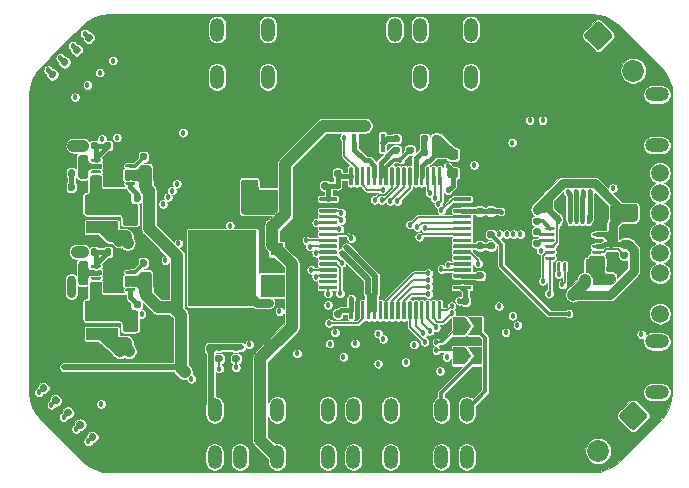
<source format=gbl>
%TF.GenerationSoftware,KiCad,Pcbnew,(5.1.6-0-10_14)*%
%TF.CreationDate,2021-11-15T11:18:40-05:00*%
%TF.ProjectId,Autodrone,4175746f-6472-46f6-9e65-2e6b69636164,rev?*%
%TF.SameCoordinates,Original*%
%TF.FileFunction,Copper,L6,Bot*%
%TF.FilePolarity,Positive*%
%FSLAX46Y46*%
G04 Gerber Fmt 4.6, Leading zero omitted, Abs format (unit mm)*
G04 Created by KiCad (PCBNEW (5.1.6-0-10_14)) date 2021-11-15 11:18:40*
%MOMM*%
%LPD*%
G01*
G04 APERTURE LIST*
%TA.AperFunction,ComponentPad*%
%ADD10C,1.850000*%
%TD*%
%TA.AperFunction,ComponentPad*%
%ADD11O,2.000000X1.200000*%
%TD*%
%TA.AperFunction,SMDPad,CuDef*%
%ADD12R,1.100000X1.100000*%
%TD*%
%TA.AperFunction,SMDPad,CuDef*%
%ADD13R,2.350000X2.350000*%
%TD*%
%TA.AperFunction,ComponentPad*%
%ADD14O,1.200000X2.000000*%
%TD*%
%TA.AperFunction,SMDPad,CuDef*%
%ADD15R,0.400000X1.600000*%
%TD*%
%TA.AperFunction,SMDPad,CuDef*%
%ADD16R,5.800000X6.400000*%
%TD*%
%TA.AperFunction,SMDPad,CuDef*%
%ADD17R,1.200000X2.200000*%
%TD*%
%TA.AperFunction,SMDPad,CuDef*%
%ADD18R,1.700000X2.500000*%
%TD*%
%TA.AperFunction,SMDPad,CuDef*%
%ADD19C,0.100000*%
%TD*%
%TA.AperFunction,SMDPad,CuDef*%
%ADD20R,2.700000X1.000000*%
%TD*%
%TA.AperFunction,ComponentPad*%
%ADD21C,1.500000*%
%TD*%
%TA.AperFunction,ComponentPad*%
%ADD22O,1.350000X1.700000*%
%TD*%
%TA.AperFunction,ComponentPad*%
%ADD23O,1.100000X1.500000*%
%TD*%
%TA.AperFunction,ComponentPad*%
%ADD24C,6.000000*%
%TD*%
%TA.AperFunction,ViaPad*%
%ADD25C,0.457200*%
%TD*%
%TA.AperFunction,Conductor*%
%ADD26C,0.400000*%
%TD*%
%TA.AperFunction,Conductor*%
%ADD27C,0.750000*%
%TD*%
%TA.AperFunction,Conductor*%
%ADD28C,0.500000*%
%TD*%
%TA.AperFunction,Conductor*%
%ADD29C,1.000000*%
%TD*%
%TA.AperFunction,Conductor*%
%ADD30C,0.300000*%
%TD*%
%TA.AperFunction,Conductor*%
%ADD31C,0.127000*%
%TD*%
%TA.AperFunction,Conductor*%
%ADD32C,0.490000*%
%TD*%
%TA.AperFunction,Conductor*%
%ADD33C,0.250000*%
%TD*%
%TA.AperFunction,Conductor*%
%ADD34C,0.100000*%
%TD*%
G04 APERTURE END LIST*
D10*
%TO.P,J11,2*%
%TO.N,/WORM1_L*%
X121084924Y-76984924D03*
%TO.P,J11,1*%
%TO.N,/WORM1_H*%
%TA.AperFunction,ComponentPad*%
G36*
G01*
X116983704Y-73838300D02*
X117938300Y-72883704D01*
G75*
G02*
X118291852Y-72883704I176776J-176776D01*
G01*
X119246448Y-73838300D01*
G75*
G02*
X119246448Y-74191852I-176776J-176776D01*
G01*
X118291852Y-75146448D01*
G75*
G02*
X117938300Y-75146448I-176776J176776D01*
G01*
X116983704Y-74191852D01*
G75*
G02*
X116983704Y-73838300I176776J176776D01*
G01*
G37*
%TD.AperFunction*%
%TD*%
%TO.P,J14,2*%
%TO.N,/WORM2_L*%
X118115076Y-109184924D03*
%TO.P,J14,1*%
%TO.N,/WORM2_H*%
%TA.AperFunction,ComponentPad*%
G36*
G01*
X121261700Y-105083704D02*
X122216296Y-106038300D01*
G75*
G02*
X122216296Y-106391852I-176776J-176776D01*
G01*
X121261700Y-107346448D01*
G75*
G02*
X120908148Y-107346448I-176776J176776D01*
G01*
X119953552Y-106391852D01*
G75*
G02*
X119953552Y-106038300I176776J176776D01*
G01*
X120908148Y-105083704D01*
G75*
G02*
X121261700Y-105083704I176776J-176776D01*
G01*
G37*
%TD.AperFunction*%
%TD*%
D11*
%TO.P,J17,2*%
%TO.N,GND*%
X123080000Y-102050000D03*
%TO.P,J17,3*%
%TO.N,/Connectors/LIMIT2_INT*%
X123080000Y-99900000D03*
%TO.P,J17,1*%
%TO.N,+3V3*%
X123080000Y-104200000D03*
%TD*%
%TO.P,J13,2*%
%TO.N,GND*%
X123080000Y-81150000D03*
%TO.P,J13,3*%
%TO.N,/Connectors/LIMIT1_INT*%
X123080000Y-79000000D03*
%TO.P,J13,1*%
%TO.N,+3V3*%
X123080000Y-83300000D03*
%TD*%
D12*
%TO.P,D3,2*%
%TO.N,+5V*%
X90910000Y-94910000D03*
%TO.P,D3,1*%
%TO.N,+4V5*%
X90910000Y-92110000D03*
%TD*%
%TO.P,C24,2*%
%TO.N,GND*%
%TA.AperFunction,SMDPad,CuDef*%
G36*
G01*
X121215000Y-86505000D02*
X119365000Y-86505000D01*
G75*
G02*
X119115000Y-86255000I0J250000D01*
G01*
X119115000Y-85255000D01*
G75*
G02*
X119365000Y-85005000I250000J0D01*
G01*
X121215000Y-85005000D01*
G75*
G02*
X121465000Y-85255000I0J-250000D01*
G01*
X121465000Y-86255000D01*
G75*
G02*
X121215000Y-86505000I-250000J0D01*
G01*
G37*
%TD.AperFunction*%
%TO.P,C24,1*%
%TO.N,+5V*%
%TA.AperFunction,SMDPad,CuDef*%
G36*
G01*
X121215000Y-89755000D02*
X119365000Y-89755000D01*
G75*
G02*
X119115000Y-89505000I0J250000D01*
G01*
X119115000Y-88505000D01*
G75*
G02*
X119365000Y-88255000I250000J0D01*
G01*
X121215000Y-88255000D01*
G75*
G02*
X121465000Y-88505000I0J-250000D01*
G01*
X121465000Y-89505000D01*
G75*
G02*
X121215000Y-89755000I-250000J0D01*
G01*
G37*
%TD.AperFunction*%
%TD*%
D13*
%TO.P,U7,25*%
%TO.N,GND*%
X116020000Y-91600000D03*
%TO.P,U7,24*%
%TO.N,/WormDriver/VCP*%
%TA.AperFunction,SMDPad,CuDef*%
G36*
G01*
X113707500Y-90225000D02*
X114357500Y-90225000D01*
G75*
G02*
X114420000Y-90287500I0J-62500D01*
G01*
X114420000Y-90412500D01*
G75*
G02*
X114357500Y-90475000I-62500J0D01*
G01*
X113707500Y-90475000D01*
G75*
G02*
X113645000Y-90412500I0J62500D01*
G01*
X113645000Y-90287500D01*
G75*
G02*
X113707500Y-90225000I62500J0D01*
G01*
G37*
%TD.AperFunction*%
%TO.P,U7,23*%
%TO.N,/WormDriver/CPH*%
%TA.AperFunction,SMDPad,CuDef*%
G36*
G01*
X113707500Y-90725000D02*
X114357500Y-90725000D01*
G75*
G02*
X114420000Y-90787500I0J-62500D01*
G01*
X114420000Y-90912500D01*
G75*
G02*
X114357500Y-90975000I-62500J0D01*
G01*
X113707500Y-90975000D01*
G75*
G02*
X113645000Y-90912500I0J62500D01*
G01*
X113645000Y-90787500D01*
G75*
G02*
X113707500Y-90725000I62500J0D01*
G01*
G37*
%TD.AperFunction*%
%TO.P,U7,22*%
%TO.N,/WormDriver/CPL*%
%TA.AperFunction,SMDPad,CuDef*%
G36*
G01*
X113707500Y-91225000D02*
X114357500Y-91225000D01*
G75*
G02*
X114420000Y-91287500I0J-62500D01*
G01*
X114420000Y-91412500D01*
G75*
G02*
X114357500Y-91475000I-62500J0D01*
G01*
X113707500Y-91475000D01*
G75*
G02*
X113645000Y-91412500I0J62500D01*
G01*
X113645000Y-91287500D01*
G75*
G02*
X113707500Y-91225000I62500J0D01*
G01*
G37*
%TD.AperFunction*%
%TO.P,U7,21*%
%TO.N,+5V*%
%TA.AperFunction,SMDPad,CuDef*%
G36*
G01*
X113707500Y-91725000D02*
X114357500Y-91725000D01*
G75*
G02*
X114420000Y-91787500I0J-62500D01*
G01*
X114420000Y-91912500D01*
G75*
G02*
X114357500Y-91975000I-62500J0D01*
G01*
X113707500Y-91975000D01*
G75*
G02*
X113645000Y-91912500I0J62500D01*
G01*
X113645000Y-91787500D01*
G75*
G02*
X113707500Y-91725000I62500J0D01*
G01*
G37*
%TD.AperFunction*%
%TO.P,U7,20*%
%TO.N,/MCU/WORM1_PWM*%
%TA.AperFunction,SMDPad,CuDef*%
G36*
G01*
X113707500Y-92225000D02*
X114357500Y-92225000D01*
G75*
G02*
X114420000Y-92287500I0J-62500D01*
G01*
X114420000Y-92412500D01*
G75*
G02*
X114357500Y-92475000I-62500J0D01*
G01*
X113707500Y-92475000D01*
G75*
G02*
X113645000Y-92412500I0J62500D01*
G01*
X113645000Y-92287500D01*
G75*
G02*
X113707500Y-92225000I62500J0D01*
G01*
G37*
%TD.AperFunction*%
%TO.P,U7,19*%
%TO.N,/MCU/WORM1_DIR*%
%TA.AperFunction,SMDPad,CuDef*%
G36*
G01*
X113707500Y-92725000D02*
X114357500Y-92725000D01*
G75*
G02*
X114420000Y-92787500I0J-62500D01*
G01*
X114420000Y-92912500D01*
G75*
G02*
X114357500Y-92975000I-62500J0D01*
G01*
X113707500Y-92975000D01*
G75*
G02*
X113645000Y-92912500I0J62500D01*
G01*
X113645000Y-92787500D01*
G75*
G02*
X113707500Y-92725000I62500J0D01*
G01*
G37*
%TD.AperFunction*%
%TO.P,U7,18*%
%TO.N,/MCU/WORM2_PWM*%
%TA.AperFunction,SMDPad,CuDef*%
G36*
G01*
X114707500Y-93200000D02*
X114832500Y-93200000D01*
G75*
G02*
X114895000Y-93262500I0J-62500D01*
G01*
X114895000Y-93912500D01*
G75*
G02*
X114832500Y-93975000I-62500J0D01*
G01*
X114707500Y-93975000D01*
G75*
G02*
X114645000Y-93912500I0J62500D01*
G01*
X114645000Y-93262500D01*
G75*
G02*
X114707500Y-93200000I62500J0D01*
G01*
G37*
%TD.AperFunction*%
%TO.P,U7,17*%
%TO.N,/MCU/WORM2_DIR*%
%TA.AperFunction,SMDPad,CuDef*%
G36*
G01*
X115207500Y-93200000D02*
X115332500Y-93200000D01*
G75*
G02*
X115395000Y-93262500I0J-62500D01*
G01*
X115395000Y-93912500D01*
G75*
G02*
X115332500Y-93975000I-62500J0D01*
G01*
X115207500Y-93975000D01*
G75*
G02*
X115145000Y-93912500I0J62500D01*
G01*
X115145000Y-93262500D01*
G75*
G02*
X115207500Y-93200000I62500J0D01*
G01*
G37*
%TD.AperFunction*%
%TO.P,U7,16*%
%TO.N,GND*%
%TA.AperFunction,SMDPad,CuDef*%
G36*
G01*
X115707500Y-93200000D02*
X115832500Y-93200000D01*
G75*
G02*
X115895000Y-93262500I0J-62500D01*
G01*
X115895000Y-93912500D01*
G75*
G02*
X115832500Y-93975000I-62500J0D01*
G01*
X115707500Y-93975000D01*
G75*
G02*
X115645000Y-93912500I0J62500D01*
G01*
X115645000Y-93262500D01*
G75*
G02*
X115707500Y-93200000I62500J0D01*
G01*
G37*
%TD.AperFunction*%
%TO.P,U7,15*%
%TA.AperFunction,SMDPad,CuDef*%
G36*
G01*
X116207500Y-93200000D02*
X116332500Y-93200000D01*
G75*
G02*
X116395000Y-93262500I0J-62500D01*
G01*
X116395000Y-93912500D01*
G75*
G02*
X116332500Y-93975000I-62500J0D01*
G01*
X116207500Y-93975000D01*
G75*
G02*
X116145000Y-93912500I0J62500D01*
G01*
X116145000Y-93262500D01*
G75*
G02*
X116207500Y-93200000I62500J0D01*
G01*
G37*
%TD.AperFunction*%
%TO.P,U7,14*%
%TA.AperFunction,SMDPad,CuDef*%
G36*
G01*
X116707500Y-93200000D02*
X116832500Y-93200000D01*
G75*
G02*
X116895000Y-93262500I0J-62500D01*
G01*
X116895000Y-93912500D01*
G75*
G02*
X116832500Y-93975000I-62500J0D01*
G01*
X116707500Y-93975000D01*
G75*
G02*
X116645000Y-93912500I0J62500D01*
G01*
X116645000Y-93262500D01*
G75*
G02*
X116707500Y-93200000I62500J0D01*
G01*
G37*
%TD.AperFunction*%
%TO.P,U7,13*%
%TO.N,/WormDriver/VREF*%
%TA.AperFunction,SMDPad,CuDef*%
G36*
G01*
X117207500Y-93200000D02*
X117332500Y-93200000D01*
G75*
G02*
X117395000Y-93262500I0J-62500D01*
G01*
X117395000Y-93912500D01*
G75*
G02*
X117332500Y-93975000I-62500J0D01*
G01*
X117207500Y-93975000D01*
G75*
G02*
X117145000Y-93912500I0J62500D01*
G01*
X117145000Y-93262500D01*
G75*
G02*
X117207500Y-93200000I62500J0D01*
G01*
G37*
%TD.AperFunction*%
%TO.P,U7,12*%
%TA.AperFunction,SMDPad,CuDef*%
G36*
G01*
X117682500Y-92725000D02*
X118332500Y-92725000D01*
G75*
G02*
X118395000Y-92787500I0J-62500D01*
G01*
X118395000Y-92912500D01*
G75*
G02*
X118332500Y-92975000I-62500J0D01*
G01*
X117682500Y-92975000D01*
G75*
G02*
X117620000Y-92912500I0J62500D01*
G01*
X117620000Y-92787500D01*
G75*
G02*
X117682500Y-92725000I62500J0D01*
G01*
G37*
%TD.AperFunction*%
%TO.P,U7,11*%
%TO.N,/WormDriver/nFAULT*%
%TA.AperFunction,SMDPad,CuDef*%
G36*
G01*
X117682500Y-92225000D02*
X118332500Y-92225000D01*
G75*
G02*
X118395000Y-92287500I0J-62500D01*
G01*
X118395000Y-92412500D01*
G75*
G02*
X118332500Y-92475000I-62500J0D01*
G01*
X117682500Y-92475000D01*
G75*
G02*
X117620000Y-92412500I0J62500D01*
G01*
X117620000Y-92287500D01*
G75*
G02*
X117682500Y-92225000I62500J0D01*
G01*
G37*
%TD.AperFunction*%
%TO.P,U7,10*%
%TO.N,+5V*%
%TA.AperFunction,SMDPad,CuDef*%
G36*
G01*
X117682500Y-91725000D02*
X118332500Y-91725000D01*
G75*
G02*
X118395000Y-91787500I0J-62500D01*
G01*
X118395000Y-91912500D01*
G75*
G02*
X118332500Y-91975000I-62500J0D01*
G01*
X117682500Y-91975000D01*
G75*
G02*
X117620000Y-91912500I0J62500D01*
G01*
X117620000Y-91787500D01*
G75*
G02*
X117682500Y-91725000I62500J0D01*
G01*
G37*
%TD.AperFunction*%
%TO.P,U7,9*%
%TO.N,GND*%
%TA.AperFunction,SMDPad,CuDef*%
G36*
G01*
X117682500Y-91225000D02*
X118332500Y-91225000D01*
G75*
G02*
X118395000Y-91287500I0J-62500D01*
G01*
X118395000Y-91412500D01*
G75*
G02*
X118332500Y-91475000I-62500J0D01*
G01*
X117682500Y-91475000D01*
G75*
G02*
X117620000Y-91412500I0J62500D01*
G01*
X117620000Y-91287500D01*
G75*
G02*
X117682500Y-91225000I62500J0D01*
G01*
G37*
%TD.AperFunction*%
%TO.P,U7,8*%
%TO.N,+5V*%
%TA.AperFunction,SMDPad,CuDef*%
G36*
G01*
X117682500Y-90725000D02*
X118332500Y-90725000D01*
G75*
G02*
X118395000Y-90787500I0J-62500D01*
G01*
X118395000Y-90912500D01*
G75*
G02*
X118332500Y-90975000I-62500J0D01*
G01*
X117682500Y-90975000D01*
G75*
G02*
X117620000Y-90912500I0J62500D01*
G01*
X117620000Y-90787500D01*
G75*
G02*
X117682500Y-90725000I62500J0D01*
G01*
G37*
%TD.AperFunction*%
%TO.P,U7,7*%
%TO.N,GND*%
%TA.AperFunction,SMDPad,CuDef*%
G36*
G01*
X117682500Y-90225000D02*
X118332500Y-90225000D01*
G75*
G02*
X118395000Y-90287500I0J-62500D01*
G01*
X118395000Y-90412500D01*
G75*
G02*
X118332500Y-90475000I-62500J0D01*
G01*
X117682500Y-90475000D01*
G75*
G02*
X117620000Y-90412500I0J62500D01*
G01*
X117620000Y-90287500D01*
G75*
G02*
X117682500Y-90225000I62500J0D01*
G01*
G37*
%TD.AperFunction*%
%TO.P,U7,6*%
%TO.N,/WORM2_H*%
%TA.AperFunction,SMDPad,CuDef*%
G36*
G01*
X117207500Y-89225000D02*
X117332500Y-89225000D01*
G75*
G02*
X117395000Y-89287500I0J-62500D01*
G01*
X117395000Y-89937500D01*
G75*
G02*
X117332500Y-90000000I-62500J0D01*
G01*
X117207500Y-90000000D01*
G75*
G02*
X117145000Y-89937500I0J62500D01*
G01*
X117145000Y-89287500D01*
G75*
G02*
X117207500Y-89225000I62500J0D01*
G01*
G37*
%TD.AperFunction*%
%TO.P,U7,5*%
%TO.N,/WORM2_L*%
%TA.AperFunction,SMDPad,CuDef*%
G36*
G01*
X116707500Y-89225000D02*
X116832500Y-89225000D01*
G75*
G02*
X116895000Y-89287500I0J-62500D01*
G01*
X116895000Y-89937500D01*
G75*
G02*
X116832500Y-90000000I-62500J0D01*
G01*
X116707500Y-90000000D01*
G75*
G02*
X116645000Y-89937500I0J62500D01*
G01*
X116645000Y-89287500D01*
G75*
G02*
X116707500Y-89225000I62500J0D01*
G01*
G37*
%TD.AperFunction*%
%TO.P,U7,4*%
%TO.N,/WORM1_L*%
%TA.AperFunction,SMDPad,CuDef*%
G36*
G01*
X116207500Y-89225000D02*
X116332500Y-89225000D01*
G75*
G02*
X116395000Y-89287500I0J-62500D01*
G01*
X116395000Y-89937500D01*
G75*
G02*
X116332500Y-90000000I-62500J0D01*
G01*
X116207500Y-90000000D01*
G75*
G02*
X116145000Y-89937500I0J62500D01*
G01*
X116145000Y-89287500D01*
G75*
G02*
X116207500Y-89225000I62500J0D01*
G01*
G37*
%TD.AperFunction*%
%TO.P,U7,3*%
%TO.N,/WORM1_H*%
%TA.AperFunction,SMDPad,CuDef*%
G36*
G01*
X115707500Y-89225000D02*
X115832500Y-89225000D01*
G75*
G02*
X115895000Y-89287500I0J-62500D01*
G01*
X115895000Y-89937500D01*
G75*
G02*
X115832500Y-90000000I-62500J0D01*
G01*
X115707500Y-90000000D01*
G75*
G02*
X115645000Y-89937500I0J62500D01*
G01*
X115645000Y-89287500D01*
G75*
G02*
X115707500Y-89225000I62500J0D01*
G01*
G37*
%TD.AperFunction*%
%TO.P,U7,2*%
%TO.N,GND*%
%TA.AperFunction,SMDPad,CuDef*%
G36*
G01*
X115207500Y-89225000D02*
X115332500Y-89225000D01*
G75*
G02*
X115395000Y-89287500I0J-62500D01*
G01*
X115395000Y-89937500D01*
G75*
G02*
X115332500Y-90000000I-62500J0D01*
G01*
X115207500Y-90000000D01*
G75*
G02*
X115145000Y-89937500I0J62500D01*
G01*
X115145000Y-89287500D01*
G75*
G02*
X115207500Y-89225000I62500J0D01*
G01*
G37*
%TD.AperFunction*%
%TO.P,U7,1*%
%TO.N,+5V*%
%TA.AperFunction,SMDPad,CuDef*%
G36*
G01*
X114707500Y-89225000D02*
X114832500Y-89225000D01*
G75*
G02*
X114895000Y-89287500I0J-62500D01*
G01*
X114895000Y-89937500D01*
G75*
G02*
X114832500Y-90000000I-62500J0D01*
G01*
X114707500Y-90000000D01*
G75*
G02*
X114645000Y-89937500I0J62500D01*
G01*
X114645000Y-89287500D01*
G75*
G02*
X114707500Y-89225000I62500J0D01*
G01*
G37*
%TD.AperFunction*%
%TD*%
D14*
%TO.P,J3,2*%
%TO.N,GND*%
X105170000Y-77500000D03*
%TO.P,J3,3*%
%TO.N,/CAM*%
X103020000Y-77500000D03*
%TO.P,J3,1*%
%TO.N,+9V*%
X107320000Y-77500000D03*
%TD*%
%TO.P,J12,2*%
%TO.N,GND*%
X87990000Y-77500000D03*
%TO.P,J12,3*%
%TO.N,/Connectors/BUZ*%
X85840000Y-77500000D03*
%TO.P,J12,1*%
%TO.N,+5V*%
X90140000Y-77500000D03*
%TD*%
%TO.P,J15,2*%
%TO.N,GND*%
X87994999Y-73500000D03*
%TO.P,J15,3*%
%TO.N,/Connectors/LED_STRIP*%
X85844999Y-73500000D03*
%TO.P,J15,1*%
%TO.N,+5V*%
X90144999Y-73500000D03*
%TD*%
%TO.P,J16,2*%
%TO.N,/Connectors/I2C2_SCL*%
X87785000Y-109700000D03*
%TO.P,J16,1*%
%TO.N,/Connectors/I2C2_SDA*%
X85635000Y-109700000D03*
%TD*%
%TO.P,J10,2*%
%TO.N,GND*%
X87785000Y-105700000D03*
%TO.P,J10,1*%
%TO.N,+3V3*%
X85635000Y-105700000D03*
%TD*%
%TO.P,J2,4*%
%TO.N,/Connectors/UART5_TX_CONN*%
X106980000Y-105700000D03*
%TO.P,J2,2*%
%TO.N,GND*%
X102680000Y-105700000D03*
%TO.P,J2,3*%
%TO.N,/Connectors/UART5_RX_CONN*%
X104830000Y-105700000D03*
%TO.P,J2,1*%
%TO.N,+5V*%
X100530000Y-105700000D03*
%TD*%
%TO.P,J8,4*%
%TO.N,/Connectors/USART3_TX*%
X97380000Y-105700000D03*
%TO.P,J8,2*%
%TO.N,GND*%
X93080000Y-105700000D03*
%TO.P,J8,3*%
%TO.N,/Connectors/USART3_RX*%
X95230000Y-105700000D03*
%TO.P,J8,1*%
%TO.N,+5V*%
X90930000Y-105700000D03*
%TD*%
%TO.P,J9,4*%
%TO.N,/VID*%
X100870000Y-73500000D03*
%TO.P,J9,2*%
%TO.N,GND*%
X105170000Y-73500000D03*
%TO.P,J9,3*%
%TO.N,/Connectors/USART6_TX*%
X103020000Y-73500000D03*
%TO.P,J9,1*%
%TO.N,+9V*%
X107320000Y-73500000D03*
%TD*%
%TO.P,J1,4*%
%TO.N,/Connectors/USART1_TX*%
X97380000Y-109700000D03*
%TO.P,J1,2*%
%TO.N,GND*%
X93080000Y-109700000D03*
%TO.P,J1,3*%
%TO.N,/Connectors/USART1_RX*%
X95230000Y-109700000D03*
%TO.P,J1,1*%
%TO.N,+4V5*%
X90930000Y-109700000D03*
%TD*%
%TO.P,J7,4*%
%TO.N,/Connectors/USART6_TX*%
X106980000Y-109700000D03*
%TO.P,J7,2*%
%TO.N,GND*%
X102680000Y-109700000D03*
%TO.P,J7,3*%
%TO.N,/Connectors/USART6_RX*%
X104830000Y-109700000D03*
%TO.P,J7,1*%
%TO.N,+5V*%
X100530000Y-109700000D03*
%TD*%
D15*
%TO.P,Y2,3*%
%TO.N,Net-(R25-Pad2)*%
X99870000Y-83090000D03*
%TO.P,Y2,2*%
%TO.N,GND*%
X98670000Y-83090000D03*
%TO.P,Y2,1*%
%TO.N,/MCU/HSE_IN*%
X97470000Y-83090000D03*
%TD*%
%TO.P,R35,2*%
%TO.N,GND*%
%TA.AperFunction,SMDPad,CuDef*%
G36*
G01*
X72267678Y-77908094D02*
X72508095Y-77667678D01*
G75*
G02*
X72713155Y-77667678I102530J-102530D01*
G01*
X72918216Y-77872739D01*
G75*
G02*
X72918216Y-78077799I-102530J-102530D01*
G01*
X72677799Y-78318216D01*
G75*
G02*
X72472739Y-78318216I-102530J102530D01*
G01*
X72267678Y-78113155D01*
G75*
G02*
X72267678Y-77908095I102530J102530D01*
G01*
G37*
%TD.AperFunction*%
%TO.P,R35,1*%
%TO.N,/MCU/GREEN*%
%TA.AperFunction,SMDPad,CuDef*%
G36*
G01*
X71581784Y-77222200D02*
X71822201Y-76981784D01*
G75*
G02*
X72027261Y-76981784I102530J-102530D01*
G01*
X72232322Y-77186845D01*
G75*
G02*
X72232322Y-77391905I-102530J-102530D01*
G01*
X71991905Y-77632322D01*
G75*
G02*
X71786845Y-77632322I-102530J102530D01*
G01*
X71581784Y-77427261D01*
G75*
G02*
X71581784Y-77222201I102530J102530D01*
G01*
G37*
%TD.AperFunction*%
%TD*%
%TO.P,R33,2*%
%TO.N,GND*%
%TA.AperFunction,SMDPad,CuDef*%
G36*
G01*
X73297678Y-76878094D02*
X73538095Y-76637678D01*
G75*
G02*
X73743155Y-76637678I102530J-102530D01*
G01*
X73948216Y-76842739D01*
G75*
G02*
X73948216Y-77047799I-102530J-102530D01*
G01*
X73707799Y-77288216D01*
G75*
G02*
X73502739Y-77288216I-102530J102530D01*
G01*
X73297678Y-77083155D01*
G75*
G02*
X73297678Y-76878095I102530J102530D01*
G01*
G37*
%TD.AperFunction*%
%TO.P,R33,1*%
%TO.N,/MCU/YELLOW*%
%TA.AperFunction,SMDPad,CuDef*%
G36*
G01*
X72611784Y-76192200D02*
X72852201Y-75951784D01*
G75*
G02*
X73057261Y-75951784I102530J-102530D01*
G01*
X73262322Y-76156845D01*
G75*
G02*
X73262322Y-76361905I-102530J-102530D01*
G01*
X73021905Y-76602322D01*
G75*
G02*
X72816845Y-76602322I-102530J102530D01*
G01*
X72611784Y-76397261D01*
G75*
G02*
X72611784Y-76192201I102530J102530D01*
G01*
G37*
%TD.AperFunction*%
%TD*%
%TO.P,R31,2*%
%TO.N,GND*%
%TA.AperFunction,SMDPad,CuDef*%
G36*
G01*
X74327678Y-75848094D02*
X74568095Y-75607678D01*
G75*
G02*
X74773155Y-75607678I102530J-102530D01*
G01*
X74978216Y-75812739D01*
G75*
G02*
X74978216Y-76017799I-102530J-102530D01*
G01*
X74737799Y-76258216D01*
G75*
G02*
X74532739Y-76258216I-102530J102530D01*
G01*
X74327678Y-76053155D01*
G75*
G02*
X74327678Y-75848095I102530J102530D01*
G01*
G37*
%TD.AperFunction*%
%TO.P,R31,1*%
%TO.N,/MCU/RED*%
%TA.AperFunction,SMDPad,CuDef*%
G36*
G01*
X73641784Y-75162200D02*
X73882201Y-74921784D01*
G75*
G02*
X74087261Y-74921784I102530J-102530D01*
G01*
X74292322Y-75126845D01*
G75*
G02*
X74292322Y-75331905I-102530J-102530D01*
G01*
X74051905Y-75572322D01*
G75*
G02*
X73846845Y-75572322I-102530J102530D01*
G01*
X73641784Y-75367261D01*
G75*
G02*
X73641784Y-75162201I102530J102530D01*
G01*
G37*
%TD.AperFunction*%
%TD*%
%TO.P,R27,2*%
%TO.N,GND*%
%TA.AperFunction,SMDPad,CuDef*%
G36*
G01*
X75367678Y-74808094D02*
X75608095Y-74567678D01*
G75*
G02*
X75813155Y-74567678I102530J-102530D01*
G01*
X76018216Y-74772739D01*
G75*
G02*
X76018216Y-74977799I-102530J-102530D01*
G01*
X75777799Y-75218216D01*
G75*
G02*
X75572739Y-75218216I-102530J102530D01*
G01*
X75367678Y-75013155D01*
G75*
G02*
X75367678Y-74808095I102530J102530D01*
G01*
G37*
%TD.AperFunction*%
%TO.P,R27,1*%
%TO.N,/MCU/BLUE*%
%TA.AperFunction,SMDPad,CuDef*%
G36*
G01*
X74681784Y-74122200D02*
X74922201Y-73881784D01*
G75*
G02*
X75127261Y-73881784I102530J-102530D01*
G01*
X75332322Y-74086845D01*
G75*
G02*
X75332322Y-74291905I-102530J-102530D01*
G01*
X75091905Y-74532322D01*
G75*
G02*
X74886845Y-74532322I-102530J102530D01*
G01*
X74681784Y-74327261D01*
G75*
G02*
X74681784Y-74122201I102530J102530D01*
G01*
G37*
%TD.AperFunction*%
%TD*%
D16*
%TO.P,U3,2*%
%TO.N,+3V3*%
X86290000Y-93679999D03*
D17*
%TO.P,U3,3*%
%TO.N,/Power/VIN_3V3*%
X88570000Y-87379999D03*
%TO.P,U3,1*%
%TO.N,GND*%
X84010000Y-87379999D03*
%TD*%
%TO.P,C14,2*%
%TO.N,GND*%
%TA.AperFunction,SMDPad,CuDef*%
G36*
G01*
X90915000Y-96810000D02*
X90915000Y-96470000D01*
G75*
G02*
X91060000Y-96325000I145000J0D01*
G01*
X91350000Y-96325000D01*
G75*
G02*
X91495000Y-96470000I0J-145000D01*
G01*
X91495000Y-96810000D01*
G75*
G02*
X91350000Y-96955000I-145000J0D01*
G01*
X91060000Y-96955000D01*
G75*
G02*
X90915000Y-96810000I0J145000D01*
G01*
G37*
%TD.AperFunction*%
%TO.P,C14,1*%
%TO.N,+3V3*%
%TA.AperFunction,SMDPad,CuDef*%
G36*
G01*
X89945000Y-96810000D02*
X89945000Y-96470000D01*
G75*
G02*
X90090000Y-96325000I145000J0D01*
G01*
X90380000Y-96325000D01*
G75*
G02*
X90525000Y-96470000I0J-145000D01*
G01*
X90525000Y-96810000D01*
G75*
G02*
X90380000Y-96955000I-145000J0D01*
G01*
X90090000Y-96955000D01*
G75*
G02*
X89945000Y-96810000I0J145000D01*
G01*
G37*
%TD.AperFunction*%
%TD*%
%TO.P,C13,2*%
%TO.N,GND*%
%TA.AperFunction,SMDPad,CuDef*%
G36*
G01*
X90430000Y-86765000D02*
X90090000Y-86765000D01*
G75*
G02*
X89945000Y-86620000I0J145000D01*
G01*
X89945000Y-86330000D01*
G75*
G02*
X90090000Y-86185000I145000J0D01*
G01*
X90430000Y-86185000D01*
G75*
G02*
X90575000Y-86330000I0J-145000D01*
G01*
X90575000Y-86620000D01*
G75*
G02*
X90430000Y-86765000I-145000J0D01*
G01*
G37*
%TD.AperFunction*%
%TO.P,C13,1*%
%TO.N,/Power/VIN_3V3*%
%TA.AperFunction,SMDPad,CuDef*%
G36*
G01*
X90430000Y-87735000D02*
X90090000Y-87735000D01*
G75*
G02*
X89945000Y-87590000I0J145000D01*
G01*
X89945000Y-87300000D01*
G75*
G02*
X90090000Y-87155000I145000J0D01*
G01*
X90430000Y-87155000D01*
G75*
G02*
X90575000Y-87300000I0J-145000D01*
G01*
X90575000Y-87590000D01*
G75*
G02*
X90430000Y-87735000I-145000J0D01*
G01*
G37*
%TD.AperFunction*%
%TD*%
D18*
%TO.P,U1,6*%
%TO.N,GND*%
X77040000Y-94550000D03*
%TO.P,U1,10*%
%TO.N,/Power/BS_5*%
%TA.AperFunction,SMDPad,CuDef*%
G36*
G01*
X78090000Y-95612500D02*
X78090000Y-95487500D01*
G75*
G02*
X78152500Y-95425000I62500J0D01*
G01*
X78852500Y-95425000D01*
G75*
G02*
X78915000Y-95487500I0J-62500D01*
G01*
X78915000Y-95612500D01*
G75*
G02*
X78852500Y-95675000I-62500J0D01*
G01*
X78152500Y-95675000D01*
G75*
G02*
X78090000Y-95612500I0J62500D01*
G01*
G37*
%TD.AperFunction*%
%TO.P,U1,9*%
%TO.N,VCC*%
%TA.AperFunction,SMDPad,CuDef*%
G36*
G01*
X78090000Y-95112500D02*
X78090000Y-94987500D01*
G75*
G02*
X78152500Y-94925000I62500J0D01*
G01*
X78852500Y-94925000D01*
G75*
G02*
X78915000Y-94987500I0J-62500D01*
G01*
X78915000Y-95112500D01*
G75*
G02*
X78852500Y-95175000I-62500J0D01*
G01*
X78152500Y-95175000D01*
G75*
G02*
X78090000Y-95112500I0J62500D01*
G01*
G37*
%TD.AperFunction*%
%TO.P,U1,8*%
%TA.AperFunction,SMDPad,CuDef*%
G36*
G01*
X78090000Y-94612500D02*
X78090000Y-94487500D01*
G75*
G02*
X78152500Y-94425000I62500J0D01*
G01*
X78852500Y-94425000D01*
G75*
G02*
X78915000Y-94487500I0J-62500D01*
G01*
X78915000Y-94612500D01*
G75*
G02*
X78852500Y-94675000I-62500J0D01*
G01*
X78152500Y-94675000D01*
G75*
G02*
X78090000Y-94612500I0J62500D01*
G01*
G37*
%TD.AperFunction*%
%TO.P,U1,7*%
%TO.N,/Power/FREQ_5*%
%TA.AperFunction,SMDPad,CuDef*%
G36*
G01*
X78090000Y-94112500D02*
X78090000Y-93987500D01*
G75*
G02*
X78152500Y-93925000I62500J0D01*
G01*
X78852500Y-93925000D01*
G75*
G02*
X78915000Y-93987500I0J-62500D01*
G01*
X78915000Y-94112500D01*
G75*
G02*
X78852500Y-94175000I-62500J0D01*
G01*
X78152500Y-94175000D01*
G75*
G02*
X78090000Y-94112500I0J62500D01*
G01*
G37*
%TD.AperFunction*%
%TO.P,U1,6*%
%TO.N,GND*%
%TA.AperFunction,SMDPad,CuDef*%
G36*
G01*
X78090000Y-93612500D02*
X78090000Y-93487500D01*
G75*
G02*
X78152500Y-93425000I62500J0D01*
G01*
X78852500Y-93425000D01*
G75*
G02*
X78915000Y-93487500I0J-62500D01*
G01*
X78915000Y-93612500D01*
G75*
G02*
X78852500Y-93675000I-62500J0D01*
G01*
X78152500Y-93675000D01*
G75*
G02*
X78090000Y-93612500I0J62500D01*
G01*
G37*
%TD.AperFunction*%
%TO.P,U1,5*%
%TO.N,/Power/FB_5*%
%TA.AperFunction,SMDPad,CuDef*%
G36*
G01*
X75165000Y-93612500D02*
X75165000Y-93487500D01*
G75*
G02*
X75227500Y-93425000I62500J0D01*
G01*
X75927500Y-93425000D01*
G75*
G02*
X75990000Y-93487500I0J-62500D01*
G01*
X75990000Y-93612500D01*
G75*
G02*
X75927500Y-93675000I-62500J0D01*
G01*
X75227500Y-93675000D01*
G75*
G02*
X75165000Y-93612500I0J62500D01*
G01*
G37*
%TD.AperFunction*%
%TO.P,U1,4*%
%TO.N,/Power/COMP_5*%
%TA.AperFunction,SMDPad,CuDef*%
G36*
G01*
X75165000Y-94112500D02*
X75165000Y-93987500D01*
G75*
G02*
X75227500Y-93925000I62500J0D01*
G01*
X75927500Y-93925000D01*
G75*
G02*
X75990000Y-93987500I0J-62500D01*
G01*
X75990000Y-94112500D01*
G75*
G02*
X75927500Y-94175000I-62500J0D01*
G01*
X75227500Y-94175000D01*
G75*
G02*
X75165000Y-94112500I0J62500D01*
G01*
G37*
%TD.AperFunction*%
%TO.P,U1,3*%
%TO.N,N/C*%
%TA.AperFunction,SMDPad,CuDef*%
G36*
G01*
X75165000Y-94612500D02*
X75165000Y-94487500D01*
G75*
G02*
X75227500Y-94425000I62500J0D01*
G01*
X75927500Y-94425000D01*
G75*
G02*
X75990000Y-94487500I0J-62500D01*
G01*
X75990000Y-94612500D01*
G75*
G02*
X75927500Y-94675000I-62500J0D01*
G01*
X75227500Y-94675000D01*
G75*
G02*
X75165000Y-94612500I0J62500D01*
G01*
G37*
%TD.AperFunction*%
%TO.P,U1,2*%
%TO.N,/Power/SW_5*%
%TA.AperFunction,SMDPad,CuDef*%
G36*
G01*
X75165000Y-95112500D02*
X75165000Y-94987500D01*
G75*
G02*
X75227500Y-94925000I62500J0D01*
G01*
X75927500Y-94925000D01*
G75*
G02*
X75990000Y-94987500I0J-62500D01*
G01*
X75990000Y-95112500D01*
G75*
G02*
X75927500Y-95175000I-62500J0D01*
G01*
X75227500Y-95175000D01*
G75*
G02*
X75165000Y-95112500I0J62500D01*
G01*
G37*
%TD.AperFunction*%
%TO.P,U1,1*%
%TA.AperFunction,SMDPad,CuDef*%
G36*
G01*
X75165000Y-95612500D02*
X75165000Y-95487500D01*
G75*
G02*
X75227500Y-95425000I62500J0D01*
G01*
X75927500Y-95425000D01*
G75*
G02*
X75990000Y-95487500I0J-62500D01*
G01*
X75990000Y-95612500D01*
G75*
G02*
X75927500Y-95675000I-62500J0D01*
G01*
X75227500Y-95675000D01*
G75*
G02*
X75165000Y-95612500I0J62500D01*
G01*
G37*
%TD.AperFunction*%
%TD*%
%TO.P,U2,6*%
%TO.N,GND*%
X77040000Y-85550000D03*
%TO.P,U2,10*%
%TO.N,/Power/BS_9*%
%TA.AperFunction,SMDPad,CuDef*%
G36*
G01*
X78090000Y-86612500D02*
X78090000Y-86487500D01*
G75*
G02*
X78152500Y-86425000I62500J0D01*
G01*
X78852500Y-86425000D01*
G75*
G02*
X78915000Y-86487500I0J-62500D01*
G01*
X78915000Y-86612500D01*
G75*
G02*
X78852500Y-86675000I-62500J0D01*
G01*
X78152500Y-86675000D01*
G75*
G02*
X78090000Y-86612500I0J62500D01*
G01*
G37*
%TD.AperFunction*%
%TO.P,U2,9*%
%TO.N,VCC*%
%TA.AperFunction,SMDPad,CuDef*%
G36*
G01*
X78090000Y-86112500D02*
X78090000Y-85987500D01*
G75*
G02*
X78152500Y-85925000I62500J0D01*
G01*
X78852500Y-85925000D01*
G75*
G02*
X78915000Y-85987500I0J-62500D01*
G01*
X78915000Y-86112500D01*
G75*
G02*
X78852500Y-86175000I-62500J0D01*
G01*
X78152500Y-86175000D01*
G75*
G02*
X78090000Y-86112500I0J62500D01*
G01*
G37*
%TD.AperFunction*%
%TO.P,U2,8*%
%TA.AperFunction,SMDPad,CuDef*%
G36*
G01*
X78090000Y-85612500D02*
X78090000Y-85487500D01*
G75*
G02*
X78152500Y-85425000I62500J0D01*
G01*
X78852500Y-85425000D01*
G75*
G02*
X78915000Y-85487500I0J-62500D01*
G01*
X78915000Y-85612500D01*
G75*
G02*
X78852500Y-85675000I-62500J0D01*
G01*
X78152500Y-85675000D01*
G75*
G02*
X78090000Y-85612500I0J62500D01*
G01*
G37*
%TD.AperFunction*%
%TO.P,U2,7*%
%TO.N,/Power/FREQ_9*%
%TA.AperFunction,SMDPad,CuDef*%
G36*
G01*
X78090000Y-85112500D02*
X78090000Y-84987500D01*
G75*
G02*
X78152500Y-84925000I62500J0D01*
G01*
X78852500Y-84925000D01*
G75*
G02*
X78915000Y-84987500I0J-62500D01*
G01*
X78915000Y-85112500D01*
G75*
G02*
X78852500Y-85175000I-62500J0D01*
G01*
X78152500Y-85175000D01*
G75*
G02*
X78090000Y-85112500I0J62500D01*
G01*
G37*
%TD.AperFunction*%
%TO.P,U2,6*%
%TO.N,GND*%
%TA.AperFunction,SMDPad,CuDef*%
G36*
G01*
X78090000Y-84612500D02*
X78090000Y-84487500D01*
G75*
G02*
X78152500Y-84425000I62500J0D01*
G01*
X78852500Y-84425000D01*
G75*
G02*
X78915000Y-84487500I0J-62500D01*
G01*
X78915000Y-84612500D01*
G75*
G02*
X78852500Y-84675000I-62500J0D01*
G01*
X78152500Y-84675000D01*
G75*
G02*
X78090000Y-84612500I0J62500D01*
G01*
G37*
%TD.AperFunction*%
%TO.P,U2,5*%
%TO.N,/Power/FB_9*%
%TA.AperFunction,SMDPad,CuDef*%
G36*
G01*
X75165000Y-84612500D02*
X75165000Y-84487500D01*
G75*
G02*
X75227500Y-84425000I62500J0D01*
G01*
X75927500Y-84425000D01*
G75*
G02*
X75990000Y-84487500I0J-62500D01*
G01*
X75990000Y-84612500D01*
G75*
G02*
X75927500Y-84675000I-62500J0D01*
G01*
X75227500Y-84675000D01*
G75*
G02*
X75165000Y-84612500I0J62500D01*
G01*
G37*
%TD.AperFunction*%
%TO.P,U2,4*%
%TO.N,/Power/COMP_9*%
%TA.AperFunction,SMDPad,CuDef*%
G36*
G01*
X75165000Y-85112500D02*
X75165000Y-84987500D01*
G75*
G02*
X75227500Y-84925000I62500J0D01*
G01*
X75927500Y-84925000D01*
G75*
G02*
X75990000Y-84987500I0J-62500D01*
G01*
X75990000Y-85112500D01*
G75*
G02*
X75927500Y-85175000I-62500J0D01*
G01*
X75227500Y-85175000D01*
G75*
G02*
X75165000Y-85112500I0J62500D01*
G01*
G37*
%TD.AperFunction*%
%TO.P,U2,3*%
%TO.N,N/C*%
%TA.AperFunction,SMDPad,CuDef*%
G36*
G01*
X75165000Y-85612500D02*
X75165000Y-85487500D01*
G75*
G02*
X75227500Y-85425000I62500J0D01*
G01*
X75927500Y-85425000D01*
G75*
G02*
X75990000Y-85487500I0J-62500D01*
G01*
X75990000Y-85612500D01*
G75*
G02*
X75927500Y-85675000I-62500J0D01*
G01*
X75227500Y-85675000D01*
G75*
G02*
X75165000Y-85612500I0J62500D01*
G01*
G37*
%TD.AperFunction*%
%TO.P,U2,2*%
%TO.N,/Power/SW_9*%
%TA.AperFunction,SMDPad,CuDef*%
G36*
G01*
X75165000Y-86112500D02*
X75165000Y-85987500D01*
G75*
G02*
X75227500Y-85925000I62500J0D01*
G01*
X75927500Y-85925000D01*
G75*
G02*
X75990000Y-85987500I0J-62500D01*
G01*
X75990000Y-86112500D01*
G75*
G02*
X75927500Y-86175000I-62500J0D01*
G01*
X75227500Y-86175000D01*
G75*
G02*
X75165000Y-86112500I0J62500D01*
G01*
G37*
%TD.AperFunction*%
%TO.P,U2,1*%
%TA.AperFunction,SMDPad,CuDef*%
G36*
G01*
X75165000Y-86612500D02*
X75165000Y-86487500D01*
G75*
G02*
X75227500Y-86425000I62500J0D01*
G01*
X75927500Y-86425000D01*
G75*
G02*
X75990000Y-86487500I0J-62500D01*
G01*
X75990000Y-86612500D01*
G75*
G02*
X75927500Y-86675000I-62500J0D01*
G01*
X75227500Y-86675000D01*
G75*
G02*
X75165000Y-86612500I0J62500D01*
G01*
G37*
%TD.AperFunction*%
%TD*%
%TA.AperFunction,SMDPad,CuDef*%
D19*
%TO.P,JP2,1*%
%TO.N,/MCU/UART5_TX*%
G36*
X107305000Y-98610000D02*
G01*
X106805000Y-99360000D01*
X105805000Y-99360000D01*
X105805000Y-97860000D01*
X106805000Y-97860000D01*
X107305000Y-98610000D01*
G37*
%TD.AperFunction*%
%TA.AperFunction,SMDPad,CuDef*%
%TO.P,JP2,2*%
%TO.N,/Connectors/UART5_TX_CONN*%
G36*
X108255000Y-99360000D02*
G01*
X107105000Y-99360000D01*
X107605000Y-98610000D01*
X107105000Y-97860000D01*
X108255000Y-97860000D01*
X108255000Y-99360000D01*
G37*
%TD.AperFunction*%
%TD*%
%TA.AperFunction,SMDPad,CuDef*%
%TO.P,JP1,1*%
%TO.N,/MCU/UART5_RX*%
G36*
X107305001Y-101110000D02*
G01*
X106805001Y-101860000D01*
X105805001Y-101860000D01*
X105805001Y-100360000D01*
X106805001Y-100360000D01*
X107305001Y-101110000D01*
G37*
%TD.AperFunction*%
%TA.AperFunction,SMDPad,CuDef*%
%TO.P,JP1,2*%
%TO.N,/Connectors/UART5_RX_CONN*%
G36*
X108255001Y-101860000D02*
G01*
X107105001Y-101860000D01*
X107605001Y-101110000D01*
X107105001Y-100360000D01*
X108255001Y-100360000D01*
X108255001Y-101860000D01*
G37*
%TD.AperFunction*%
%TD*%
%TO.P,R13,2*%
%TO.N,+5V*%
%TA.AperFunction,SMDPad,CuDef*%
G36*
G01*
X120480000Y-91925000D02*
X120140000Y-91925000D01*
G75*
G02*
X119995000Y-91780000I0J145000D01*
G01*
X119995000Y-91490000D01*
G75*
G02*
X120140000Y-91345000I145000J0D01*
G01*
X120480000Y-91345000D01*
G75*
G02*
X120625000Y-91490000I0J-145000D01*
G01*
X120625000Y-91780000D01*
G75*
G02*
X120480000Y-91925000I-145000J0D01*
G01*
G37*
%TD.AperFunction*%
%TO.P,R13,1*%
%TO.N,/WormDriver/nFAULT*%
%TA.AperFunction,SMDPad,CuDef*%
G36*
G01*
X120480000Y-92895000D02*
X120140000Y-92895000D01*
G75*
G02*
X119995000Y-92750000I0J145000D01*
G01*
X119995000Y-92460000D01*
G75*
G02*
X120140000Y-92315000I145000J0D01*
G01*
X120480000Y-92315000D01*
G75*
G02*
X120625000Y-92460000I0J-145000D01*
G01*
X120625000Y-92750000D01*
G75*
G02*
X120480000Y-92895000I-145000J0D01*
G01*
G37*
%TD.AperFunction*%
%TD*%
%TO.P,R12,2*%
%TO.N,/WormDriver/VREF*%
%TA.AperFunction,SMDPad,CuDef*%
G36*
G01*
X118940000Y-94425000D02*
X119280000Y-94425000D01*
G75*
G02*
X119425000Y-94570000I0J-145000D01*
G01*
X119425000Y-94860000D01*
G75*
G02*
X119280000Y-95005000I-145000J0D01*
G01*
X118940000Y-95005000D01*
G75*
G02*
X118795000Y-94860000I0J145000D01*
G01*
X118795000Y-94570000D01*
G75*
G02*
X118940000Y-94425000I145000J0D01*
G01*
G37*
%TD.AperFunction*%
%TO.P,R12,1*%
%TO.N,GND*%
%TA.AperFunction,SMDPad,CuDef*%
G36*
G01*
X118940000Y-93455000D02*
X119280000Y-93455000D01*
G75*
G02*
X119425000Y-93600000I0J-145000D01*
G01*
X119425000Y-93890000D01*
G75*
G02*
X119280000Y-94035000I-145000J0D01*
G01*
X118940000Y-94035000D01*
G75*
G02*
X118795000Y-93890000I0J145000D01*
G01*
X118795000Y-93600000D01*
G75*
G02*
X118940000Y-93455000I145000J0D01*
G01*
G37*
%TD.AperFunction*%
%TD*%
%TO.P,R11,2*%
%TO.N,/WormDriver/VREF*%
%TA.AperFunction,SMDPad,CuDef*%
G36*
G01*
X117655000Y-94860000D02*
X117655000Y-94520000D01*
G75*
G02*
X117800000Y-94375000I145000J0D01*
G01*
X118090000Y-94375000D01*
G75*
G02*
X118235000Y-94520000I0J-145000D01*
G01*
X118235000Y-94860000D01*
G75*
G02*
X118090000Y-95005000I-145000J0D01*
G01*
X117800000Y-95005000D01*
G75*
G02*
X117655000Y-94860000I0J145000D01*
G01*
G37*
%TD.AperFunction*%
%TO.P,R11,1*%
%TO.N,+5V*%
%TA.AperFunction,SMDPad,CuDef*%
G36*
G01*
X116685000Y-94860000D02*
X116685000Y-94520000D01*
G75*
G02*
X116830000Y-94375000I145000J0D01*
G01*
X117120000Y-94375000D01*
G75*
G02*
X117265000Y-94520000I0J-145000D01*
G01*
X117265000Y-94860000D01*
G75*
G02*
X117120000Y-95005000I-145000J0D01*
G01*
X116830000Y-95005000D01*
G75*
G02*
X116685000Y-94860000I0J145000D01*
G01*
G37*
%TD.AperFunction*%
%TD*%
%TO.P,C27,2*%
%TO.N,GND*%
%TA.AperFunction,SMDPad,CuDef*%
G36*
G01*
X118940000Y-92315000D02*
X119280000Y-92315000D01*
G75*
G02*
X119425000Y-92460000I0J-145000D01*
G01*
X119425000Y-92750000D01*
G75*
G02*
X119280000Y-92895000I-145000J0D01*
G01*
X118940000Y-92895000D01*
G75*
G02*
X118795000Y-92750000I0J145000D01*
G01*
X118795000Y-92460000D01*
G75*
G02*
X118940000Y-92315000I145000J0D01*
G01*
G37*
%TD.AperFunction*%
%TO.P,C27,1*%
%TO.N,+5V*%
%TA.AperFunction,SMDPad,CuDef*%
G36*
G01*
X118940000Y-91345000D02*
X119280000Y-91345000D01*
G75*
G02*
X119425000Y-91490000I0J-145000D01*
G01*
X119425000Y-91780000D01*
G75*
G02*
X119280000Y-91925000I-145000J0D01*
G01*
X118940000Y-91925000D01*
G75*
G02*
X118795000Y-91780000I0J145000D01*
G01*
X118795000Y-91490000D01*
G75*
G02*
X118940000Y-91345000I145000J0D01*
G01*
G37*
%TD.AperFunction*%
%TD*%
%TO.P,C26,2*%
%TO.N,/WormDriver/CPH*%
%TA.AperFunction,SMDPad,CuDef*%
G36*
G01*
X113100000Y-90905000D02*
X112760000Y-90905000D01*
G75*
G02*
X112615000Y-90760000I0J145000D01*
G01*
X112615000Y-90470000D01*
G75*
G02*
X112760000Y-90325000I145000J0D01*
G01*
X113100000Y-90325000D01*
G75*
G02*
X113245000Y-90470000I0J-145000D01*
G01*
X113245000Y-90760000D01*
G75*
G02*
X113100000Y-90905000I-145000J0D01*
G01*
G37*
%TD.AperFunction*%
%TO.P,C26,1*%
%TO.N,/WormDriver/CPL*%
%TA.AperFunction,SMDPad,CuDef*%
G36*
G01*
X113100000Y-91875000D02*
X112760000Y-91875000D01*
G75*
G02*
X112615000Y-91730000I0J145000D01*
G01*
X112615000Y-91440000D01*
G75*
G02*
X112760000Y-91295000I145000J0D01*
G01*
X113100000Y-91295000D01*
G75*
G02*
X113245000Y-91440000I0J-145000D01*
G01*
X113245000Y-91730000D01*
G75*
G02*
X113100000Y-91875000I-145000J0D01*
G01*
G37*
%TD.AperFunction*%
%TD*%
%TO.P,C25,2*%
%TO.N,GND*%
%TA.AperFunction,SMDPad,CuDef*%
G36*
G01*
X120015000Y-90640000D02*
X120015000Y-90300000D01*
G75*
G02*
X120160000Y-90155000I145000J0D01*
G01*
X120450000Y-90155000D01*
G75*
G02*
X120595000Y-90300000I0J-145000D01*
G01*
X120595000Y-90640000D01*
G75*
G02*
X120450000Y-90785000I-145000J0D01*
G01*
X120160000Y-90785000D01*
G75*
G02*
X120015000Y-90640000I0J145000D01*
G01*
G37*
%TD.AperFunction*%
%TO.P,C25,1*%
%TO.N,+5V*%
%TA.AperFunction,SMDPad,CuDef*%
G36*
G01*
X119045000Y-90640000D02*
X119045000Y-90300000D01*
G75*
G02*
X119190000Y-90155000I145000J0D01*
G01*
X119480000Y-90155000D01*
G75*
G02*
X119625000Y-90300000I0J-145000D01*
G01*
X119625000Y-90640000D01*
G75*
G02*
X119480000Y-90785000I-145000J0D01*
G01*
X119190000Y-90785000D01*
G75*
G02*
X119045000Y-90640000I0J145000D01*
G01*
G37*
%TD.AperFunction*%
%TD*%
%TO.P,C5,2*%
%TO.N,VCC*%
%TA.AperFunction,SMDPad,CuDef*%
G36*
G01*
X80145000Y-94230000D02*
X80145000Y-94570000D01*
G75*
G02*
X80000000Y-94715000I-145000J0D01*
G01*
X79710000Y-94715000D01*
G75*
G02*
X79565000Y-94570000I0J145000D01*
G01*
X79565000Y-94230000D01*
G75*
G02*
X79710000Y-94085000I145000J0D01*
G01*
X80000000Y-94085000D01*
G75*
G02*
X80145000Y-94230000I0J-145000D01*
G01*
G37*
%TD.AperFunction*%
%TO.P,C5,1*%
%TO.N,GND*%
%TA.AperFunction,SMDPad,CuDef*%
G36*
G01*
X81115000Y-94230000D02*
X81115000Y-94570000D01*
G75*
G02*
X80970000Y-94715000I-145000J0D01*
G01*
X80680000Y-94715000D01*
G75*
G02*
X80535000Y-94570000I0J145000D01*
G01*
X80535000Y-94230000D01*
G75*
G02*
X80680000Y-94085000I145000J0D01*
G01*
X80970000Y-94085000D01*
G75*
G02*
X81115000Y-94230000I0J-145000D01*
G01*
G37*
%TD.AperFunction*%
%TD*%
%TO.P,C23,2*%
%TO.N,GND*%
%TA.AperFunction,SMDPad,CuDef*%
G36*
G01*
X114525000Y-88680000D02*
X114525000Y-88340000D01*
G75*
G02*
X114670000Y-88195000I145000J0D01*
G01*
X114960000Y-88195000D01*
G75*
G02*
X115105000Y-88340000I0J-145000D01*
G01*
X115105000Y-88680000D01*
G75*
G02*
X114960000Y-88825000I-145000J0D01*
G01*
X114670000Y-88825000D01*
G75*
G02*
X114525000Y-88680000I0J145000D01*
G01*
G37*
%TD.AperFunction*%
%TO.P,C23,1*%
%TO.N,+5V*%
%TA.AperFunction,SMDPad,CuDef*%
G36*
G01*
X113555000Y-88680000D02*
X113555000Y-88340000D01*
G75*
G02*
X113700000Y-88195000I145000J0D01*
G01*
X113990000Y-88195000D01*
G75*
G02*
X114135000Y-88340000I0J-145000D01*
G01*
X114135000Y-88680000D01*
G75*
G02*
X113990000Y-88825000I-145000J0D01*
G01*
X113700000Y-88825000D01*
G75*
G02*
X113555000Y-88680000I0J145000D01*
G01*
G37*
%TD.AperFunction*%
%TD*%
%TO.P,C7,2*%
%TO.N,VCC*%
%TA.AperFunction,SMDPad,CuDef*%
G36*
G01*
X80145000Y-85230000D02*
X80145000Y-85570000D01*
G75*
G02*
X80000000Y-85715000I-145000J0D01*
G01*
X79710000Y-85715000D01*
G75*
G02*
X79565000Y-85570000I0J145000D01*
G01*
X79565000Y-85230000D01*
G75*
G02*
X79710000Y-85085000I145000J0D01*
G01*
X80000000Y-85085000D01*
G75*
G02*
X80145000Y-85230000I0J-145000D01*
G01*
G37*
%TD.AperFunction*%
%TO.P,C7,1*%
%TO.N,GND*%
%TA.AperFunction,SMDPad,CuDef*%
G36*
G01*
X81115000Y-85230000D02*
X81115000Y-85570000D01*
G75*
G02*
X80970000Y-85715000I-145000J0D01*
G01*
X80680000Y-85715000D01*
G75*
G02*
X80535000Y-85570000I0J145000D01*
G01*
X80535000Y-85230000D01*
G75*
G02*
X80680000Y-85085000I145000J0D01*
G01*
X80970000Y-85085000D01*
G75*
G02*
X81115000Y-85230000I0J-145000D01*
G01*
G37*
%TD.AperFunction*%
%TD*%
%TO.P,C3,2*%
%TO.N,GND*%
%TA.AperFunction,SMDPad,CuDef*%
G36*
G01*
X78795000Y-100190000D02*
X78795000Y-99850000D01*
G75*
G02*
X78940000Y-99705000I145000J0D01*
G01*
X79230000Y-99705000D01*
G75*
G02*
X79375000Y-99850000I0J-145000D01*
G01*
X79375000Y-100190000D01*
G75*
G02*
X79230000Y-100335000I-145000J0D01*
G01*
X78940000Y-100335000D01*
G75*
G02*
X78795000Y-100190000I0J145000D01*
G01*
G37*
%TD.AperFunction*%
%TO.P,C3,1*%
%TO.N,+5V*%
%TA.AperFunction,SMDPad,CuDef*%
G36*
G01*
X77825000Y-100190000D02*
X77825000Y-99850000D01*
G75*
G02*
X77970000Y-99705000I145000J0D01*
G01*
X78260000Y-99705000D01*
G75*
G02*
X78405000Y-99850000I0J-145000D01*
G01*
X78405000Y-100190000D01*
G75*
G02*
X78260000Y-100335000I-145000J0D01*
G01*
X77970000Y-100335000D01*
G75*
G02*
X77825000Y-100190000I0J145000D01*
G01*
G37*
%TD.AperFunction*%
%TD*%
%TO.P,C4,2*%
%TO.N,GND*%
%TA.AperFunction,SMDPad,CuDef*%
G36*
G01*
X78795000Y-91180000D02*
X78795000Y-90840000D01*
G75*
G02*
X78940000Y-90695000I145000J0D01*
G01*
X79230000Y-90695000D01*
G75*
G02*
X79375000Y-90840000I0J-145000D01*
G01*
X79375000Y-91180000D01*
G75*
G02*
X79230000Y-91325000I-145000J0D01*
G01*
X78940000Y-91325000D01*
G75*
G02*
X78795000Y-91180000I0J145000D01*
G01*
G37*
%TD.AperFunction*%
%TO.P,C4,1*%
%TO.N,+9V*%
%TA.AperFunction,SMDPad,CuDef*%
G36*
G01*
X77825000Y-91180000D02*
X77825000Y-90840000D01*
G75*
G02*
X77970000Y-90695000I145000J0D01*
G01*
X78260000Y-90695000D01*
G75*
G02*
X78405000Y-90840000I0J-145000D01*
G01*
X78405000Y-91180000D01*
G75*
G02*
X78260000Y-91325000I-145000J0D01*
G01*
X77970000Y-91325000D01*
G75*
G02*
X77825000Y-91180000I0J145000D01*
G01*
G37*
%TD.AperFunction*%
%TD*%
%TO.P,C28,2*%
%TO.N,+5V*%
%TA.AperFunction,SMDPad,CuDef*%
G36*
G01*
X113100000Y-89045000D02*
X112760000Y-89045000D01*
G75*
G02*
X112615000Y-88900000I0J145000D01*
G01*
X112615000Y-88610000D01*
G75*
G02*
X112760000Y-88465000I145000J0D01*
G01*
X113100000Y-88465000D01*
G75*
G02*
X113245000Y-88610000I0J-145000D01*
G01*
X113245000Y-88900000D01*
G75*
G02*
X113100000Y-89045000I-145000J0D01*
G01*
G37*
%TD.AperFunction*%
%TO.P,C28,1*%
%TO.N,/WormDriver/VCP*%
%TA.AperFunction,SMDPad,CuDef*%
G36*
G01*
X113100000Y-90015000D02*
X112760000Y-90015000D01*
G75*
G02*
X112615000Y-89870000I0J145000D01*
G01*
X112615000Y-89580000D01*
G75*
G02*
X112760000Y-89435000I145000J0D01*
G01*
X113100000Y-89435000D01*
G75*
G02*
X113245000Y-89580000I0J-145000D01*
G01*
X113245000Y-89870000D01*
G75*
G02*
X113100000Y-90015000I-145000J0D01*
G01*
G37*
%TD.AperFunction*%
%TD*%
D20*
%TO.P,L3,2*%
%TO.N,+5V*%
X76070000Y-99250000D03*
%TO.P,L3,1*%
%TO.N,/Power/SW_5*%
X76070000Y-97050000D03*
%TD*%
%TO.P,L4,2*%
%TO.N,+9V*%
X76070000Y-90250000D03*
%TO.P,L4,1*%
%TO.N,/Power/SW_9*%
X76070000Y-88050000D03*
%TD*%
D21*
%TO.P,J6,4*%
%TO.N,/Connectors/USART6_RX*%
X123330000Y-92450000D03*
%TO.P,J6,5*%
%TO.N,/Connectors/M1*%
X123330000Y-90750000D03*
%TO.P,J6,6*%
%TO.N,/Connectors/M2*%
X123330000Y-89050000D03*
%TO.P,J6,7*%
%TO.N,/Connectors/M3*%
X123330000Y-87350000D03*
%TO.P,J6,8*%
%TO.N,/Connectors/M4*%
X123330000Y-85650000D03*
%TO.P,J6,1*%
%TO.N,VCC*%
X123330000Y-97550000D03*
%TO.P,J6,2*%
%TO.N,GND*%
X123330000Y-95850000D03*
%TO.P,J6,3*%
%TO.N,/Connectors/CURR_SENSE*%
X123330000Y-94150000D03*
%TD*%
D22*
%TO.P,J4,6*%
%TO.N,GND*%
X92940000Y-74220000D03*
X98400000Y-74220000D03*
D23*
X93250000Y-77220000D03*
X98090000Y-77220000D03*
%TD*%
%TO.P,R37,2*%
%TO.N,GND*%
%TA.AperFunction,SMDPad,CuDef*%
G36*
G01*
X71746326Y-103497625D02*
X71502375Y-103253673D01*
G75*
G02*
X71502375Y-103045077I104298J104298D01*
G01*
X71710971Y-102836481D01*
G75*
G02*
X71919567Y-102836481I104298J-104298D01*
G01*
X72163519Y-103080433D01*
G75*
G02*
X72163519Y-103289029I-104298J-104298D01*
G01*
X71954923Y-103497625D01*
G75*
G02*
X71746327Y-103497625I-104298J104298D01*
G01*
G37*
%TD.AperFunction*%
%TO.P,R37,1*%
%TO.N,/MCU/+VCC*%
%TA.AperFunction,SMDPad,CuDef*%
G36*
G01*
X71060432Y-104183519D02*
X70816481Y-103939567D01*
G75*
G02*
X70816481Y-103730971I104298J104298D01*
G01*
X71025077Y-103522375D01*
G75*
G02*
X71233673Y-103522375I104298J-104298D01*
G01*
X71477625Y-103766327D01*
G75*
G02*
X71477625Y-103974923I-104298J-104298D01*
G01*
X71269029Y-104183519D01*
G75*
G02*
X71060433Y-104183519I-104298J104298D01*
G01*
G37*
%TD.AperFunction*%
%TD*%
%TO.P,C38,2*%
%TO.N,GNDA*%
%TA.AperFunction,SMDPad,CuDef*%
G36*
G01*
X103700000Y-83757500D02*
X103700000Y-84102500D01*
G75*
G02*
X103552500Y-84250000I-147500J0D01*
G01*
X103257500Y-84250000D01*
G75*
G02*
X103110000Y-84102500I0J147500D01*
G01*
X103110000Y-83757500D01*
G75*
G02*
X103257500Y-83610000I147500J0D01*
G01*
X103552500Y-83610000D01*
G75*
G02*
X103700000Y-83757500I0J-147500D01*
G01*
G37*
%TD.AperFunction*%
%TO.P,C38,1*%
%TO.N,+3.3VA*%
%TA.AperFunction,SMDPad,CuDef*%
G36*
G01*
X104670000Y-83757500D02*
X104670000Y-84102500D01*
G75*
G02*
X104522500Y-84250000I-147500J0D01*
G01*
X104227500Y-84250000D01*
G75*
G02*
X104080000Y-84102500I0J147500D01*
G01*
X104080000Y-83757500D01*
G75*
G02*
X104227500Y-83610000I147500J0D01*
G01*
X104522500Y-83610000D01*
G75*
G02*
X104670000Y-83757500I0J-147500D01*
G01*
G37*
%TD.AperFunction*%
%TD*%
%TO.P,C37,2*%
%TO.N,GNDA*%
%TA.AperFunction,SMDPad,CuDef*%
G36*
G01*
X103700000Y-82567500D02*
X103700000Y-82912500D01*
G75*
G02*
X103552500Y-83060000I-147500J0D01*
G01*
X103257500Y-83060000D01*
G75*
G02*
X103110000Y-82912500I0J147500D01*
G01*
X103110000Y-82567500D01*
G75*
G02*
X103257500Y-82420000I147500J0D01*
G01*
X103552500Y-82420000D01*
G75*
G02*
X103700000Y-82567500I0J-147500D01*
G01*
G37*
%TD.AperFunction*%
%TO.P,C37,1*%
%TO.N,+3.3VA*%
%TA.AperFunction,SMDPad,CuDef*%
G36*
G01*
X104670000Y-82567500D02*
X104670000Y-82912500D01*
G75*
G02*
X104522500Y-83060000I-147500J0D01*
G01*
X104227500Y-83060000D01*
G75*
G02*
X104080000Y-82912500I0J147500D01*
G01*
X104080000Y-82567500D01*
G75*
G02*
X104227500Y-82420000I147500J0D01*
G01*
X104522500Y-82420000D01*
G75*
G02*
X104670000Y-82567500I0J-147500D01*
G01*
G37*
%TD.AperFunction*%
%TD*%
%TO.P,FB3,2*%
%TO.N,+3V3*%
%TA.AperFunction,SMDPad,CuDef*%
G36*
G01*
X105543750Y-85210000D02*
X106056250Y-85210000D01*
G75*
G02*
X106275000Y-85428750I0J-218750D01*
G01*
X106275000Y-85866250D01*
G75*
G02*
X106056250Y-86085000I-218750J0D01*
G01*
X105543750Y-86085000D01*
G75*
G02*
X105325000Y-85866250I0J218750D01*
G01*
X105325000Y-85428750D01*
G75*
G02*
X105543750Y-85210000I218750J0D01*
G01*
G37*
%TD.AperFunction*%
%TO.P,FB3,1*%
%TO.N,+3.3VA*%
%TA.AperFunction,SMDPad,CuDef*%
G36*
G01*
X105543750Y-83635000D02*
X106056250Y-83635000D01*
G75*
G02*
X106275000Y-83853750I0J-218750D01*
G01*
X106275000Y-84291250D01*
G75*
G02*
X106056250Y-84510000I-218750J0D01*
G01*
X105543750Y-84510000D01*
G75*
G02*
X105325000Y-84291250I0J218750D01*
G01*
X105325000Y-83853750D01*
G75*
G02*
X105543750Y-83635000I218750J0D01*
G01*
G37*
%TD.AperFunction*%
%TD*%
%TO.P,C46,2*%
%TO.N,GND*%
%TA.AperFunction,SMDPad,CuDef*%
G36*
G01*
X107917500Y-95010000D02*
X108262500Y-95010000D01*
G75*
G02*
X108410000Y-95157500I0J-147500D01*
G01*
X108410000Y-95452500D01*
G75*
G02*
X108262500Y-95600000I-147500J0D01*
G01*
X107917500Y-95600000D01*
G75*
G02*
X107770000Y-95452500I0J147500D01*
G01*
X107770000Y-95157500D01*
G75*
G02*
X107917500Y-95010000I147500J0D01*
G01*
G37*
%TD.AperFunction*%
%TO.P,C46,1*%
%TO.N,/MCU/VCAP*%
%TA.AperFunction,SMDPad,CuDef*%
G36*
G01*
X107917500Y-94040000D02*
X108262500Y-94040000D01*
G75*
G02*
X108410000Y-94187500I0J-147500D01*
G01*
X108410000Y-94482500D01*
G75*
G02*
X108262500Y-94630000I-147500J0D01*
G01*
X107917500Y-94630000D01*
G75*
G02*
X107770000Y-94482500I0J147500D01*
G01*
X107770000Y-94187500D01*
G75*
G02*
X107917500Y-94040000I147500J0D01*
G01*
G37*
%TD.AperFunction*%
%TD*%
%TO.P,C44,2*%
%TO.N,GND*%
%TA.AperFunction,SMDPad,CuDef*%
G36*
G01*
X94300000Y-86557500D02*
X94300000Y-86902500D01*
G75*
G02*
X94152500Y-87050000I-147500J0D01*
G01*
X93857500Y-87050000D01*
G75*
G02*
X93710000Y-86902500I0J147500D01*
G01*
X93710000Y-86557500D01*
G75*
G02*
X93857500Y-86410000I147500J0D01*
G01*
X94152500Y-86410000D01*
G75*
G02*
X94300000Y-86557500I0J-147500D01*
G01*
G37*
%TD.AperFunction*%
%TO.P,C44,1*%
%TO.N,+3V3*%
%TA.AperFunction,SMDPad,CuDef*%
G36*
G01*
X95270000Y-86557500D02*
X95270000Y-86902500D01*
G75*
G02*
X95122500Y-87050000I-147500J0D01*
G01*
X94827500Y-87050000D01*
G75*
G02*
X94680000Y-86902500I0J147500D01*
G01*
X94680000Y-86557500D01*
G75*
G02*
X94827500Y-86410000I147500J0D01*
G01*
X95122500Y-86410000D01*
G75*
G02*
X95270000Y-86557500I0J-147500D01*
G01*
G37*
%TD.AperFunction*%
%TD*%
%TO.P,C39,2*%
%TO.N,GND*%
%TA.AperFunction,SMDPad,CuDef*%
G36*
G01*
X109202500Y-88190000D02*
X108857500Y-88190000D01*
G75*
G02*
X108710000Y-88042500I0J147500D01*
G01*
X108710000Y-87747500D01*
G75*
G02*
X108857500Y-87600000I147500J0D01*
G01*
X109202500Y-87600000D01*
G75*
G02*
X109350000Y-87747500I0J-147500D01*
G01*
X109350000Y-88042500D01*
G75*
G02*
X109202500Y-88190000I-147500J0D01*
G01*
G37*
%TD.AperFunction*%
%TO.P,C39,1*%
%TO.N,+3V3*%
%TA.AperFunction,SMDPad,CuDef*%
G36*
G01*
X109202500Y-89160000D02*
X108857500Y-89160000D01*
G75*
G02*
X108710000Y-89012500I0J147500D01*
G01*
X108710000Y-88717500D01*
G75*
G02*
X108857500Y-88570000I147500J0D01*
G01*
X109202500Y-88570000D01*
G75*
G02*
X109350000Y-88717500I0J-147500D01*
G01*
X109350000Y-89012500D01*
G75*
G02*
X109202500Y-89160000I-147500J0D01*
G01*
G37*
%TD.AperFunction*%
%TD*%
%TO.P,FB1,2*%
%TO.N,+4V5*%
%TA.AperFunction,SMDPad,CuDef*%
G36*
G01*
X90263750Y-89720000D02*
X90776250Y-89720000D01*
G75*
G02*
X90995000Y-89938750I0J-218750D01*
G01*
X90995000Y-90376250D01*
G75*
G02*
X90776250Y-90595000I-218750J0D01*
G01*
X90263750Y-90595000D01*
G75*
G02*
X90045000Y-90376250I0J218750D01*
G01*
X90045000Y-89938750D01*
G75*
G02*
X90263750Y-89720000I218750J0D01*
G01*
G37*
%TD.AperFunction*%
%TO.P,FB1,1*%
%TO.N,/Power/VIN_3V3*%
%TA.AperFunction,SMDPad,CuDef*%
G36*
G01*
X90263750Y-88145000D02*
X90776250Y-88145000D01*
G75*
G02*
X90995000Y-88363750I0J-218750D01*
G01*
X90995000Y-88801250D01*
G75*
G02*
X90776250Y-89020000I-218750J0D01*
G01*
X90263750Y-89020000D01*
G75*
G02*
X90045000Y-88801250I0J218750D01*
G01*
X90045000Y-88363750D01*
G75*
G02*
X90263750Y-88145000I218750J0D01*
G01*
G37*
%TD.AperFunction*%
%TD*%
D12*
%TO.P,D1,2*%
%TO.N,GND*%
X81270000Y-98400000D03*
%TO.P,D1,1*%
%TO.N,/Power/SW_5*%
X78470000Y-98400000D03*
%TD*%
%TO.P,D2,2*%
%TO.N,GND*%
X81260000Y-89390000D03*
%TO.P,D2,1*%
%TO.N,/Power/SW_9*%
X78460000Y-89390000D03*
%TD*%
D24*
%TO.P,H4,1*%
%TO.N,GND*%
X81350000Y-106850000D03*
%TD*%
%TO.P,U10,64*%
%TO.N,+3V3*%
%TA.AperFunction,SMDPad,CuDef*%
G36*
G01*
X94545000Y-87700000D02*
X95945000Y-87700000D01*
G75*
G02*
X96020000Y-87775000I0J-75000D01*
G01*
X96020000Y-87925000D01*
G75*
G02*
X95945000Y-88000000I-75000J0D01*
G01*
X94545000Y-88000000D01*
G75*
G02*
X94470000Y-87925000I0J75000D01*
G01*
X94470000Y-87775000D01*
G75*
G02*
X94545000Y-87700000I75000J0D01*
G01*
G37*
%TD.AperFunction*%
%TO.P,U10,63*%
%TO.N,GND*%
%TA.AperFunction,SMDPad,CuDef*%
G36*
G01*
X94545000Y-88200000D02*
X95945000Y-88200000D01*
G75*
G02*
X96020000Y-88275000I0J-75000D01*
G01*
X96020000Y-88425000D01*
G75*
G02*
X95945000Y-88500000I-75000J0D01*
G01*
X94545000Y-88500000D01*
G75*
G02*
X94470000Y-88425000I0J75000D01*
G01*
X94470000Y-88275000D01*
G75*
G02*
X94545000Y-88200000I75000J0D01*
G01*
G37*
%TD.AperFunction*%
%TO.P,U10,62*%
%TO.N,/Barometer/I2C1_SDA*%
%TA.AperFunction,SMDPad,CuDef*%
G36*
G01*
X94545000Y-88700000D02*
X95945000Y-88700000D01*
G75*
G02*
X96020000Y-88775000I0J-75000D01*
G01*
X96020000Y-88925000D01*
G75*
G02*
X95945000Y-89000000I-75000J0D01*
G01*
X94545000Y-89000000D01*
G75*
G02*
X94470000Y-88925000I0J75000D01*
G01*
X94470000Y-88775000D01*
G75*
G02*
X94545000Y-88700000I75000J0D01*
G01*
G37*
%TD.AperFunction*%
%TO.P,U10,61*%
%TO.N,/Barometer/I2C1_SCL*%
%TA.AperFunction,SMDPad,CuDef*%
G36*
G01*
X94545000Y-89200000D02*
X95945000Y-89200000D01*
G75*
G02*
X96020000Y-89275000I0J-75000D01*
G01*
X96020000Y-89425000D01*
G75*
G02*
X95945000Y-89500000I-75000J0D01*
G01*
X94545000Y-89500000D01*
G75*
G02*
X94470000Y-89425000I0J75000D01*
G01*
X94470000Y-89275000D01*
G75*
G02*
X94545000Y-89200000I75000J0D01*
G01*
G37*
%TD.AperFunction*%
%TO.P,U10,60*%
%TO.N,/MCU/BOOT0*%
%TA.AperFunction,SMDPad,CuDef*%
G36*
G01*
X94545000Y-89700000D02*
X95945000Y-89700000D01*
G75*
G02*
X96020000Y-89775000I0J-75000D01*
G01*
X96020000Y-89925000D01*
G75*
G02*
X95945000Y-90000000I-75000J0D01*
G01*
X94545000Y-90000000D01*
G75*
G02*
X94470000Y-89925000I0J75000D01*
G01*
X94470000Y-89775000D01*
G75*
G02*
X94545000Y-89700000I75000J0D01*
G01*
G37*
%TD.AperFunction*%
%TO.P,U10,59*%
%TO.N,/Connectors/USART1_RX*%
%TA.AperFunction,SMDPad,CuDef*%
G36*
G01*
X94545000Y-90200000D02*
X95945000Y-90200000D01*
G75*
G02*
X96020000Y-90275000I0J-75000D01*
G01*
X96020000Y-90425000D01*
G75*
G02*
X95945000Y-90500000I-75000J0D01*
G01*
X94545000Y-90500000D01*
G75*
G02*
X94470000Y-90425000I0J75000D01*
G01*
X94470000Y-90275000D01*
G75*
G02*
X94545000Y-90200000I75000J0D01*
G01*
G37*
%TD.AperFunction*%
%TO.P,U10,58*%
%TO.N,/Connectors/USART1_TX*%
%TA.AperFunction,SMDPad,CuDef*%
G36*
G01*
X94545000Y-90700000D02*
X95945000Y-90700000D01*
G75*
G02*
X96020000Y-90775000I0J-75000D01*
G01*
X96020000Y-90925000D01*
G75*
G02*
X95945000Y-91000000I-75000J0D01*
G01*
X94545000Y-91000000D01*
G75*
G02*
X94470000Y-90925000I0J75000D01*
G01*
X94470000Y-90775000D01*
G75*
G02*
X94545000Y-90700000I75000J0D01*
G01*
G37*
%TD.AperFunction*%
%TO.P,U10,57*%
%TO.N,/Connectors/LED_STRIP*%
%TA.AperFunction,SMDPad,CuDef*%
G36*
G01*
X94545000Y-91200000D02*
X95945000Y-91200000D01*
G75*
G02*
X96020000Y-91275000I0J-75000D01*
G01*
X96020000Y-91425000D01*
G75*
G02*
X95945000Y-91500000I-75000J0D01*
G01*
X94545000Y-91500000D01*
G75*
G02*
X94470000Y-91425000I0J75000D01*
G01*
X94470000Y-91275000D01*
G75*
G02*
X94545000Y-91200000I75000J0D01*
G01*
G37*
%TD.AperFunction*%
%TO.P,U10,56*%
%TO.N,/MCU/BUZ_MCU*%
%TA.AperFunction,SMDPad,CuDef*%
G36*
G01*
X94545000Y-91700000D02*
X95945000Y-91700000D01*
G75*
G02*
X96020000Y-91775000I0J-75000D01*
G01*
X96020000Y-91925000D01*
G75*
G02*
X95945000Y-92000000I-75000J0D01*
G01*
X94545000Y-92000000D01*
G75*
G02*
X94470000Y-91925000I0J75000D01*
G01*
X94470000Y-91775000D01*
G75*
G02*
X94545000Y-91700000I75000J0D01*
G01*
G37*
%TD.AperFunction*%
%TO.P,U10,55*%
%TO.N,/Debugger/SWO*%
%TA.AperFunction,SMDPad,CuDef*%
G36*
G01*
X94545000Y-92200000D02*
X95945000Y-92200000D01*
G75*
G02*
X96020000Y-92275000I0J-75000D01*
G01*
X96020000Y-92425000D01*
G75*
G02*
X95945000Y-92500000I-75000J0D01*
G01*
X94545000Y-92500000D01*
G75*
G02*
X94470000Y-92425000I0J75000D01*
G01*
X94470000Y-92275000D01*
G75*
G02*
X94545000Y-92200000I75000J0D01*
G01*
G37*
%TD.AperFunction*%
%TO.P,U10,54*%
%TO.N,/MCU/UART5_RX*%
%TA.AperFunction,SMDPad,CuDef*%
G36*
G01*
X94545000Y-92700000D02*
X95945000Y-92700000D01*
G75*
G02*
X96020000Y-92775000I0J-75000D01*
G01*
X96020000Y-92925000D01*
G75*
G02*
X95945000Y-93000000I-75000J0D01*
G01*
X94545000Y-93000000D01*
G75*
G02*
X94470000Y-92925000I0J75000D01*
G01*
X94470000Y-92775000D01*
G75*
G02*
X94545000Y-92700000I75000J0D01*
G01*
G37*
%TD.AperFunction*%
%TO.P,U10,53*%
%TO.N,/MCU/UART5_TX*%
%TA.AperFunction,SMDPad,CuDef*%
G36*
G01*
X94545000Y-93200000D02*
X95945000Y-93200000D01*
G75*
G02*
X96020000Y-93275000I0J-75000D01*
G01*
X96020000Y-93425000D01*
G75*
G02*
X95945000Y-93500000I-75000J0D01*
G01*
X94545000Y-93500000D01*
G75*
G02*
X94470000Y-93425000I0J75000D01*
G01*
X94470000Y-93275000D01*
G75*
G02*
X94545000Y-93200000I75000J0D01*
G01*
G37*
%TD.AperFunction*%
%TO.P,U10,52*%
%TO.N,/Connectors/USART3_RX*%
%TA.AperFunction,SMDPad,CuDef*%
G36*
G01*
X94545000Y-93700000D02*
X95945000Y-93700000D01*
G75*
G02*
X96020000Y-93775000I0J-75000D01*
G01*
X96020000Y-93925000D01*
G75*
G02*
X95945000Y-94000000I-75000J0D01*
G01*
X94545000Y-94000000D01*
G75*
G02*
X94470000Y-93925000I0J75000D01*
G01*
X94470000Y-93775000D01*
G75*
G02*
X94545000Y-93700000I75000J0D01*
G01*
G37*
%TD.AperFunction*%
%TO.P,U10,51*%
%TO.N,/Connectors/USART3_TX*%
%TA.AperFunction,SMDPad,CuDef*%
G36*
G01*
X94545000Y-94200000D02*
X95945000Y-94200000D01*
G75*
G02*
X96020000Y-94275000I0J-75000D01*
G01*
X96020000Y-94425000D01*
G75*
G02*
X95945000Y-94500000I-75000J0D01*
G01*
X94545000Y-94500000D01*
G75*
G02*
X94470000Y-94425000I0J75000D01*
G01*
X94470000Y-94275000D01*
G75*
G02*
X94545000Y-94200000I75000J0D01*
G01*
G37*
%TD.AperFunction*%
%TO.P,U10,50*%
%TO.N,N/C*%
%TA.AperFunction,SMDPad,CuDef*%
G36*
G01*
X94545000Y-94700000D02*
X95945000Y-94700000D01*
G75*
G02*
X96020000Y-94775000I0J-75000D01*
G01*
X96020000Y-94925000D01*
G75*
G02*
X95945000Y-95000000I-75000J0D01*
G01*
X94545000Y-95000000D01*
G75*
G02*
X94470000Y-94925000I0J75000D01*
G01*
X94470000Y-94775000D01*
G75*
G02*
X94545000Y-94700000I75000J0D01*
G01*
G37*
%TD.AperFunction*%
%TO.P,U10,49*%
%TO.N,/Debugger/SWCLK*%
%TA.AperFunction,SMDPad,CuDef*%
G36*
G01*
X94545000Y-95200000D02*
X95945000Y-95200000D01*
G75*
G02*
X96020000Y-95275000I0J-75000D01*
G01*
X96020000Y-95425000D01*
G75*
G02*
X95945000Y-95500000I-75000J0D01*
G01*
X94545000Y-95500000D01*
G75*
G02*
X94470000Y-95425000I0J75000D01*
G01*
X94470000Y-95275000D01*
G75*
G02*
X94545000Y-95200000I75000J0D01*
G01*
G37*
%TD.AperFunction*%
%TO.P,U10,48*%
%TO.N,+3V3*%
%TA.AperFunction,SMDPad,CuDef*%
G36*
G01*
X97095000Y-96500000D02*
X97245000Y-96500000D01*
G75*
G02*
X97320000Y-96575000I0J-75000D01*
G01*
X97320000Y-97975000D01*
G75*
G02*
X97245000Y-98050000I-75000J0D01*
G01*
X97095000Y-98050000D01*
G75*
G02*
X97020000Y-97975000I0J75000D01*
G01*
X97020000Y-96575000D01*
G75*
G02*
X97095000Y-96500000I75000J0D01*
G01*
G37*
%TD.AperFunction*%
%TO.P,U10,47*%
%TO.N,GND*%
%TA.AperFunction,SMDPad,CuDef*%
G36*
G01*
X97595000Y-96500000D02*
X97745000Y-96500000D01*
G75*
G02*
X97820000Y-96575000I0J-75000D01*
G01*
X97820000Y-97975000D01*
G75*
G02*
X97745000Y-98050000I-75000J0D01*
G01*
X97595000Y-98050000D01*
G75*
G02*
X97520000Y-97975000I0J75000D01*
G01*
X97520000Y-96575000D01*
G75*
G02*
X97595000Y-96500000I75000J0D01*
G01*
G37*
%TD.AperFunction*%
%TO.P,U10,46*%
%TO.N,/Debugger/SWDIO*%
%TA.AperFunction,SMDPad,CuDef*%
G36*
G01*
X98095000Y-96500000D02*
X98245000Y-96500000D01*
G75*
G02*
X98320000Y-96575000I0J-75000D01*
G01*
X98320000Y-97975000D01*
G75*
G02*
X98245000Y-98050000I-75000J0D01*
G01*
X98095000Y-98050000D01*
G75*
G02*
X98020000Y-97975000I0J75000D01*
G01*
X98020000Y-96575000D01*
G75*
G02*
X98095000Y-96500000I75000J0D01*
G01*
G37*
%TD.AperFunction*%
%TO.P,U10,45*%
%TO.N,/MCU/D-*%
%TA.AperFunction,SMDPad,CuDef*%
G36*
G01*
X98595000Y-96500000D02*
X98745000Y-96500000D01*
G75*
G02*
X98820000Y-96575000I0J-75000D01*
G01*
X98820000Y-97975000D01*
G75*
G02*
X98745000Y-98050000I-75000J0D01*
G01*
X98595000Y-98050000D01*
G75*
G02*
X98520000Y-97975000I0J75000D01*
G01*
X98520000Y-96575000D01*
G75*
G02*
X98595000Y-96500000I75000J0D01*
G01*
G37*
%TD.AperFunction*%
%TO.P,U10,44*%
%TO.N,/MCU/D+*%
%TA.AperFunction,SMDPad,CuDef*%
G36*
G01*
X99095000Y-96500000D02*
X99245000Y-96500000D01*
G75*
G02*
X99320000Y-96575000I0J-75000D01*
G01*
X99320000Y-97975000D01*
G75*
G02*
X99245000Y-98050000I-75000J0D01*
G01*
X99095000Y-98050000D01*
G75*
G02*
X99020000Y-97975000I0J75000D01*
G01*
X99020000Y-96575000D01*
G75*
G02*
X99095000Y-96500000I75000J0D01*
G01*
G37*
%TD.AperFunction*%
%TO.P,U10,43*%
%TO.N,N/C*%
%TA.AperFunction,SMDPad,CuDef*%
G36*
G01*
X99595000Y-96500000D02*
X99745000Y-96500000D01*
G75*
G02*
X99820000Y-96575000I0J-75000D01*
G01*
X99820000Y-97975000D01*
G75*
G02*
X99745000Y-98050000I-75000J0D01*
G01*
X99595000Y-98050000D01*
G75*
G02*
X99520000Y-97975000I0J75000D01*
G01*
X99520000Y-96575000D01*
G75*
G02*
X99595000Y-96500000I75000J0D01*
G01*
G37*
%TD.AperFunction*%
%TO.P,U10,42*%
%TO.N,/MCU/WORM2_PWM*%
%TA.AperFunction,SMDPad,CuDef*%
G36*
G01*
X100095000Y-96500000D02*
X100245000Y-96500000D01*
G75*
G02*
X100320000Y-96575000I0J-75000D01*
G01*
X100320000Y-97975000D01*
G75*
G02*
X100245000Y-98050000I-75000J0D01*
G01*
X100095000Y-98050000D01*
G75*
G02*
X100020000Y-97975000I0J75000D01*
G01*
X100020000Y-96575000D01*
G75*
G02*
X100095000Y-96500000I75000J0D01*
G01*
G37*
%TD.AperFunction*%
%TO.P,U10,41*%
%TO.N,/MCU/WORM1_PWM*%
%TA.AperFunction,SMDPad,CuDef*%
G36*
G01*
X100595000Y-96500000D02*
X100745000Y-96500000D01*
G75*
G02*
X100820000Y-96575000I0J-75000D01*
G01*
X100820000Y-97975000D01*
G75*
G02*
X100745000Y-98050000I-75000J0D01*
G01*
X100595000Y-98050000D01*
G75*
G02*
X100520000Y-97975000I0J75000D01*
G01*
X100520000Y-96575000D01*
G75*
G02*
X100595000Y-96500000I75000J0D01*
G01*
G37*
%TD.AperFunction*%
%TO.P,U10,40*%
%TO.N,/MCU/WORM2_DIR*%
%TA.AperFunction,SMDPad,CuDef*%
G36*
G01*
X101095000Y-96500000D02*
X101245000Y-96500000D01*
G75*
G02*
X101320000Y-96575000I0J-75000D01*
G01*
X101320000Y-97975000D01*
G75*
G02*
X101245000Y-98050000I-75000J0D01*
G01*
X101095000Y-98050000D01*
G75*
G02*
X101020000Y-97975000I0J75000D01*
G01*
X101020000Y-96575000D01*
G75*
G02*
X101095000Y-96500000I75000J0D01*
G01*
G37*
%TD.AperFunction*%
%TO.P,U10,39*%
%TO.N,/MCU/WORM1_DIR*%
%TA.AperFunction,SMDPad,CuDef*%
G36*
G01*
X101595000Y-96500000D02*
X101745000Y-96500000D01*
G75*
G02*
X101820000Y-96575000I0J-75000D01*
G01*
X101820000Y-97975000D01*
G75*
G02*
X101745000Y-98050000I-75000J0D01*
G01*
X101595000Y-98050000D01*
G75*
G02*
X101520000Y-97975000I0J75000D01*
G01*
X101520000Y-96575000D01*
G75*
G02*
X101595000Y-96500000I75000J0D01*
G01*
G37*
%TD.AperFunction*%
%TO.P,U10,38*%
%TO.N,/Connectors/USART6_RX*%
%TA.AperFunction,SMDPad,CuDef*%
G36*
G01*
X102095000Y-96500000D02*
X102245000Y-96500000D01*
G75*
G02*
X102320000Y-96575000I0J-75000D01*
G01*
X102320000Y-97975000D01*
G75*
G02*
X102245000Y-98050000I-75000J0D01*
G01*
X102095000Y-98050000D01*
G75*
G02*
X102020000Y-97975000I0J75000D01*
G01*
X102020000Y-96575000D01*
G75*
G02*
X102095000Y-96500000I75000J0D01*
G01*
G37*
%TD.AperFunction*%
%TO.P,U10,37*%
%TO.N,/Connectors/USART6_TX*%
%TA.AperFunction,SMDPad,CuDef*%
G36*
G01*
X102595000Y-96500000D02*
X102745000Y-96500000D01*
G75*
G02*
X102820000Y-96575000I0J-75000D01*
G01*
X102820000Y-97975000D01*
G75*
G02*
X102745000Y-98050000I-75000J0D01*
G01*
X102595000Y-98050000D01*
G75*
G02*
X102520000Y-97975000I0J75000D01*
G01*
X102520000Y-96575000D01*
G75*
G02*
X102595000Y-96500000I75000J0D01*
G01*
G37*
%TD.AperFunction*%
%TO.P,U10,36*%
%TO.N,/MCU/SPI2_MOSI*%
%TA.AperFunction,SMDPad,CuDef*%
G36*
G01*
X103095000Y-96500000D02*
X103245000Y-96500000D01*
G75*
G02*
X103320000Y-96575000I0J-75000D01*
G01*
X103320000Y-97975000D01*
G75*
G02*
X103245000Y-98050000I-75000J0D01*
G01*
X103095000Y-98050000D01*
G75*
G02*
X103020000Y-97975000I0J75000D01*
G01*
X103020000Y-96575000D01*
G75*
G02*
X103095000Y-96500000I75000J0D01*
G01*
G37*
%TD.AperFunction*%
%TO.P,U10,35*%
%TO.N,/MCU/SPI2_MISO*%
%TA.AperFunction,SMDPad,CuDef*%
G36*
G01*
X103595000Y-96500000D02*
X103745000Y-96500000D01*
G75*
G02*
X103820000Y-96575000I0J-75000D01*
G01*
X103820000Y-97975000D01*
G75*
G02*
X103745000Y-98050000I-75000J0D01*
G01*
X103595000Y-98050000D01*
G75*
G02*
X103520000Y-97975000I0J75000D01*
G01*
X103520000Y-96575000D01*
G75*
G02*
X103595000Y-96500000I75000J0D01*
G01*
G37*
%TD.AperFunction*%
%TO.P,U10,34*%
%TO.N,/MCU/SPI2_SCK*%
%TA.AperFunction,SMDPad,CuDef*%
G36*
G01*
X104095000Y-96500000D02*
X104245000Y-96500000D01*
G75*
G02*
X104320000Y-96575000I0J-75000D01*
G01*
X104320000Y-97975000D01*
G75*
G02*
X104245000Y-98050000I-75000J0D01*
G01*
X104095000Y-98050000D01*
G75*
G02*
X104020000Y-97975000I0J75000D01*
G01*
X104020000Y-96575000D01*
G75*
G02*
X104095000Y-96500000I75000J0D01*
G01*
G37*
%TD.AperFunction*%
%TO.P,U10,33*%
%TO.N,/MCU/SPI2_CS*%
%TA.AperFunction,SMDPad,CuDef*%
G36*
G01*
X104595000Y-96500000D02*
X104745000Y-96500000D01*
G75*
G02*
X104820000Y-96575000I0J-75000D01*
G01*
X104820000Y-97975000D01*
G75*
G02*
X104745000Y-98050000I-75000J0D01*
G01*
X104595000Y-98050000D01*
G75*
G02*
X104520000Y-97975000I0J75000D01*
G01*
X104520000Y-96575000D01*
G75*
G02*
X104595000Y-96500000I75000J0D01*
G01*
G37*
%TD.AperFunction*%
%TO.P,U10,32*%
%TO.N,+3V3*%
%TA.AperFunction,SMDPad,CuDef*%
G36*
G01*
X105895000Y-95200000D02*
X107295000Y-95200000D01*
G75*
G02*
X107370000Y-95275000I0J-75000D01*
G01*
X107370000Y-95425000D01*
G75*
G02*
X107295000Y-95500000I-75000J0D01*
G01*
X105895000Y-95500000D01*
G75*
G02*
X105820000Y-95425000I0J75000D01*
G01*
X105820000Y-95275000D01*
G75*
G02*
X105895000Y-95200000I75000J0D01*
G01*
G37*
%TD.AperFunction*%
%TO.P,U10,31*%
%TO.N,GND*%
%TA.AperFunction,SMDPad,CuDef*%
G36*
G01*
X105895000Y-94700000D02*
X107295000Y-94700000D01*
G75*
G02*
X107370000Y-94775000I0J-75000D01*
G01*
X107370000Y-94925000D01*
G75*
G02*
X107295000Y-95000000I-75000J0D01*
G01*
X105895000Y-95000000D01*
G75*
G02*
X105820000Y-94925000I0J75000D01*
G01*
X105820000Y-94775000D01*
G75*
G02*
X105895000Y-94700000I75000J0D01*
G01*
G37*
%TD.AperFunction*%
%TO.P,U10,30*%
%TO.N,/MCU/VCAP*%
%TA.AperFunction,SMDPad,CuDef*%
G36*
G01*
X105895000Y-94200000D02*
X107295000Y-94200000D01*
G75*
G02*
X107370000Y-94275000I0J-75000D01*
G01*
X107370000Y-94425000D01*
G75*
G02*
X107295000Y-94500000I-75000J0D01*
G01*
X105895000Y-94500000D01*
G75*
G02*
X105820000Y-94425000I0J75000D01*
G01*
X105820000Y-94275000D01*
G75*
G02*
X105895000Y-94200000I75000J0D01*
G01*
G37*
%TD.AperFunction*%
%TO.P,U10,29*%
%TO.N,/Connectors/I2C2_SDA*%
%TA.AperFunction,SMDPad,CuDef*%
G36*
G01*
X105895000Y-93700000D02*
X107295000Y-93700000D01*
G75*
G02*
X107370000Y-93775000I0J-75000D01*
G01*
X107370000Y-93925000D01*
G75*
G02*
X107295000Y-94000000I-75000J0D01*
G01*
X105895000Y-94000000D01*
G75*
G02*
X105820000Y-93925000I0J75000D01*
G01*
X105820000Y-93775000D01*
G75*
G02*
X105895000Y-93700000I75000J0D01*
G01*
G37*
%TD.AperFunction*%
%TO.P,U10,28*%
%TO.N,/Connectors/I2C2_SCL*%
%TA.AperFunction,SMDPad,CuDef*%
G36*
G01*
X105895000Y-93200000D02*
X107295000Y-93200000D01*
G75*
G02*
X107370000Y-93275000I0J-75000D01*
G01*
X107370000Y-93425000D01*
G75*
G02*
X107295000Y-93500000I-75000J0D01*
G01*
X105895000Y-93500000D01*
G75*
G02*
X105820000Y-93425000I0J75000D01*
G01*
X105820000Y-93275000D01*
G75*
G02*
X105895000Y-93200000I75000J0D01*
G01*
G37*
%TD.AperFunction*%
%TO.P,U10,27*%
%TO.N,N/C*%
%TA.AperFunction,SMDPad,CuDef*%
G36*
G01*
X105895000Y-92700000D02*
X107295000Y-92700000D01*
G75*
G02*
X107370000Y-92775000I0J-75000D01*
G01*
X107370000Y-92925000D01*
G75*
G02*
X107295000Y-93000000I-75000J0D01*
G01*
X105895000Y-93000000D01*
G75*
G02*
X105820000Y-92925000I0J75000D01*
G01*
X105820000Y-92775000D01*
G75*
G02*
X105895000Y-92700000I75000J0D01*
G01*
G37*
%TD.AperFunction*%
%TO.P,U10,26*%
%TO.N,/Connectors/CURR_SENSE*%
%TA.AperFunction,SMDPad,CuDef*%
G36*
G01*
X105895000Y-92200000D02*
X107295000Y-92200000D01*
G75*
G02*
X107370000Y-92275000I0J-75000D01*
G01*
X107370000Y-92425000D01*
G75*
G02*
X107295000Y-92500000I-75000J0D01*
G01*
X105895000Y-92500000D01*
G75*
G02*
X105820000Y-92425000I0J75000D01*
G01*
X105820000Y-92275000D01*
G75*
G02*
X105895000Y-92200000I75000J0D01*
G01*
G37*
%TD.AperFunction*%
%TO.P,U10,25*%
%TO.N,/MCU/VCC_SENSE*%
%TA.AperFunction,SMDPad,CuDef*%
G36*
G01*
X105895000Y-91700000D02*
X107295000Y-91700000D01*
G75*
G02*
X107370000Y-91775000I0J-75000D01*
G01*
X107370000Y-91925000D01*
G75*
G02*
X107295000Y-92000000I-75000J0D01*
G01*
X105895000Y-92000000D01*
G75*
G02*
X105820000Y-91925000I0J75000D01*
G01*
X105820000Y-91775000D01*
G75*
G02*
X105895000Y-91700000I75000J0D01*
G01*
G37*
%TD.AperFunction*%
%TO.P,U10,24*%
%TO.N,N/C*%
%TA.AperFunction,SMDPad,CuDef*%
G36*
G01*
X105895000Y-91200000D02*
X107295000Y-91200000D01*
G75*
G02*
X107370000Y-91275000I0J-75000D01*
G01*
X107370000Y-91425000D01*
G75*
G02*
X107295000Y-91500000I-75000J0D01*
G01*
X105895000Y-91500000D01*
G75*
G02*
X105820000Y-91425000I0J75000D01*
G01*
X105820000Y-91275000D01*
G75*
G02*
X105895000Y-91200000I75000J0D01*
G01*
G37*
%TD.AperFunction*%
%TO.P,U10,23*%
%TO.N,/Gyro/SPI1_MOSI*%
%TA.AperFunction,SMDPad,CuDef*%
G36*
G01*
X105895000Y-90700000D02*
X107295000Y-90700000D01*
G75*
G02*
X107370000Y-90775000I0J-75000D01*
G01*
X107370000Y-90925000D01*
G75*
G02*
X107295000Y-91000000I-75000J0D01*
G01*
X105895000Y-91000000D01*
G75*
G02*
X105820000Y-90925000I0J75000D01*
G01*
X105820000Y-90775000D01*
G75*
G02*
X105895000Y-90700000I75000J0D01*
G01*
G37*
%TD.AperFunction*%
%TO.P,U10,22*%
%TO.N,/Gyro/SPI1_MISO*%
%TA.AperFunction,SMDPad,CuDef*%
G36*
G01*
X105895000Y-90200000D02*
X107295000Y-90200000D01*
G75*
G02*
X107370000Y-90275000I0J-75000D01*
G01*
X107370000Y-90425000D01*
G75*
G02*
X107295000Y-90500000I-75000J0D01*
G01*
X105895000Y-90500000D01*
G75*
G02*
X105820000Y-90425000I0J75000D01*
G01*
X105820000Y-90275000D01*
G75*
G02*
X105895000Y-90200000I75000J0D01*
G01*
G37*
%TD.AperFunction*%
%TO.P,U10,21*%
%TO.N,/Gyro/SPI1_SCK*%
%TA.AperFunction,SMDPad,CuDef*%
G36*
G01*
X105895000Y-89700000D02*
X107295000Y-89700000D01*
G75*
G02*
X107370000Y-89775000I0J-75000D01*
G01*
X107370000Y-89925000D01*
G75*
G02*
X107295000Y-90000000I-75000J0D01*
G01*
X105895000Y-90000000D01*
G75*
G02*
X105820000Y-89925000I0J75000D01*
G01*
X105820000Y-89775000D01*
G75*
G02*
X105895000Y-89700000I75000J0D01*
G01*
G37*
%TD.AperFunction*%
%TO.P,U10,20*%
%TO.N,/Gyro/SPI1_CS*%
%TA.AperFunction,SMDPad,CuDef*%
G36*
G01*
X105895000Y-89200000D02*
X107295000Y-89200000D01*
G75*
G02*
X107370000Y-89275000I0J-75000D01*
G01*
X107370000Y-89425000D01*
G75*
G02*
X107295000Y-89500000I-75000J0D01*
G01*
X105895000Y-89500000D01*
G75*
G02*
X105820000Y-89425000I0J75000D01*
G01*
X105820000Y-89275000D01*
G75*
G02*
X105895000Y-89200000I75000J0D01*
G01*
G37*
%TD.AperFunction*%
%TO.P,U10,19*%
%TO.N,+3V3*%
%TA.AperFunction,SMDPad,CuDef*%
G36*
G01*
X105895000Y-88700000D02*
X107295000Y-88700000D01*
G75*
G02*
X107370000Y-88775000I0J-75000D01*
G01*
X107370000Y-88925000D01*
G75*
G02*
X107295000Y-89000000I-75000J0D01*
G01*
X105895000Y-89000000D01*
G75*
G02*
X105820000Y-88925000I0J75000D01*
G01*
X105820000Y-88775000D01*
G75*
G02*
X105895000Y-88700000I75000J0D01*
G01*
G37*
%TD.AperFunction*%
%TO.P,U10,18*%
%TO.N,GND*%
%TA.AperFunction,SMDPad,CuDef*%
G36*
G01*
X105895000Y-88200000D02*
X107295000Y-88200000D01*
G75*
G02*
X107370000Y-88275000I0J-75000D01*
G01*
X107370000Y-88425000D01*
G75*
G02*
X107295000Y-88500000I-75000J0D01*
G01*
X105895000Y-88500000D01*
G75*
G02*
X105820000Y-88425000I0J75000D01*
G01*
X105820000Y-88275000D01*
G75*
G02*
X105895000Y-88200000I75000J0D01*
G01*
G37*
%TD.AperFunction*%
%TO.P,U10,17*%
%TO.N,/Connectors/M1*%
%TA.AperFunction,SMDPad,CuDef*%
G36*
G01*
X105895000Y-87700000D02*
X107295000Y-87700000D01*
G75*
G02*
X107370000Y-87775000I0J-75000D01*
G01*
X107370000Y-87925000D01*
G75*
G02*
X107295000Y-88000000I-75000J0D01*
G01*
X105895000Y-88000000D01*
G75*
G02*
X105820000Y-87925000I0J75000D01*
G01*
X105820000Y-87775000D01*
G75*
G02*
X105895000Y-87700000I75000J0D01*
G01*
G37*
%TD.AperFunction*%
%TO.P,U10,16*%
%TO.N,/Connectors/M2*%
%TA.AperFunction,SMDPad,CuDef*%
G36*
G01*
X104595000Y-85150000D02*
X104745000Y-85150000D01*
G75*
G02*
X104820000Y-85225000I0J-75000D01*
G01*
X104820000Y-86625000D01*
G75*
G02*
X104745000Y-86700000I-75000J0D01*
G01*
X104595000Y-86700000D01*
G75*
G02*
X104520000Y-86625000I0J75000D01*
G01*
X104520000Y-85225000D01*
G75*
G02*
X104595000Y-85150000I75000J0D01*
G01*
G37*
%TD.AperFunction*%
%TO.P,U10,15*%
%TO.N,/Connectors/M3*%
%TA.AperFunction,SMDPad,CuDef*%
G36*
G01*
X104095000Y-85150000D02*
X104245000Y-85150000D01*
G75*
G02*
X104320000Y-85225000I0J-75000D01*
G01*
X104320000Y-86625000D01*
G75*
G02*
X104245000Y-86700000I-75000J0D01*
G01*
X104095000Y-86700000D01*
G75*
G02*
X104020000Y-86625000I0J75000D01*
G01*
X104020000Y-85225000D01*
G75*
G02*
X104095000Y-85150000I75000J0D01*
G01*
G37*
%TD.AperFunction*%
%TO.P,U10,14*%
%TO.N,/Connectors/M4*%
%TA.AperFunction,SMDPad,CuDef*%
G36*
G01*
X103595000Y-85150000D02*
X103745000Y-85150000D01*
G75*
G02*
X103820000Y-85225000I0J-75000D01*
G01*
X103820000Y-86625000D01*
G75*
G02*
X103745000Y-86700000I-75000J0D01*
G01*
X103595000Y-86700000D01*
G75*
G02*
X103520000Y-86625000I0J75000D01*
G01*
X103520000Y-85225000D01*
G75*
G02*
X103595000Y-85150000I75000J0D01*
G01*
G37*
%TD.AperFunction*%
%TO.P,U10,13*%
%TO.N,+3.3VA*%
%TA.AperFunction,SMDPad,CuDef*%
G36*
G01*
X103095000Y-85150000D02*
X103245000Y-85150000D01*
G75*
G02*
X103320000Y-85225000I0J-75000D01*
G01*
X103320000Y-86625000D01*
G75*
G02*
X103245000Y-86700000I-75000J0D01*
G01*
X103095000Y-86700000D01*
G75*
G02*
X103020000Y-86625000I0J75000D01*
G01*
X103020000Y-85225000D01*
G75*
G02*
X103095000Y-85150000I75000J0D01*
G01*
G37*
%TD.AperFunction*%
%TO.P,U10,12*%
%TO.N,GNDA*%
%TA.AperFunction,SMDPad,CuDef*%
G36*
G01*
X102595000Y-85150000D02*
X102745000Y-85150000D01*
G75*
G02*
X102820000Y-85225000I0J-75000D01*
G01*
X102820000Y-86625000D01*
G75*
G02*
X102745000Y-86700000I-75000J0D01*
G01*
X102595000Y-86700000D01*
G75*
G02*
X102520000Y-86625000I0J75000D01*
G01*
X102520000Y-85225000D01*
G75*
G02*
X102595000Y-85150000I75000J0D01*
G01*
G37*
%TD.AperFunction*%
%TO.P,U10,11*%
%TO.N,/MCU/LED_4*%
%TA.AperFunction,SMDPad,CuDef*%
G36*
G01*
X102095000Y-85150000D02*
X102245000Y-85150000D01*
G75*
G02*
X102320000Y-85225000I0J-75000D01*
G01*
X102320000Y-86625000D01*
G75*
G02*
X102245000Y-86700000I-75000J0D01*
G01*
X102095000Y-86700000D01*
G75*
G02*
X102020000Y-86625000I0J75000D01*
G01*
X102020000Y-85225000D01*
G75*
G02*
X102095000Y-85150000I75000J0D01*
G01*
G37*
%TD.AperFunction*%
%TO.P,U10,10*%
%TO.N,/MCU/LED_3*%
%TA.AperFunction,SMDPad,CuDef*%
G36*
G01*
X101595000Y-85150000D02*
X101745000Y-85150000D01*
G75*
G02*
X101820000Y-85225000I0J-75000D01*
G01*
X101820000Y-86625000D01*
G75*
G02*
X101745000Y-86700000I-75000J0D01*
G01*
X101595000Y-86700000D01*
G75*
G02*
X101520000Y-86625000I0J75000D01*
G01*
X101520000Y-85225000D01*
G75*
G02*
X101595000Y-85150000I75000J0D01*
G01*
G37*
%TD.AperFunction*%
%TO.P,U10,9*%
%TO.N,/MCU/LED_2*%
%TA.AperFunction,SMDPad,CuDef*%
G36*
G01*
X101095000Y-85150000D02*
X101245000Y-85150000D01*
G75*
G02*
X101320000Y-85225000I0J-75000D01*
G01*
X101320000Y-86625000D01*
G75*
G02*
X101245000Y-86700000I-75000J0D01*
G01*
X101095000Y-86700000D01*
G75*
G02*
X101020000Y-86625000I0J75000D01*
G01*
X101020000Y-85225000D01*
G75*
G02*
X101095000Y-85150000I75000J0D01*
G01*
G37*
%TD.AperFunction*%
%TO.P,U10,8*%
%TO.N,/MCU/LED_1*%
%TA.AperFunction,SMDPad,CuDef*%
G36*
G01*
X100595000Y-85150000D02*
X100745000Y-85150000D01*
G75*
G02*
X100820000Y-85225000I0J-75000D01*
G01*
X100820000Y-86625000D01*
G75*
G02*
X100745000Y-86700000I-75000J0D01*
G01*
X100595000Y-86700000D01*
G75*
G02*
X100520000Y-86625000I0J75000D01*
G01*
X100520000Y-85225000D01*
G75*
G02*
X100595000Y-85150000I75000J0D01*
G01*
G37*
%TD.AperFunction*%
%TO.P,U10,7*%
%TO.N,/Debugger/NRST*%
%TA.AperFunction,SMDPad,CuDef*%
G36*
G01*
X100095000Y-85150000D02*
X100245000Y-85150000D01*
G75*
G02*
X100320000Y-85225000I0J-75000D01*
G01*
X100320000Y-86625000D01*
G75*
G02*
X100245000Y-86700000I-75000J0D01*
G01*
X100095000Y-86700000D01*
G75*
G02*
X100020000Y-86625000I0J75000D01*
G01*
X100020000Y-85225000D01*
G75*
G02*
X100095000Y-85150000I75000J0D01*
G01*
G37*
%TD.AperFunction*%
%TO.P,U10,6*%
%TO.N,/MCU/HSE_OUT*%
%TA.AperFunction,SMDPad,CuDef*%
G36*
G01*
X99595000Y-85150000D02*
X99745000Y-85150000D01*
G75*
G02*
X99820000Y-85225000I0J-75000D01*
G01*
X99820000Y-86625000D01*
G75*
G02*
X99745000Y-86700000I-75000J0D01*
G01*
X99595000Y-86700000D01*
G75*
G02*
X99520000Y-86625000I0J75000D01*
G01*
X99520000Y-85225000D01*
G75*
G02*
X99595000Y-85150000I75000J0D01*
G01*
G37*
%TD.AperFunction*%
%TO.P,U10,5*%
%TO.N,/MCU/HSE_IN*%
%TA.AperFunction,SMDPad,CuDef*%
G36*
G01*
X99095000Y-85150000D02*
X99245000Y-85150000D01*
G75*
G02*
X99320000Y-85225000I0J-75000D01*
G01*
X99320000Y-86625000D01*
G75*
G02*
X99245000Y-86700000I-75000J0D01*
G01*
X99095000Y-86700000D01*
G75*
G02*
X99020000Y-86625000I0J75000D01*
G01*
X99020000Y-85225000D01*
G75*
G02*
X99095000Y-85150000I75000J0D01*
G01*
G37*
%TD.AperFunction*%
%TO.P,U10,4*%
%TO.N,N/C*%
%TA.AperFunction,SMDPad,CuDef*%
G36*
G01*
X98595000Y-85150000D02*
X98745000Y-85150000D01*
G75*
G02*
X98820000Y-85225000I0J-75000D01*
G01*
X98820000Y-86625000D01*
G75*
G02*
X98745000Y-86700000I-75000J0D01*
G01*
X98595000Y-86700000D01*
G75*
G02*
X98520000Y-86625000I0J75000D01*
G01*
X98520000Y-85225000D01*
G75*
G02*
X98595000Y-85150000I75000J0D01*
G01*
G37*
%TD.AperFunction*%
%TO.P,U10,3*%
%TO.N,/Connectors/LIMIT2_INT*%
%TA.AperFunction,SMDPad,CuDef*%
G36*
G01*
X98095000Y-85150000D02*
X98245000Y-85150000D01*
G75*
G02*
X98320000Y-85225000I0J-75000D01*
G01*
X98320000Y-86625000D01*
G75*
G02*
X98245000Y-86700000I-75000J0D01*
G01*
X98095000Y-86700000D01*
G75*
G02*
X98020000Y-86625000I0J75000D01*
G01*
X98020000Y-85225000D01*
G75*
G02*
X98095000Y-85150000I75000J0D01*
G01*
G37*
%TD.AperFunction*%
%TO.P,U10,2*%
%TO.N,/Connectors/LIMIT1_INT*%
%TA.AperFunction,SMDPad,CuDef*%
G36*
G01*
X97595000Y-85150000D02*
X97745000Y-85150000D01*
G75*
G02*
X97820000Y-85225000I0J-75000D01*
G01*
X97820000Y-86625000D01*
G75*
G02*
X97745000Y-86700000I-75000J0D01*
G01*
X97595000Y-86700000D01*
G75*
G02*
X97520000Y-86625000I0J75000D01*
G01*
X97520000Y-85225000D01*
G75*
G02*
X97595000Y-85150000I75000J0D01*
G01*
G37*
%TD.AperFunction*%
%TO.P,U10,1*%
%TO.N,+3V3*%
%TA.AperFunction,SMDPad,CuDef*%
G36*
G01*
X97095000Y-85150000D02*
X97245000Y-85150000D01*
G75*
G02*
X97320000Y-85225000I0J-75000D01*
G01*
X97320000Y-86625000D01*
G75*
G02*
X97245000Y-86700000I-75000J0D01*
G01*
X97095000Y-86700000D01*
G75*
G02*
X97020000Y-86625000I0J75000D01*
G01*
X97020000Y-85225000D01*
G75*
G02*
X97095000Y-85150000I75000J0D01*
G01*
G37*
%TD.AperFunction*%
%TD*%
%TO.P,R21,2*%
%TO.N,/MCU/VCC_SENSE*%
%TA.AperFunction,SMDPad,CuDef*%
G36*
G01*
X107917500Y-91530000D02*
X108262500Y-91530000D01*
G75*
G02*
X108410000Y-91677500I0J-147500D01*
G01*
X108410000Y-91972500D01*
G75*
G02*
X108262500Y-92120000I-147500J0D01*
G01*
X107917500Y-92120000D01*
G75*
G02*
X107770000Y-91972500I0J147500D01*
G01*
X107770000Y-91677500D01*
G75*
G02*
X107917500Y-91530000I147500J0D01*
G01*
G37*
%TD.AperFunction*%
%TO.P,R21,1*%
%TO.N,GND*%
%TA.AperFunction,SMDPad,CuDef*%
G36*
G01*
X107917500Y-90560000D02*
X108262500Y-90560000D01*
G75*
G02*
X108410000Y-90707500I0J-147500D01*
G01*
X108410000Y-91002500D01*
G75*
G02*
X108262500Y-91150000I-147500J0D01*
G01*
X107917500Y-91150000D01*
G75*
G02*
X107770000Y-91002500I0J147500D01*
G01*
X107770000Y-90707500D01*
G75*
G02*
X107917500Y-90560000I147500J0D01*
G01*
G37*
%TD.AperFunction*%
%TD*%
%TO.P,R36,2*%
%TO.N,GND*%
%TA.AperFunction,SMDPad,CuDef*%
G36*
G01*
X72786326Y-104537625D02*
X72542375Y-104293673D01*
G75*
G02*
X72542375Y-104085077I104298J104298D01*
G01*
X72750971Y-103876481D01*
G75*
G02*
X72959567Y-103876481I104298J-104298D01*
G01*
X73203519Y-104120433D01*
G75*
G02*
X73203519Y-104329029I-104298J-104298D01*
G01*
X72994923Y-104537625D01*
G75*
G02*
X72786327Y-104537625I-104298J104298D01*
G01*
G37*
%TD.AperFunction*%
%TO.P,R36,1*%
%TO.N,/MCU/9V*%
%TA.AperFunction,SMDPad,CuDef*%
G36*
G01*
X72100432Y-105223519D02*
X71856481Y-104979567D01*
G75*
G02*
X71856481Y-104770971I104298J104298D01*
G01*
X72065077Y-104562375D01*
G75*
G02*
X72273673Y-104562375I104298J-104298D01*
G01*
X72517625Y-104806327D01*
G75*
G02*
X72517625Y-105014923I-104298J-104298D01*
G01*
X72309029Y-105223519D01*
G75*
G02*
X72100433Y-105223519I-104298J104298D01*
G01*
G37*
%TD.AperFunction*%
%TD*%
%TO.P,R20,2*%
%TO.N,/MCU/VCC_SENSE*%
%TA.AperFunction,SMDPad,CuDef*%
G36*
G01*
X108857500Y-91530000D02*
X109202500Y-91530000D01*
G75*
G02*
X109350000Y-91677500I0J-147500D01*
G01*
X109350000Y-91972500D01*
G75*
G02*
X109202500Y-92120000I-147500J0D01*
G01*
X108857500Y-92120000D01*
G75*
G02*
X108710000Y-91972500I0J147500D01*
G01*
X108710000Y-91677500D01*
G75*
G02*
X108857500Y-91530000I147500J0D01*
G01*
G37*
%TD.AperFunction*%
%TO.P,R20,1*%
%TO.N,VCC*%
%TA.AperFunction,SMDPad,CuDef*%
G36*
G01*
X108857500Y-90560000D02*
X109202500Y-90560000D01*
G75*
G02*
X109350000Y-90707500I0J-147500D01*
G01*
X109350000Y-91002500D01*
G75*
G02*
X109202500Y-91150000I-147500J0D01*
G01*
X108857500Y-91150000D01*
G75*
G02*
X108710000Y-91002500I0J147500D01*
G01*
X108710000Y-90707500D01*
G75*
G02*
X108857500Y-90560000I147500J0D01*
G01*
G37*
%TD.AperFunction*%
%TD*%
%TO.P,R34,2*%
%TO.N,GND*%
%TA.AperFunction,SMDPad,CuDef*%
G36*
G01*
X73826326Y-105577625D02*
X73582375Y-105333673D01*
G75*
G02*
X73582375Y-105125077I104298J104298D01*
G01*
X73790971Y-104916481D01*
G75*
G02*
X73999567Y-104916481I104298J-104298D01*
G01*
X74243519Y-105160433D01*
G75*
G02*
X74243519Y-105369029I-104298J-104298D01*
G01*
X74034923Y-105577625D01*
G75*
G02*
X73826327Y-105577625I-104298J104298D01*
G01*
G37*
%TD.AperFunction*%
%TO.P,R34,1*%
%TO.N,/MCU/5V*%
%TA.AperFunction,SMDPad,CuDef*%
G36*
G01*
X73140432Y-106263519D02*
X72896481Y-106019567D01*
G75*
G02*
X72896481Y-105810971I104298J104298D01*
G01*
X73105077Y-105602375D01*
G75*
G02*
X73313673Y-105602375I104298J-104298D01*
G01*
X73557625Y-105846327D01*
G75*
G02*
X73557625Y-106054923I-104298J-104298D01*
G01*
X73349029Y-106263519D01*
G75*
G02*
X73140433Y-106263519I-104298J104298D01*
G01*
G37*
%TD.AperFunction*%
%TD*%
%TO.P,R7,2*%
%TO.N,GND*%
%TA.AperFunction,SMDPad,CuDef*%
G36*
G01*
X74180000Y-96012500D02*
X74180000Y-95667500D01*
G75*
G02*
X74327500Y-95520000I147500J0D01*
G01*
X74622500Y-95520000D01*
G75*
G02*
X74770000Y-95667500I0J-147500D01*
G01*
X74770000Y-96012500D01*
G75*
G02*
X74622500Y-96160000I-147500J0D01*
G01*
X74327500Y-96160000D01*
G75*
G02*
X74180000Y-96012500I0J147500D01*
G01*
G37*
%TD.AperFunction*%
%TO.P,R7,1*%
%TO.N,Net-(C10-Pad2)*%
%TA.AperFunction,SMDPad,CuDef*%
G36*
G01*
X73210000Y-96012500D02*
X73210000Y-95667500D01*
G75*
G02*
X73357500Y-95520000I147500J0D01*
G01*
X73652500Y-95520000D01*
G75*
G02*
X73800000Y-95667500I0J-147500D01*
G01*
X73800000Y-96012500D01*
G75*
G02*
X73652500Y-96160000I-147500J0D01*
G01*
X73357500Y-96160000D01*
G75*
G02*
X73210000Y-96012500I0J147500D01*
G01*
G37*
%TD.AperFunction*%
%TD*%
%TO.P,R28,2*%
%TO.N,GND*%
%TA.AperFunction,SMDPad,CuDef*%
G36*
G01*
X75896326Y-107647625D02*
X75652375Y-107403673D01*
G75*
G02*
X75652375Y-107195077I104298J104298D01*
G01*
X75860971Y-106986481D01*
G75*
G02*
X76069567Y-106986481I104298J-104298D01*
G01*
X76313519Y-107230433D01*
G75*
G02*
X76313519Y-107439029I-104298J-104298D01*
G01*
X76104923Y-107647625D01*
G75*
G02*
X75896327Y-107647625I-104298J104298D01*
G01*
G37*
%TD.AperFunction*%
%TO.P,R28,1*%
%TO.N,/MCU/1V8*%
%TA.AperFunction,SMDPad,CuDef*%
G36*
G01*
X75210432Y-108333519D02*
X74966481Y-108089567D01*
G75*
G02*
X74966481Y-107880971I104298J104298D01*
G01*
X75175077Y-107672375D01*
G75*
G02*
X75383673Y-107672375I104298J-104298D01*
G01*
X75627625Y-107916327D01*
G75*
G02*
X75627625Y-108124923I-104298J-104298D01*
G01*
X75419029Y-108333519D01*
G75*
G02*
X75210433Y-108333519I-104298J104298D01*
G01*
G37*
%TD.AperFunction*%
%TD*%
%TO.P,R8,2*%
%TO.N,GND*%
%TA.AperFunction,SMDPad,CuDef*%
G36*
G01*
X74180000Y-87002500D02*
X74180000Y-86657500D01*
G75*
G02*
X74327500Y-86510000I147500J0D01*
G01*
X74622500Y-86510000D01*
G75*
G02*
X74770000Y-86657500I0J-147500D01*
G01*
X74770000Y-87002500D01*
G75*
G02*
X74622500Y-87150000I-147500J0D01*
G01*
X74327500Y-87150000D01*
G75*
G02*
X74180000Y-87002500I0J147500D01*
G01*
G37*
%TD.AperFunction*%
%TO.P,R8,1*%
%TO.N,Net-(C9-Pad2)*%
%TA.AperFunction,SMDPad,CuDef*%
G36*
G01*
X73210000Y-87002500D02*
X73210000Y-86657500D01*
G75*
G02*
X73357500Y-86510000I147500J0D01*
G01*
X73652500Y-86510000D01*
G75*
G02*
X73800000Y-86657500I0J-147500D01*
G01*
X73800000Y-87002500D01*
G75*
G02*
X73652500Y-87150000I-147500J0D01*
G01*
X73357500Y-87150000D01*
G75*
G02*
X73210000Y-87002500I0J147500D01*
G01*
G37*
%TD.AperFunction*%
%TD*%
%TO.P,R32,2*%
%TO.N,GND*%
%TA.AperFunction,SMDPad,CuDef*%
G36*
G01*
X74856326Y-106607625D02*
X74612375Y-106363673D01*
G75*
G02*
X74612375Y-106155077I104298J104298D01*
G01*
X74820971Y-105946481D01*
G75*
G02*
X75029567Y-105946481I104298J-104298D01*
G01*
X75273519Y-106190433D01*
G75*
G02*
X75273519Y-106399029I-104298J-104298D01*
G01*
X75064923Y-106607625D01*
G75*
G02*
X74856327Y-106607625I-104298J104298D01*
G01*
G37*
%TD.AperFunction*%
%TO.P,R32,1*%
%TO.N,/MCU/3V3*%
%TA.AperFunction,SMDPad,CuDef*%
G36*
G01*
X74170432Y-107293519D02*
X73926481Y-107049567D01*
G75*
G02*
X73926481Y-106840971I104298J104298D01*
G01*
X74135077Y-106632375D01*
G75*
G02*
X74343673Y-106632375I104298J-104298D01*
G01*
X74587625Y-106876327D01*
G75*
G02*
X74587625Y-107084923I-104298J-104298D01*
G01*
X74379029Y-107293519D01*
G75*
G02*
X74170433Y-107293519I-104298J104298D01*
G01*
G37*
%TD.AperFunction*%
%TD*%
%TO.P,R5,2*%
%TO.N,GND*%
%TA.AperFunction,SMDPad,CuDef*%
G36*
G01*
X80280000Y-93442500D02*
X80280000Y-93097500D01*
G75*
G02*
X80427500Y-92950000I147500J0D01*
G01*
X80722500Y-92950000D01*
G75*
G02*
X80870000Y-93097500I0J-147500D01*
G01*
X80870000Y-93442500D01*
G75*
G02*
X80722500Y-93590000I-147500J0D01*
G01*
X80427500Y-93590000D01*
G75*
G02*
X80280000Y-93442500I0J147500D01*
G01*
G37*
%TD.AperFunction*%
%TO.P,R5,1*%
%TO.N,/Power/FREQ_5*%
%TA.AperFunction,SMDPad,CuDef*%
G36*
G01*
X79310000Y-93442500D02*
X79310000Y-93097500D01*
G75*
G02*
X79457500Y-92950000I147500J0D01*
G01*
X79752500Y-92950000D01*
G75*
G02*
X79900000Y-93097500I0J-147500D01*
G01*
X79900000Y-93442500D01*
G75*
G02*
X79752500Y-93590000I-147500J0D01*
G01*
X79457500Y-93590000D01*
G75*
G02*
X79310000Y-93442500I0J147500D01*
G01*
G37*
%TD.AperFunction*%
%TD*%
%TO.P,R6,2*%
%TO.N,GND*%
%TA.AperFunction,SMDPad,CuDef*%
G36*
G01*
X80280000Y-84442500D02*
X80280000Y-84097500D01*
G75*
G02*
X80427500Y-83950000I147500J0D01*
G01*
X80722500Y-83950000D01*
G75*
G02*
X80870000Y-84097500I0J-147500D01*
G01*
X80870000Y-84442500D01*
G75*
G02*
X80722500Y-84590000I-147500J0D01*
G01*
X80427500Y-84590000D01*
G75*
G02*
X80280000Y-84442500I0J147500D01*
G01*
G37*
%TD.AperFunction*%
%TO.P,R6,1*%
%TO.N,/Power/FREQ_9*%
%TA.AperFunction,SMDPad,CuDef*%
G36*
G01*
X79310000Y-84442500D02*
X79310000Y-84097500D01*
G75*
G02*
X79457500Y-83950000I147500J0D01*
G01*
X79752500Y-83950000D01*
G75*
G02*
X79900000Y-84097500I0J-147500D01*
G01*
X79900000Y-84442500D01*
G75*
G02*
X79752500Y-84590000I-147500J0D01*
G01*
X79457500Y-84590000D01*
G75*
G02*
X79310000Y-84442500I0J147500D01*
G01*
G37*
%TD.AperFunction*%
%TD*%
%TO.P,R3,2*%
%TO.N,GND*%
%TA.AperFunction,SMDPad,CuDef*%
G36*
G01*
X77260000Y-92502500D02*
X77260000Y-92157500D01*
G75*
G02*
X77407500Y-92010000I147500J0D01*
G01*
X77702500Y-92010000D01*
G75*
G02*
X77850000Y-92157500I0J-147500D01*
G01*
X77850000Y-92502500D01*
G75*
G02*
X77702500Y-92650000I-147500J0D01*
G01*
X77407500Y-92650000D01*
G75*
G02*
X77260000Y-92502500I0J147500D01*
G01*
G37*
%TD.AperFunction*%
%TO.P,R3,1*%
%TO.N,/Power/FB_5*%
%TA.AperFunction,SMDPad,CuDef*%
G36*
G01*
X76290000Y-92502500D02*
X76290000Y-92157500D01*
G75*
G02*
X76437500Y-92010000I147500J0D01*
G01*
X76732500Y-92010000D01*
G75*
G02*
X76880000Y-92157500I0J-147500D01*
G01*
X76880000Y-92502500D01*
G75*
G02*
X76732500Y-92650000I-147500J0D01*
G01*
X76437500Y-92650000D01*
G75*
G02*
X76290000Y-92502500I0J147500D01*
G01*
G37*
%TD.AperFunction*%
%TD*%
%TO.P,R4,2*%
%TO.N,GND*%
%TA.AperFunction,SMDPad,CuDef*%
G36*
G01*
X77260000Y-83502500D02*
X77260000Y-83157500D01*
G75*
G02*
X77407500Y-83010000I147500J0D01*
G01*
X77702500Y-83010000D01*
G75*
G02*
X77850000Y-83157500I0J-147500D01*
G01*
X77850000Y-83502500D01*
G75*
G02*
X77702500Y-83650000I-147500J0D01*
G01*
X77407500Y-83650000D01*
G75*
G02*
X77260000Y-83502500I0J147500D01*
G01*
G37*
%TD.AperFunction*%
%TO.P,R4,1*%
%TO.N,/Power/FB_9*%
%TA.AperFunction,SMDPad,CuDef*%
G36*
G01*
X76290000Y-83502500D02*
X76290000Y-83157500D01*
G75*
G02*
X76437500Y-83010000I147500J0D01*
G01*
X76732500Y-83010000D01*
G75*
G02*
X76880000Y-83157500I0J-147500D01*
G01*
X76880000Y-83502500D01*
G75*
G02*
X76732500Y-83650000I-147500J0D01*
G01*
X76437500Y-83650000D01*
G75*
G02*
X76290000Y-83502500I0J147500D01*
G01*
G37*
%TD.AperFunction*%
%TD*%
%TO.P,R1,2*%
%TO.N,/Power/FB_5*%
%TA.AperFunction,SMDPad,CuDef*%
G36*
G01*
X75150000Y-92502500D02*
X75150000Y-92157500D01*
G75*
G02*
X75297500Y-92010000I147500J0D01*
G01*
X75592500Y-92010000D01*
G75*
G02*
X75740000Y-92157500I0J-147500D01*
G01*
X75740000Y-92502500D01*
G75*
G02*
X75592500Y-92650000I-147500J0D01*
G01*
X75297500Y-92650000D01*
G75*
G02*
X75150000Y-92502500I0J147500D01*
G01*
G37*
%TD.AperFunction*%
%TO.P,R1,1*%
%TO.N,+5V*%
%TA.AperFunction,SMDPad,CuDef*%
G36*
G01*
X74180000Y-92502500D02*
X74180000Y-92157500D01*
G75*
G02*
X74327500Y-92010000I147500J0D01*
G01*
X74622500Y-92010000D01*
G75*
G02*
X74770000Y-92157500I0J-147500D01*
G01*
X74770000Y-92502500D01*
G75*
G02*
X74622500Y-92650000I-147500J0D01*
G01*
X74327500Y-92650000D01*
G75*
G02*
X74180000Y-92502500I0J147500D01*
G01*
G37*
%TD.AperFunction*%
%TD*%
%TO.P,R2,2*%
%TO.N,/Power/FB_9*%
%TA.AperFunction,SMDPad,CuDef*%
G36*
G01*
X75150000Y-83502500D02*
X75150000Y-83157500D01*
G75*
G02*
X75297500Y-83010000I147500J0D01*
G01*
X75592500Y-83010000D01*
G75*
G02*
X75740000Y-83157500I0J-147500D01*
G01*
X75740000Y-83502500D01*
G75*
G02*
X75592500Y-83650000I-147500J0D01*
G01*
X75297500Y-83650000D01*
G75*
G02*
X75150000Y-83502500I0J147500D01*
G01*
G37*
%TD.AperFunction*%
%TO.P,R2,1*%
%TO.N,+9V*%
%TA.AperFunction,SMDPad,CuDef*%
G36*
G01*
X74180000Y-83502500D02*
X74180000Y-83157500D01*
G75*
G02*
X74327500Y-83010000I147500J0D01*
G01*
X74622500Y-83010000D01*
G75*
G02*
X74770000Y-83157500I0J-147500D01*
G01*
X74770000Y-83502500D01*
G75*
G02*
X74622500Y-83650000I-147500J0D01*
G01*
X74327500Y-83650000D01*
G75*
G02*
X74180000Y-83502500I0J147500D01*
G01*
G37*
%TD.AperFunction*%
%TD*%
%TO.P,R25,2*%
%TO.N,Net-(R25-Pad2)*%
%TA.AperFunction,SMDPad,CuDef*%
G36*
G01*
X101162500Y-83030000D02*
X100817500Y-83030000D01*
G75*
G02*
X100670000Y-82882500I0J147500D01*
G01*
X100670000Y-82587500D01*
G75*
G02*
X100817500Y-82440000I147500J0D01*
G01*
X101162500Y-82440000D01*
G75*
G02*
X101310000Y-82587500I0J-147500D01*
G01*
X101310000Y-82882500D01*
G75*
G02*
X101162500Y-83030000I-147500J0D01*
G01*
G37*
%TD.AperFunction*%
%TO.P,R25,1*%
%TO.N,/MCU/HSE_OUT*%
%TA.AperFunction,SMDPad,CuDef*%
G36*
G01*
X101162500Y-84000000D02*
X100817500Y-84000000D01*
G75*
G02*
X100670000Y-83852500I0J147500D01*
G01*
X100670000Y-83557500D01*
G75*
G02*
X100817500Y-83410000I147500J0D01*
G01*
X101162500Y-83410000D01*
G75*
G02*
X101310000Y-83557500I0J-147500D01*
G01*
X101310000Y-83852500D01*
G75*
G02*
X101162500Y-84000000I-147500J0D01*
G01*
G37*
%TD.AperFunction*%
%TD*%
%TO.P,R24,2*%
%TO.N,/Connectors/I2C2_SCL*%
%TA.AperFunction,SMDPad,CuDef*%
G36*
G01*
X87257500Y-101070000D02*
X87602500Y-101070000D01*
G75*
G02*
X87750000Y-101217500I0J-147500D01*
G01*
X87750000Y-101512500D01*
G75*
G02*
X87602500Y-101660000I-147500J0D01*
G01*
X87257500Y-101660000D01*
G75*
G02*
X87110000Y-101512500I0J147500D01*
G01*
X87110000Y-101217500D01*
G75*
G02*
X87257500Y-101070000I147500J0D01*
G01*
G37*
%TD.AperFunction*%
%TO.P,R24,1*%
%TO.N,+3V3*%
%TA.AperFunction,SMDPad,CuDef*%
G36*
G01*
X87257500Y-100100000D02*
X87602500Y-100100000D01*
G75*
G02*
X87750000Y-100247500I0J-147500D01*
G01*
X87750000Y-100542500D01*
G75*
G02*
X87602500Y-100690000I-147500J0D01*
G01*
X87257500Y-100690000D01*
G75*
G02*
X87110000Y-100542500I0J147500D01*
G01*
X87110000Y-100247500D01*
G75*
G02*
X87257500Y-100100000I147500J0D01*
G01*
G37*
%TD.AperFunction*%
%TD*%
%TO.P,R23,2*%
%TO.N,/Connectors/I2C2_SDA*%
%TA.AperFunction,SMDPad,CuDef*%
G36*
G01*
X85817500Y-101070000D02*
X86162500Y-101070000D01*
G75*
G02*
X86310000Y-101217500I0J-147500D01*
G01*
X86310000Y-101512500D01*
G75*
G02*
X86162500Y-101660000I-147500J0D01*
G01*
X85817500Y-101660000D01*
G75*
G02*
X85670000Y-101512500I0J147500D01*
G01*
X85670000Y-101217500D01*
G75*
G02*
X85817500Y-101070000I147500J0D01*
G01*
G37*
%TD.AperFunction*%
%TO.P,R23,1*%
%TO.N,+3V3*%
%TA.AperFunction,SMDPad,CuDef*%
G36*
G01*
X85817500Y-100100000D02*
X86162500Y-100100000D01*
G75*
G02*
X86310000Y-100247500I0J-147500D01*
G01*
X86310000Y-100542500D01*
G75*
G02*
X86162500Y-100690000I-147500J0D01*
G01*
X85817500Y-100690000D01*
G75*
G02*
X85670000Y-100542500I0J147500D01*
G01*
X85670000Y-100247500D01*
G75*
G02*
X85817500Y-100100000I147500J0D01*
G01*
G37*
%TD.AperFunction*%
%TD*%
%TO.P,C12,2*%
%TO.N,GND*%
%TA.AperFunction,SMDPad,CuDef*%
G36*
G01*
X73800000Y-93347500D02*
X73800000Y-93692500D01*
G75*
G02*
X73652500Y-93840000I-147500J0D01*
G01*
X73357500Y-93840000D01*
G75*
G02*
X73210000Y-93692500I0J147500D01*
G01*
X73210000Y-93347500D01*
G75*
G02*
X73357500Y-93200000I147500J0D01*
G01*
X73652500Y-93200000D01*
G75*
G02*
X73800000Y-93347500I0J-147500D01*
G01*
G37*
%TD.AperFunction*%
%TO.P,C12,1*%
%TO.N,/Power/COMP_5*%
%TA.AperFunction,SMDPad,CuDef*%
G36*
G01*
X74770000Y-93347500D02*
X74770000Y-93692500D01*
G75*
G02*
X74622500Y-93840000I-147500J0D01*
G01*
X74327500Y-93840000D01*
G75*
G02*
X74180000Y-93692500I0J147500D01*
G01*
X74180000Y-93347500D01*
G75*
G02*
X74327500Y-93200000I147500J0D01*
G01*
X74622500Y-93200000D01*
G75*
G02*
X74770000Y-93347500I0J-147500D01*
G01*
G37*
%TD.AperFunction*%
%TD*%
%TO.P,C11,2*%
%TO.N,GND*%
%TA.AperFunction,SMDPad,CuDef*%
G36*
G01*
X73800000Y-84347500D02*
X73800000Y-84692500D01*
G75*
G02*
X73652500Y-84840000I-147500J0D01*
G01*
X73357500Y-84840000D01*
G75*
G02*
X73210000Y-84692500I0J147500D01*
G01*
X73210000Y-84347500D01*
G75*
G02*
X73357500Y-84200000I147500J0D01*
G01*
X73652500Y-84200000D01*
G75*
G02*
X73800000Y-84347500I0J-147500D01*
G01*
G37*
%TD.AperFunction*%
%TO.P,C11,1*%
%TO.N,/Power/COMP_9*%
%TA.AperFunction,SMDPad,CuDef*%
G36*
G01*
X74770000Y-84347500D02*
X74770000Y-84692500D01*
G75*
G02*
X74622500Y-84840000I-147500J0D01*
G01*
X74327500Y-84840000D01*
G75*
G02*
X74180000Y-84692500I0J147500D01*
G01*
X74180000Y-84347500D01*
G75*
G02*
X74327500Y-84200000I147500J0D01*
G01*
X74622500Y-84200000D01*
G75*
G02*
X74770000Y-84347500I0J-147500D01*
G01*
G37*
%TD.AperFunction*%
%TD*%
%TO.P,C10,2*%
%TO.N,Net-(C10-Pad2)*%
%TA.AperFunction,SMDPad,CuDef*%
G36*
G01*
X73800000Y-94507500D02*
X73800000Y-94852500D01*
G75*
G02*
X73652500Y-95000000I-147500J0D01*
G01*
X73357500Y-95000000D01*
G75*
G02*
X73210000Y-94852500I0J147500D01*
G01*
X73210000Y-94507500D01*
G75*
G02*
X73357500Y-94360000I147500J0D01*
G01*
X73652500Y-94360000D01*
G75*
G02*
X73800000Y-94507500I0J-147500D01*
G01*
G37*
%TD.AperFunction*%
%TO.P,C10,1*%
%TO.N,/Power/COMP_5*%
%TA.AperFunction,SMDPad,CuDef*%
G36*
G01*
X74770000Y-94507500D02*
X74770000Y-94852500D01*
G75*
G02*
X74622500Y-95000000I-147500J0D01*
G01*
X74327500Y-95000000D01*
G75*
G02*
X74180000Y-94852500I0J147500D01*
G01*
X74180000Y-94507500D01*
G75*
G02*
X74327500Y-94360000I147500J0D01*
G01*
X74622500Y-94360000D01*
G75*
G02*
X74770000Y-94507500I0J-147500D01*
G01*
G37*
%TD.AperFunction*%
%TD*%
%TO.P,C9,2*%
%TO.N,Net-(C9-Pad2)*%
%TA.AperFunction,SMDPad,CuDef*%
G36*
G01*
X73800000Y-85497500D02*
X73800000Y-85842500D01*
G75*
G02*
X73652500Y-85990000I-147500J0D01*
G01*
X73357500Y-85990000D01*
G75*
G02*
X73210000Y-85842500I0J147500D01*
G01*
X73210000Y-85497500D01*
G75*
G02*
X73357500Y-85350000I147500J0D01*
G01*
X73652500Y-85350000D01*
G75*
G02*
X73800000Y-85497500I0J-147500D01*
G01*
G37*
%TD.AperFunction*%
%TO.P,C9,1*%
%TO.N,/Power/COMP_9*%
%TA.AperFunction,SMDPad,CuDef*%
G36*
G01*
X74770000Y-85497500D02*
X74770000Y-85842500D01*
G75*
G02*
X74622500Y-85990000I-147500J0D01*
G01*
X74327500Y-85990000D01*
G75*
G02*
X74180000Y-85842500I0J147500D01*
G01*
X74180000Y-85497500D01*
G75*
G02*
X74327500Y-85350000I147500J0D01*
G01*
X74622500Y-85350000D01*
G75*
G02*
X74770000Y-85497500I0J-147500D01*
G01*
G37*
%TD.AperFunction*%
%TD*%
%TO.P,C6,2*%
%TO.N,VCC*%
%TA.AperFunction,SMDPad,CuDef*%
G36*
G01*
X80150000Y-95367500D02*
X80150000Y-95712500D01*
G75*
G02*
X80002500Y-95860000I-147500J0D01*
G01*
X79707500Y-95860000D01*
G75*
G02*
X79560000Y-95712500I0J147500D01*
G01*
X79560000Y-95367500D01*
G75*
G02*
X79707500Y-95220000I147500J0D01*
G01*
X80002500Y-95220000D01*
G75*
G02*
X80150000Y-95367500I0J-147500D01*
G01*
G37*
%TD.AperFunction*%
%TO.P,C6,1*%
%TO.N,GND*%
%TA.AperFunction,SMDPad,CuDef*%
G36*
G01*
X81120000Y-95367500D02*
X81120000Y-95712500D01*
G75*
G02*
X80972500Y-95860000I-147500J0D01*
G01*
X80677500Y-95860000D01*
G75*
G02*
X80530000Y-95712500I0J147500D01*
G01*
X80530000Y-95367500D01*
G75*
G02*
X80677500Y-95220000I147500J0D01*
G01*
X80972500Y-95220000D01*
G75*
G02*
X81120000Y-95367500I0J-147500D01*
G01*
G37*
%TD.AperFunction*%
%TD*%
%TO.P,C8,2*%
%TO.N,VCC*%
%TA.AperFunction,SMDPad,CuDef*%
G36*
G01*
X80150000Y-86357500D02*
X80150000Y-86702500D01*
G75*
G02*
X80002500Y-86850000I-147500J0D01*
G01*
X79707500Y-86850000D01*
G75*
G02*
X79560000Y-86702500I0J147500D01*
G01*
X79560000Y-86357500D01*
G75*
G02*
X79707500Y-86210000I147500J0D01*
G01*
X80002500Y-86210000D01*
G75*
G02*
X80150000Y-86357500I0J-147500D01*
G01*
G37*
%TD.AperFunction*%
%TO.P,C8,1*%
%TO.N,GND*%
%TA.AperFunction,SMDPad,CuDef*%
G36*
G01*
X81120000Y-86357500D02*
X81120000Y-86702500D01*
G75*
G02*
X80972500Y-86850000I-147500J0D01*
G01*
X80677500Y-86850000D01*
G75*
G02*
X80530000Y-86702500I0J147500D01*
G01*
X80530000Y-86357500D01*
G75*
G02*
X80677500Y-86210000I147500J0D01*
G01*
X80972500Y-86210000D01*
G75*
G02*
X81120000Y-86357500I0J-147500D01*
G01*
G37*
%TD.AperFunction*%
%TD*%
%TO.P,C1,2*%
%TO.N,/Power/SW_5*%
%TA.AperFunction,SMDPad,CuDef*%
G36*
G01*
X78410000Y-96607500D02*
X78410000Y-96952500D01*
G75*
G02*
X78262500Y-97100000I-147500J0D01*
G01*
X77967500Y-97100000D01*
G75*
G02*
X77820000Y-96952500I0J147500D01*
G01*
X77820000Y-96607500D01*
G75*
G02*
X77967500Y-96460000I147500J0D01*
G01*
X78262500Y-96460000D01*
G75*
G02*
X78410000Y-96607500I0J-147500D01*
G01*
G37*
%TD.AperFunction*%
%TO.P,C1,1*%
%TO.N,/Power/BS_5*%
%TA.AperFunction,SMDPad,CuDef*%
G36*
G01*
X79380000Y-96607500D02*
X79380000Y-96952500D01*
G75*
G02*
X79232500Y-97100000I-147500J0D01*
G01*
X78937500Y-97100000D01*
G75*
G02*
X78790000Y-96952500I0J147500D01*
G01*
X78790000Y-96607500D01*
G75*
G02*
X78937500Y-96460000I147500J0D01*
G01*
X79232500Y-96460000D01*
G75*
G02*
X79380000Y-96607500I0J-147500D01*
G01*
G37*
%TD.AperFunction*%
%TD*%
%TO.P,C2,2*%
%TO.N,/Power/SW_9*%
%TA.AperFunction,SMDPad,CuDef*%
G36*
G01*
X78410000Y-87597500D02*
X78410000Y-87942500D01*
G75*
G02*
X78262500Y-88090000I-147500J0D01*
G01*
X77967500Y-88090000D01*
G75*
G02*
X77820000Y-87942500I0J147500D01*
G01*
X77820000Y-87597500D01*
G75*
G02*
X77967500Y-87450000I147500J0D01*
G01*
X78262500Y-87450000D01*
G75*
G02*
X78410000Y-87597500I0J-147500D01*
G01*
G37*
%TD.AperFunction*%
%TO.P,C2,1*%
%TO.N,/Power/BS_9*%
%TA.AperFunction,SMDPad,CuDef*%
G36*
G01*
X79380000Y-87597500D02*
X79380000Y-87942500D01*
G75*
G02*
X79232500Y-88090000I-147500J0D01*
G01*
X78937500Y-88090000D01*
G75*
G02*
X78790000Y-87942500I0J147500D01*
G01*
X78790000Y-87597500D01*
G75*
G02*
X78937500Y-87450000I147500J0D01*
G01*
X79232500Y-87450000D01*
G75*
G02*
X79380000Y-87597500I0J-147500D01*
G01*
G37*
%TD.AperFunction*%
%TD*%
%TO.P,C45,2*%
%TO.N,GND*%
%TA.AperFunction,SMDPad,CuDef*%
G36*
G01*
X102352500Y-83030000D02*
X102007500Y-83030000D01*
G75*
G02*
X101860000Y-82882500I0J147500D01*
G01*
X101860000Y-82587500D01*
G75*
G02*
X102007500Y-82440000I147500J0D01*
G01*
X102352500Y-82440000D01*
G75*
G02*
X102500000Y-82587500I0J-147500D01*
G01*
X102500000Y-82882500D01*
G75*
G02*
X102352500Y-83030000I-147500J0D01*
G01*
G37*
%TD.AperFunction*%
%TO.P,C45,1*%
%TO.N,/Debugger/NRST*%
%TA.AperFunction,SMDPad,CuDef*%
G36*
G01*
X102352500Y-84000000D02*
X102007500Y-84000000D01*
G75*
G02*
X101860000Y-83852500I0J147500D01*
G01*
X101860000Y-83557500D01*
G75*
G02*
X102007500Y-83410000I147500J0D01*
G01*
X102352500Y-83410000D01*
G75*
G02*
X102500000Y-83557500I0J-147500D01*
G01*
X102500000Y-83852500D01*
G75*
G02*
X102352500Y-84000000I-147500J0D01*
G01*
G37*
%TD.AperFunction*%
%TD*%
%TO.P,C43,2*%
%TO.N,GND*%
%TA.AperFunction,SMDPad,CuDef*%
G36*
G01*
X95400000Y-97397500D02*
X95400000Y-97742500D01*
G75*
G02*
X95252500Y-97890000I-147500J0D01*
G01*
X94957500Y-97890000D01*
G75*
G02*
X94810000Y-97742500I0J147500D01*
G01*
X94810000Y-97397500D01*
G75*
G02*
X94957500Y-97250000I147500J0D01*
G01*
X95252500Y-97250000D01*
G75*
G02*
X95400000Y-97397500I0J-147500D01*
G01*
G37*
%TD.AperFunction*%
%TO.P,C43,1*%
%TO.N,+3V3*%
%TA.AperFunction,SMDPad,CuDef*%
G36*
G01*
X96370000Y-97397500D02*
X96370000Y-97742500D01*
G75*
G02*
X96222500Y-97890000I-147500J0D01*
G01*
X95927500Y-97890000D01*
G75*
G02*
X95780000Y-97742500I0J147500D01*
G01*
X95780000Y-97397500D01*
G75*
G02*
X95927500Y-97250000I147500J0D01*
G01*
X96222500Y-97250000D01*
G75*
G02*
X96370000Y-97397500I0J-147500D01*
G01*
G37*
%TD.AperFunction*%
%TD*%
%TO.P,C42,2*%
%TO.N,GND*%
%TA.AperFunction,SMDPad,CuDef*%
G36*
G01*
X107540000Y-96642500D02*
X107540000Y-96297500D01*
G75*
G02*
X107687500Y-96150000I147500J0D01*
G01*
X107982500Y-96150000D01*
G75*
G02*
X108130000Y-96297500I0J-147500D01*
G01*
X108130000Y-96642500D01*
G75*
G02*
X107982500Y-96790000I-147500J0D01*
G01*
X107687500Y-96790000D01*
G75*
G02*
X107540000Y-96642500I0J147500D01*
G01*
G37*
%TD.AperFunction*%
%TO.P,C42,1*%
%TO.N,+3V3*%
%TA.AperFunction,SMDPad,CuDef*%
G36*
G01*
X106570000Y-96642500D02*
X106570000Y-96297500D01*
G75*
G02*
X106717500Y-96150000I147500J0D01*
G01*
X107012500Y-96150000D01*
G75*
G02*
X107160000Y-96297500I0J-147500D01*
G01*
X107160000Y-96642500D01*
G75*
G02*
X107012500Y-96790000I-147500J0D01*
G01*
X106717500Y-96790000D01*
G75*
G02*
X106570000Y-96642500I0J147500D01*
G01*
G37*
%TD.AperFunction*%
%TD*%
%TO.P,C41,2*%
%TO.N,GND*%
%TA.AperFunction,SMDPad,CuDef*%
G36*
G01*
X96222500Y-84980000D02*
X95877500Y-84980000D01*
G75*
G02*
X95730000Y-84832500I0J147500D01*
G01*
X95730000Y-84537500D01*
G75*
G02*
X95877500Y-84390000I147500J0D01*
G01*
X96222500Y-84390000D01*
G75*
G02*
X96370000Y-84537500I0J-147500D01*
G01*
X96370000Y-84832500D01*
G75*
G02*
X96222500Y-84980000I-147500J0D01*
G01*
G37*
%TD.AperFunction*%
%TO.P,C41,1*%
%TO.N,+3V3*%
%TA.AperFunction,SMDPad,CuDef*%
G36*
G01*
X96222500Y-85950000D02*
X95877500Y-85950000D01*
G75*
G02*
X95730000Y-85802500I0J147500D01*
G01*
X95730000Y-85507500D01*
G75*
G02*
X95877500Y-85360000I147500J0D01*
G01*
X96222500Y-85360000D01*
G75*
G02*
X96370000Y-85507500I0J-147500D01*
G01*
X96370000Y-85802500D01*
G75*
G02*
X96222500Y-85950000I-147500J0D01*
G01*
G37*
%TD.AperFunction*%
%TD*%
%TO.P,C40,2*%
%TO.N,GND*%
%TA.AperFunction,SMDPad,CuDef*%
G36*
G01*
X108262500Y-88190000D02*
X107917500Y-88190000D01*
G75*
G02*
X107770000Y-88042500I0J147500D01*
G01*
X107770000Y-87747500D01*
G75*
G02*
X107917500Y-87600000I147500J0D01*
G01*
X108262500Y-87600000D01*
G75*
G02*
X108410000Y-87747500I0J-147500D01*
G01*
X108410000Y-88042500D01*
G75*
G02*
X108262500Y-88190000I-147500J0D01*
G01*
G37*
%TD.AperFunction*%
%TO.P,C40,1*%
%TO.N,+3V3*%
%TA.AperFunction,SMDPad,CuDef*%
G36*
G01*
X108262500Y-89160000D02*
X107917500Y-89160000D01*
G75*
G02*
X107770000Y-89012500I0J147500D01*
G01*
X107770000Y-88717500D01*
G75*
G02*
X107917500Y-88570000I147500J0D01*
G01*
X108262500Y-88570000D01*
G75*
G02*
X108410000Y-88717500I0J-147500D01*
G01*
X108410000Y-89012500D01*
G75*
G02*
X108262500Y-89160000I-147500J0D01*
G01*
G37*
%TD.AperFunction*%
%TD*%
%TO.P,H1,1*%
%TO.N,GND*%
X81350000Y-76350000D03*
%TD*%
%TO.P,H2,1*%
%TO.N,GND*%
X111850000Y-106850000D03*
%TD*%
%TO.P,H3,1*%
%TO.N,GND*%
X111850000Y-76350000D03*
%TD*%
D25*
%TO.N,GND*%
X102100000Y-90680000D03*
X115300000Y-92400000D03*
X115700000Y-91600000D03*
X115300000Y-90800000D03*
X108410000Y-92950000D03*
X107460000Y-82150000D03*
X119850000Y-94010000D03*
X99500000Y-93400000D03*
X100800000Y-93400000D03*
X100200000Y-92600000D03*
X113140000Y-87260000D03*
X93270000Y-100670000D03*
X106940000Y-100010000D03*
X100600000Y-101720000D03*
X70500000Y-93500000D03*
X70500000Y-95500000D03*
X70500000Y-97500000D03*
X70500000Y-99500000D03*
X71500000Y-98500000D03*
X71500000Y-96500000D03*
X71500000Y-94500000D03*
X71500000Y-92500000D03*
X71500000Y-90500000D03*
X70500000Y-91500000D03*
X70500000Y-101500000D03*
X71500000Y-100500000D03*
X70500000Y-89500000D03*
X71500000Y-88500000D03*
X70500000Y-87500000D03*
X71500000Y-86500000D03*
X70500000Y-85500000D03*
X71500000Y-84500000D03*
X70500000Y-83500000D03*
X71500000Y-82500000D03*
X70500000Y-81500000D03*
X102080000Y-84560000D03*
X99260000Y-83990000D03*
X99240000Y-83350000D03*
X99500000Y-91900000D03*
X100800000Y-91900000D03*
%TO.N,+3V3*%
X87000000Y-91000000D03*
X85500000Y-91000000D03*
X84000000Y-91000000D03*
X84000000Y-96000000D03*
X85500000Y-96000000D03*
X87000000Y-96000000D03*
X88500000Y-96000000D03*
X87000000Y-94500000D03*
X85500000Y-94500000D03*
X84000000Y-94500000D03*
X88500000Y-94500000D03*
X88500000Y-93000000D03*
X87000000Y-93000000D03*
X85500000Y-93000000D03*
X84000000Y-93000000D03*
X106340000Y-96470000D03*
X107590000Y-84970000D03*
X110835001Y-83069999D03*
X113240000Y-92220000D03*
X112310000Y-81190000D03*
X113400000Y-81190000D03*
X96050000Y-86180000D03*
X96050000Y-86730000D03*
X77360000Y-82650000D03*
X76020000Y-105210000D03*
X99480000Y-101800000D03*
X101800000Y-101660000D03*
X109850059Y-88909858D03*
X105399999Y-87111632D03*
X105369110Y-85090000D03*
X95245610Y-96830000D03*
X85170000Y-100380000D03*
X87900000Y-100380000D03*
X97218857Y-96283588D03*
X97530000Y-100080890D03*
%TO.N,VCC*%
X83670000Y-103070000D03*
X83115000Y-102515000D03*
X72910000Y-102100000D03*
X115600000Y-97550000D03*
%TO.N,+5V*%
X77660000Y-100750000D03*
X78370000Y-100750000D03*
X115990000Y-95940000D03*
X90060000Y-95180000D03*
X90060000Y-95760000D03*
X73950000Y-92330000D03*
%TO.N,+9V*%
X78270000Y-91580000D03*
X77557010Y-91382990D03*
X73681339Y-83330000D03*
%TO.N,/Connectors/M3*%
X104270000Y-87779110D03*
%TO.N,/Connectors/M2*%
X104570181Y-88280303D03*
%TO.N,/Connectors/M1*%
X104832985Y-88802067D03*
%TO.N,/Connectors/M4*%
X103840000Y-87330002D03*
%TO.N,/MCU/BOOT0*%
X94240000Y-89850000D03*
X102510000Y-100180000D03*
X95835304Y-99150161D03*
%TO.N,/Gyro/SPI1_CS*%
X102170000Y-90019110D03*
%TO.N,/Gyro/SPI1_MISO*%
X103443133Y-90290440D03*
%TO.N,/MCU/D+*%
X96795607Y-91954389D03*
%TO.N,/MCU/D-*%
X96416855Y-92413141D03*
%TO.N,+4V5*%
X98350000Y-81659998D03*
%TO.N,/Connectors/USART6_TX*%
X103311356Y-99228644D03*
%TO.N,/Connectors/USART6_RX*%
X103420000Y-99940002D03*
X121760000Y-99310000D03*
%TO.N,/Debugger/NRST*%
X101375000Y-84510000D03*
X76090000Y-82760000D03*
%TO.N,/Connectors/USART3_TX*%
X94240000Y-94430000D03*
%TO.N,/Connectors/USART3_RX*%
X93820000Y-93850000D03*
%TO.N,/Connectors/LIMIT2_INT*%
X119350000Y-86930000D03*
X99870000Y-87080000D03*
%TO.N,/Connectors/LIMIT1_INT*%
X96610000Y-82650000D03*
%TO.N,/Connectors/CURR_SENSE*%
X107930000Y-93320000D03*
%TO.N,/Connectors/LED_STRIP*%
X86920000Y-90100000D03*
X93400000Y-91350002D03*
%TO.N,/Connectors/I2C2_SCL*%
X105422322Y-93430890D03*
X105270000Y-101220795D03*
X87430000Y-102100890D03*
%TO.N,/Connectors/I2C2_SDA*%
X86045610Y-102217145D03*
X104840888Y-93779646D03*
X104720000Y-102410000D03*
%TO.N,/Connectors/USART1_TX*%
X97203322Y-91176680D03*
%TO.N,/Connectors/USART1_RX*%
X96204408Y-90403913D03*
%TO.N,/MCU/BUZ_MCU*%
X93710000Y-91880000D03*
X82569706Y-91603097D03*
X82964382Y-82240000D03*
%TO.N,/Debugger/SWO*%
X94239581Y-92408422D03*
X81470000Y-93050000D03*
%TO.N,/MCU/UART5_RX*%
X96546407Y-101210473D03*
X104409110Y-100670000D03*
X92610000Y-100924390D03*
X96410583Y-93254375D03*
%TO.N,/MCU/UART5_TX*%
X104410890Y-99990000D03*
X88562797Y-100157187D03*
X95380000Y-100100000D03*
X96248211Y-95837094D03*
%TO.N,/Debugger/SWCLK*%
X91129998Y-97360000D03*
X95240000Y-95860000D03*
%TO.N,/Debugger/SWDIO*%
X79460000Y-97590000D03*
X95310000Y-98360000D03*
%TO.N,/MCU/SPI2_MOSI*%
X103858162Y-99011715D03*
X110280004Y-99140000D03*
X110357708Y-90826559D03*
%TO.N,/MCU/SPI2_MISO*%
X104363240Y-98718118D03*
X111526118Y-90829967D03*
X111274991Y-98534993D03*
%TO.N,/MCU/SPI2_SCK*%
X110869996Y-97740000D03*
X105703360Y-97517651D03*
X110941907Y-90830360D03*
%TO.N,/MCU/SPI2_CS*%
X105699110Y-96929188D03*
X109700002Y-96930000D03*
X109737905Y-90829055D03*
%TO.N,/WORM2_H*%
X117398815Y-87295448D03*
%TO.N,/WORM2_L*%
X116814644Y-87288485D03*
%TO.N,/WORM1_L*%
X116231398Y-87254897D03*
%TO.N,/WORM1_H*%
X115540000Y-87294758D03*
%TO.N,/MCU/WORM2_PWM*%
X114770000Y-94199998D03*
X103730256Y-94137426D03*
%TO.N,/MCU/WORM1_PWM*%
X113420000Y-94780000D03*
X103729449Y-94721637D03*
%TO.N,/MCU/WORM2_DIR*%
X115090240Y-95084390D03*
X103737335Y-95305795D03*
%TO.N,/MCU/WORM1_DIR*%
X113939992Y-95869992D03*
X103740000Y-95890000D03*
%TO.N,/MCU/LED_4*%
X73824861Y-79232435D03*
X81270000Y-88280000D03*
X101113470Y-88011451D03*
%TO.N,/MCU/LED_3*%
X74870000Y-78200000D03*
X81689110Y-87690871D03*
X100501467Y-88030742D03*
%TO.N,/MCU/LED_2*%
X75910000Y-77150000D03*
X82020000Y-87140000D03*
X99783662Y-87938212D03*
%TO.N,/MCU/LED_1*%
X77020000Y-76140000D03*
X82443121Y-86560000D03*
X99189021Y-87910612D03*
%TO.N,/MCU/BLUE*%
X74640000Y-73840000D03*
%TO.N,/MCU/RED*%
X73610000Y-74870000D03*
%TO.N,/MCU/YELLOW*%
X72570000Y-75910000D03*
%TO.N,/MCU/GREEN*%
X71540000Y-76940000D03*
%TO.N,/Barometer/I2C1_SCL*%
X99479998Y-99240000D03*
X96359658Y-89623257D03*
%TO.N,/Barometer/I2C1_SDA*%
X99910000Y-99700000D03*
X96368351Y-89039110D03*
%TO.N,/MCU/1V8*%
X74940000Y-108380000D03*
%TO.N,/MCU/3V3*%
X73890000Y-107330000D03*
%TO.N,/MCU/5V*%
X72850000Y-106300000D03*
%TO.N,/MCU/9V*%
X71810000Y-105270000D03*
%TO.N,/MCU/+VCC*%
X70770000Y-104220000D03*
%TO.N,/Gyro/SPI1_MOSI*%
X102960890Y-91050000D03*
%TO.N,/Gyro/SPI1_SCK*%
X102799452Y-90239471D03*
%TD*%
D26*
%TO.N,+3V3*%
X106865000Y-95620000D02*
X106595000Y-95350000D01*
X106865000Y-96470000D02*
X106865000Y-95620000D01*
X108075000Y-88850000D02*
X108090000Y-88865000D01*
X106595000Y-88850000D02*
X108075000Y-88850000D01*
X109030000Y-88865000D02*
X108090000Y-88865000D01*
X96320000Y-85925000D02*
X96050000Y-85655000D01*
X97170000Y-85925000D02*
X96320000Y-85925000D01*
X95245000Y-87000000D02*
X94975000Y-86730000D01*
X95245000Y-87850000D02*
X95245000Y-87000000D01*
X96370000Y-97275000D02*
X96075000Y-97570000D01*
X97170000Y-97275000D02*
X96370000Y-97275000D01*
D27*
X90235000Y-96640000D02*
X89250001Y-96640000D01*
X89250001Y-96640000D02*
X86290000Y-93679999D01*
D26*
X106865000Y-96470000D02*
X106340000Y-96470000D01*
X96050000Y-85655000D02*
X96050000Y-86180000D01*
X94975000Y-86730000D02*
X96050000Y-86730000D01*
X96050000Y-86180000D02*
X96050000Y-86730000D01*
X109805201Y-88865000D02*
X109850059Y-88909858D01*
X109030000Y-88865000D02*
X109805201Y-88865000D01*
X105800000Y-85647500D02*
X105800000Y-86711631D01*
X105800000Y-86711631D02*
X105399999Y-87111632D01*
X105800000Y-85647500D02*
X105800000Y-85520890D01*
X105800000Y-85520890D02*
X105369110Y-85090000D01*
D28*
X87430000Y-100395000D02*
X85990000Y-100395000D01*
X85185000Y-100395000D02*
X85170000Y-100380000D01*
X85990000Y-100395000D02*
X85185000Y-100395000D01*
X87885000Y-100395000D02*
X87900000Y-100380000D01*
X87430000Y-100395000D02*
X87885000Y-100395000D01*
D26*
X97170000Y-96332445D02*
X97218857Y-96283588D01*
X97170000Y-97275000D02*
X97170000Y-96332445D01*
D28*
X85292990Y-105357990D02*
X85635000Y-105700000D01*
X85292990Y-100772010D02*
X85292990Y-105357990D01*
X85670000Y-100395000D02*
X85292990Y-100772010D01*
X85990000Y-100395000D02*
X85670000Y-100395000D01*
X85170000Y-100649020D02*
X85292990Y-100772010D01*
X85170000Y-100380000D02*
X85170000Y-100649020D01*
D26*
%TO.N,+3.3VA*%
X103790000Y-84640000D02*
X104375000Y-84055000D01*
X103190000Y-85061472D02*
X103611472Y-84640000D01*
X103190000Y-85905000D02*
X103190000Y-85061472D01*
X103611472Y-84640000D02*
X103790000Y-84640000D01*
X104375000Y-84055000D02*
X104375000Y-83930000D01*
D27*
X105657500Y-83930000D02*
X105800000Y-84072500D01*
X104375000Y-83930000D02*
X105657500Y-83930000D01*
X104375000Y-82740000D02*
X104375000Y-83930000D01*
X104467500Y-82740000D02*
X105800000Y-84072500D01*
X104375000Y-82740000D02*
X104467500Y-82740000D01*
D29*
%TO.N,VCC*%
X82780000Y-102180000D02*
X83115000Y-102515000D01*
X82780000Y-97681398D02*
X82780000Y-102180000D01*
X82094145Y-96995543D02*
X82780000Y-97681398D01*
X79855000Y-96001758D02*
X80848785Y-96995543D01*
X79855000Y-95540000D02*
X79855000Y-96001758D01*
X82462635Y-97364033D02*
X82462635Y-92706042D01*
X82462635Y-92706042D02*
X80082999Y-90326406D01*
X80848785Y-96995543D02*
X82094145Y-96995543D01*
X79855000Y-86975324D02*
X79855000Y-86530000D01*
X82780000Y-97681398D02*
X82462635Y-97364033D01*
X80082999Y-90326406D02*
X80082999Y-87203323D01*
X80082999Y-87203323D02*
X79855000Y-86975324D01*
D28*
X82700000Y-102100000D02*
X82780000Y-102180000D01*
X72910000Y-102100000D02*
X82700000Y-102100000D01*
D30*
X115600000Y-97550000D02*
X113950000Y-97550000D01*
X113950000Y-97550000D02*
X109910000Y-93510000D01*
X109910000Y-91735000D02*
X109030000Y-90855000D01*
X109910000Y-93510000D02*
X109910000Y-91735000D01*
D26*
%TO.N,+5V*%
X120310000Y-91635000D02*
X119110000Y-91635000D01*
X119110000Y-91635000D02*
X118685000Y-91635000D01*
X118470000Y-91850000D02*
X118007500Y-91850000D01*
X118685000Y-91635000D02*
X118470000Y-91850000D01*
D28*
X113845000Y-88687500D02*
X114767990Y-89610490D01*
X113845000Y-88510000D02*
X113845000Y-88687500D01*
X113600000Y-88755000D02*
X113845000Y-88510000D01*
X112930000Y-88755000D02*
X113600000Y-88755000D01*
D31*
X114654499Y-89728001D02*
X114770000Y-89612500D01*
X114654499Y-91495501D02*
X114654499Y-89728001D01*
X114300000Y-91850000D02*
X114654499Y-91495501D01*
X114032500Y-91850000D02*
X114300000Y-91850000D01*
D29*
X76840000Y-100020000D02*
X76070000Y-99250000D01*
X78115000Y-100020000D02*
X76840000Y-100020000D01*
X78115000Y-100295000D02*
X77660000Y-100750000D01*
X78115000Y-100020000D02*
X78115000Y-100295000D01*
X78115000Y-100495000D02*
X78370000Y-100750000D01*
X78115000Y-100020000D02*
X78115000Y-100495000D01*
X76930000Y-100020000D02*
X77660000Y-100750000D01*
X76840000Y-100020000D02*
X76930000Y-100020000D01*
X116975000Y-94955000D02*
X116975000Y-94690000D01*
X115990000Y-95940000D02*
X116975000Y-94955000D01*
D27*
X121127010Y-93928000D02*
X121127010Y-92137010D01*
X121127010Y-92137010D02*
X120625000Y-91635000D01*
X119115010Y-95940000D02*
X121127010Y-93928000D01*
X120625000Y-91635000D02*
X120310000Y-91635000D01*
X115990000Y-95940000D02*
X119115010Y-95940000D01*
X113845000Y-87775000D02*
X113845000Y-88510000D01*
X112930000Y-88690000D02*
X113845000Y-87775000D01*
X112930000Y-88755000D02*
X112930000Y-88690000D01*
D29*
X73950000Y-92330000D02*
X74475000Y-92330000D01*
D27*
X119335000Y-89960000D02*
X119335000Y-90470000D01*
X120290000Y-89005000D02*
X119335000Y-89960000D01*
X119190510Y-91554490D02*
X119110000Y-91554490D01*
X119335000Y-91410000D02*
X119190510Y-91554490D01*
X119335000Y-90470000D02*
X119335000Y-91410000D01*
D26*
X118955000Y-90850000D02*
X119335000Y-90470000D01*
X118007500Y-90850000D02*
X118955000Y-90850000D01*
X118615000Y-90850000D02*
X119110000Y-91345000D01*
X119110000Y-91345000D02*
X119110000Y-91635000D01*
X118007500Y-90850000D02*
X118615000Y-90850000D01*
D27*
X117809295Y-86524295D02*
X115095705Y-86524295D01*
X115095705Y-86524295D02*
X113845000Y-87775000D01*
X120290000Y-89005000D02*
X117809295Y-86524295D01*
D26*
%TO.N,GNDA*%
X103405000Y-83930000D02*
X103350000Y-83930000D01*
X102662990Y-84843178D02*
X102662990Y-85925000D01*
X102670000Y-84370000D02*
X102670000Y-84836168D01*
X103110000Y-83930000D02*
X102670000Y-84370000D01*
X102670000Y-84836168D02*
X102662990Y-84843178D01*
X103405000Y-83930000D02*
X103110000Y-83930000D01*
D28*
X103405000Y-82740000D02*
X103405000Y-83930000D01*
D29*
%TO.N,+9V*%
X76830000Y-91010000D02*
X78115000Y-91010000D01*
X76070000Y-90250000D02*
X76830000Y-91010000D01*
X78115000Y-91425000D02*
X78270000Y-91580000D01*
X78115000Y-91010000D02*
X78115000Y-91425000D01*
X77930000Y-91010000D02*
X77557010Y-91382990D01*
X78115000Y-91010000D02*
X77930000Y-91010000D01*
X74475000Y-83330000D02*
X73681339Y-83330000D01*
D26*
%TO.N,/MCU/HSE_IN*%
X98690000Y-84560000D02*
X99162990Y-85032990D01*
X98370000Y-84560000D02*
X98690000Y-84560000D01*
X97470000Y-83660000D02*
X98370000Y-84560000D01*
X99162990Y-85032990D02*
X99162990Y-85925000D01*
X97470000Y-83090000D02*
X97470000Y-83660000D01*
D31*
%TO.N,/Connectors/M3*%
X104270000Y-86025000D02*
X104270000Y-87779110D01*
X104170000Y-85925000D02*
X104270000Y-86025000D01*
%TO.N,/Connectors/M2*%
X104670000Y-85925000D02*
X104820000Y-86075000D01*
X104820000Y-88030484D02*
X104570181Y-88280303D01*
X104820000Y-86075000D02*
X104820000Y-88030484D01*
%TO.N,/Connectors/M1*%
X106595000Y-87850000D02*
X105785052Y-87850000D01*
X105785052Y-87850000D02*
X104832985Y-88802067D01*
%TO.N,/Connectors/M4*%
X103670000Y-85925000D02*
X103670000Y-87160002D01*
X103670000Y-87160002D02*
X103840000Y-87330002D01*
%TO.N,/MCU/BOOT0*%
X95245000Y-89850000D02*
X94240000Y-89850000D01*
D26*
%TO.N,/MCU/HSE_OUT*%
X99690000Y-84770000D02*
X100755000Y-83705000D01*
X100755000Y-83705000D02*
X100990000Y-83705000D01*
X99690000Y-85905000D02*
X99690000Y-84770000D01*
D31*
%TO.N,/Gyro/SPI1_CS*%
X106595000Y-89350000D02*
X102839110Y-89350000D01*
X102839110Y-89350000D02*
X102170000Y-90019110D01*
%TO.N,/Gyro/SPI1_MISO*%
X103502693Y-90350000D02*
X103443133Y-90290440D01*
X106595000Y-90350000D02*
X103502693Y-90350000D01*
D26*
%TO.N,/MCU/D+*%
X99170000Y-95898500D02*
X99228500Y-95840000D01*
X99170000Y-97275000D02*
X99170000Y-95898500D01*
D32*
X99228500Y-95840000D02*
X99228500Y-94387282D01*
X99228500Y-94387282D02*
X96795607Y-91954389D01*
D26*
%TO.N,/MCU/D-*%
X98670000Y-95898500D02*
X98611500Y-95840000D01*
X98670000Y-97275000D02*
X98670000Y-95898500D01*
D32*
X98611500Y-95840000D02*
X98611500Y-94605900D01*
X98611500Y-94605900D02*
X96418741Y-92413141D01*
X96418741Y-92413141D02*
X96416855Y-92413141D01*
D29*
%TO.N,+4V5*%
X94840002Y-81659998D02*
X98350000Y-81659998D01*
X90622500Y-90157500D02*
X91622010Y-89157990D01*
X91622010Y-84877990D02*
X94840002Y-81659998D01*
X91622010Y-89157990D02*
X91622010Y-84877990D01*
X90520000Y-90157500D02*
X90622500Y-90157500D01*
X90520000Y-91720000D02*
X90910000Y-92110000D01*
X90520000Y-90157500D02*
X90520000Y-91720000D01*
X89510000Y-108280000D02*
X90930000Y-109700000D01*
X89510000Y-101330000D02*
X89510000Y-108280000D01*
X92159301Y-98680699D02*
X89510000Y-101330000D01*
X92159301Y-93359301D02*
X92159301Y-98680699D01*
X90910000Y-92110000D02*
X92159301Y-93359301D01*
D31*
%TO.N,/Connectors/USART6_TX*%
X102670000Y-97275000D02*
X102670000Y-98587288D01*
X102670000Y-98587288D02*
X103311356Y-99228644D01*
%TO.N,/Connectors/USART6_RX*%
X102170000Y-97275000D02*
X102170000Y-98690002D01*
X102170000Y-98690002D02*
X103420000Y-99940002D01*
D30*
%TO.N,/Debugger/NRST*%
X100170000Y-85150000D02*
X100170000Y-85925000D01*
X100810000Y-84510000D02*
X100170000Y-85150000D01*
X101375000Y-84510000D02*
X100810000Y-84510000D01*
X102180000Y-83705000D02*
X101375000Y-84510000D01*
X101375000Y-84510000D02*
X101375000Y-84510000D01*
D31*
%TO.N,/Connectors/USART3_TX*%
X94320000Y-94350000D02*
X94240000Y-94430000D01*
X95245000Y-94350000D02*
X94320000Y-94350000D01*
%TO.N,/Connectors/USART3_RX*%
X95245000Y-93850000D02*
X93820000Y-93850000D01*
%TO.N,/Connectors/LIMIT2_INT*%
X98550000Y-87080000D02*
X99870000Y-87080000D01*
X98170000Y-85925000D02*
X98170000Y-86700000D01*
X98170000Y-86700000D02*
X98550000Y-87080000D01*
%TO.N,/Connectors/LIMIT1_INT*%
X97670000Y-85260000D02*
X96610000Y-84200000D01*
X96610000Y-84200000D02*
X96610000Y-82650000D01*
X97670000Y-85925000D02*
X97670000Y-85260000D01*
%TO.N,/Connectors/CURR_SENSE*%
X107930000Y-93020000D02*
X107930000Y-93320000D01*
X107260000Y-92350000D02*
X107930000Y-93020000D01*
X106595000Y-92350000D02*
X107260000Y-92350000D01*
%TO.N,/Connectors/LED_STRIP*%
X95244998Y-91350002D02*
X95245000Y-91350000D01*
X93400000Y-91350002D02*
X95244998Y-91350002D01*
%TO.N,/Connectors/I2C2_SCL*%
X106595000Y-93350000D02*
X105503212Y-93350000D01*
X105503212Y-93350000D02*
X105422322Y-93430890D01*
X87430000Y-101365000D02*
X87430000Y-102100890D01*
%TO.N,/Connectors/I2C2_SDA*%
X85990000Y-101365000D02*
X85990000Y-102161535D01*
X85990000Y-102161535D02*
X86045610Y-102217145D01*
X104911242Y-93850000D02*
X104840888Y-93779646D01*
X106595000Y-93850000D02*
X104911242Y-93850000D01*
%TO.N,/Connectors/USART1_TX*%
X95245000Y-90850000D02*
X96876642Y-90850000D01*
X96876642Y-90850000D02*
X97203322Y-91176680D01*
%TO.N,/Connectors/USART1_RX*%
X95245000Y-90350000D02*
X96150495Y-90350000D01*
X96150495Y-90350000D02*
X96204408Y-90403913D01*
%TO.N,/MCU/BUZ_MCU*%
X93740000Y-91850000D02*
X93710000Y-91880000D01*
X95245000Y-91850000D02*
X93740000Y-91850000D01*
%TO.N,/Debugger/SWO*%
X95245000Y-92350000D02*
X94298003Y-92350000D01*
X94298003Y-92350000D02*
X94239581Y-92408422D01*
%TO.N,/MCU/UART5_RX*%
X105865001Y-100670000D02*
X104409110Y-100670000D01*
X106305001Y-101110000D02*
X105865001Y-100670000D01*
X95245000Y-92850000D02*
X96006208Y-92850000D01*
X96006208Y-92850000D02*
X96410583Y-93254375D01*
%TO.N,/MCU/UART5_TX*%
X104430000Y-99985000D02*
X104415890Y-99985000D01*
X104415890Y-99985000D02*
X104410890Y-99990000D01*
X104925000Y-99990000D02*
X104410890Y-99990000D01*
X106305000Y-98610000D02*
X104925000Y-99990000D01*
X95245000Y-93350000D02*
X95895490Y-93350000D01*
X95895490Y-93350000D02*
X96248211Y-93702721D01*
X96248211Y-93702721D02*
X96248211Y-95837094D01*
%TO.N,/Debugger/SWCLK*%
X95245000Y-95855000D02*
X95240000Y-95860000D01*
X95245000Y-95350000D02*
X95245000Y-95855000D01*
%TO.N,/Debugger/SWDIO*%
X97760000Y-98360000D02*
X95310000Y-98360000D01*
X98170000Y-97950000D02*
X97760000Y-98360000D01*
X98170000Y-97275000D02*
X98170000Y-97950000D01*
%TO.N,/MCU/SPI2_MOSI*%
X103170000Y-98323553D02*
X103858162Y-99011715D01*
X103170000Y-97275000D02*
X103170000Y-98323553D01*
%TO.N,/MCU/SPI2_MISO*%
X103670000Y-97275000D02*
X103670000Y-98024878D01*
X103670000Y-98024878D02*
X104363240Y-98718118D01*
%TO.N,/MCU/SPI2_SCK*%
X104961011Y-98260000D02*
X105703360Y-97517651D01*
X104170000Y-97950000D02*
X104480000Y-98260000D01*
X104480000Y-98260000D02*
X104961011Y-98260000D01*
X104170000Y-97275000D02*
X104170000Y-97950000D01*
%TO.N,/MCU/SPI2_CS*%
X105353298Y-97275000D02*
X105699110Y-96929188D01*
X104670000Y-97275000D02*
X105353298Y-97275000D01*
D30*
%TO.N,/WormDriver/VCP*%
X113407500Y-89725000D02*
X114032500Y-90350000D01*
X112930000Y-89725000D02*
X113407500Y-89725000D01*
%TO.N,/MCU/VCC_SENSE*%
X108090000Y-91825000D02*
X109030000Y-91825000D01*
X108065000Y-91850000D02*
X108090000Y-91825000D01*
X106595000Y-91850000D02*
X108065000Y-91850000D01*
D26*
%TO.N,/WORM2_H*%
X117303040Y-89612500D02*
X117398815Y-89516725D01*
X117398815Y-87618737D02*
X117398815Y-87295448D01*
X117398815Y-89516725D02*
X117398815Y-87618737D01*
%TO.N,/WORM2_L*%
X116814644Y-87611774D02*
X116814644Y-87288485D01*
X116776030Y-89612500D02*
X116776030Y-87650388D01*
X116776030Y-87650388D02*
X116814644Y-87611774D01*
%TO.N,/WORM1_L*%
X116249020Y-89612500D02*
X116249020Y-87272519D01*
X116249020Y-87272519D02*
X116231398Y-87254897D01*
%TO.N,/WORM1_H*%
X115722010Y-87476768D02*
X115540000Y-87294758D01*
X115722010Y-89612500D02*
X115722010Y-87476768D01*
D33*
%TO.N,/WormDriver/CPH*%
X113165000Y-90850000D02*
X114032500Y-90850000D01*
X112930000Y-90615000D02*
X113165000Y-90850000D01*
%TO.N,/WormDriver/CPL*%
X113165000Y-91350000D02*
X112930000Y-91585000D01*
X114032500Y-91350000D02*
X113165000Y-91350000D01*
D31*
%TO.N,/WormDriver/nFAULT*%
X118575516Y-92350000D02*
X118805516Y-92120000D01*
X118805516Y-92120000D02*
X119825000Y-92120000D01*
X119825000Y-92120000D02*
X120310000Y-92605000D01*
X118007500Y-92350000D02*
X118575516Y-92350000D01*
D26*
%TO.N,/MCU/VCAP*%
X108075000Y-94350000D02*
X108090000Y-94335000D01*
X106595000Y-94350000D02*
X108075000Y-94350000D01*
%TO.N,/Power/BS_9*%
X79085000Y-87450000D02*
X78502500Y-86867500D01*
X78502500Y-86867500D02*
X78502500Y-86550000D01*
X79085000Y-87770000D02*
X79085000Y-87450000D01*
%TO.N,/Power/BS_5*%
X78502500Y-96172500D02*
X78502500Y-95550000D01*
X79085000Y-96755000D02*
X78502500Y-96172500D01*
X79085000Y-96780000D02*
X79085000Y-96755000D01*
%TO.N,/Power/FB_9*%
X75577500Y-83462500D02*
X75445000Y-83330000D01*
X75577500Y-84550000D02*
X75577500Y-83462500D01*
X75577500Y-84337500D02*
X76585000Y-83330000D01*
X75577500Y-84550000D02*
X75577500Y-84337500D01*
X75445000Y-83330000D02*
X76585000Y-83330000D01*
%TO.N,/Power/FB_5*%
X75445000Y-92330000D02*
X76585000Y-92330000D01*
X75577500Y-92462500D02*
X75445000Y-92330000D01*
X75577500Y-93550000D02*
X75577500Y-92462500D01*
X75577500Y-93337500D02*
X75577500Y-93550000D01*
X76585000Y-92330000D02*
X75577500Y-93337500D01*
D30*
%TO.N,/Power/FREQ_9*%
X79605000Y-84360000D02*
X79605000Y-84270000D01*
X78915000Y-85050000D02*
X79605000Y-84360000D01*
X78502500Y-85050000D02*
X78915000Y-85050000D01*
%TO.N,/Power/FREQ_5*%
X79605000Y-93360000D02*
X79605000Y-93270000D01*
X78915000Y-94050000D02*
X79605000Y-93360000D01*
X78502500Y-94050000D02*
X78915000Y-94050000D01*
%TO.N,/Connectors/UART5_TX_CONN*%
X107755000Y-98825000D02*
X107755000Y-98610000D01*
X108532011Y-99602011D02*
X107755000Y-98825000D01*
X108532011Y-104147989D02*
X108532011Y-99602011D01*
X106980000Y-105700000D02*
X108532011Y-104147989D01*
%TO.N,/Connectors/UART5_RX_CONN*%
X104830000Y-105700000D02*
X104830000Y-105160000D01*
X107755001Y-101334999D02*
X107755001Y-101110000D01*
X104830000Y-104260000D02*
X107755001Y-101334999D01*
X104830000Y-105700000D02*
X104830000Y-104260000D01*
D31*
%TO.N,/MCU/WORM2_PWM*%
X114770000Y-93587500D02*
X114770000Y-94199998D01*
X100170000Y-96500000D02*
X102532574Y-94137426D01*
X102532574Y-94137426D02*
X103730256Y-94137426D01*
X100170000Y-97275000D02*
X100170000Y-96500000D01*
%TO.N,/MCU/WORM1_PWM*%
X113760000Y-92350000D02*
X114032500Y-92350000D01*
X113420000Y-92690000D02*
X113760000Y-92350000D01*
X113420000Y-94780000D02*
X113420000Y-92690000D01*
X100670000Y-96500000D02*
X102448363Y-94721637D01*
X102448363Y-94721637D02*
X103729449Y-94721637D01*
X100670000Y-97275000D02*
X100670000Y-96500000D01*
%TO.N,/MCU/WORM2_DIR*%
X115270000Y-93587500D02*
X115270000Y-94904630D01*
X115270000Y-94904630D02*
X115090240Y-95084390D01*
X101170000Y-96500000D02*
X102364205Y-95305795D01*
X102364205Y-95305795D02*
X103737335Y-95305795D01*
X101170000Y-97275000D02*
X101170000Y-96500000D01*
%TO.N,/MCU/WORM1_DIR*%
X114032500Y-95777484D02*
X113939992Y-95869992D01*
X114032500Y-92850000D02*
X114032500Y-95777484D01*
X101670000Y-97275000D02*
X101670000Y-96500000D01*
X101670000Y-96500000D02*
X102280000Y-95890000D01*
X102280000Y-95890000D02*
X103740000Y-95890000D01*
%TO.N,/MCU/LED_4*%
X102170000Y-86954921D02*
X101113470Y-88011451D01*
X102170000Y-85925000D02*
X102170000Y-86954921D01*
%TO.N,/MCU/LED_3*%
X101670000Y-86862209D02*
X100501467Y-88030742D01*
X101670000Y-85925000D02*
X101670000Y-86862209D01*
%TO.N,/MCU/LED_2*%
X100001285Y-87938212D02*
X99783662Y-87938212D01*
X101170000Y-86769497D02*
X100001285Y-87938212D01*
X101170000Y-85925000D02*
X101170000Y-86769497D01*
%TO.N,/MCU/LED_1*%
X99580531Y-87519102D02*
X99189021Y-87910612D01*
X100670000Y-86910272D02*
X100061170Y-87519102D01*
X100061170Y-87519102D02*
X99580531Y-87519102D01*
X100670000Y-85925000D02*
X100670000Y-86910272D01*
D26*
%TO.N,/MCU/BLUE*%
X75007053Y-74207053D02*
X74640000Y-73840000D01*
%TO.N,/MCU/RED*%
X73610000Y-74890000D02*
X73967053Y-75247053D01*
X73610000Y-74870000D02*
X73610000Y-74890000D01*
%TO.N,/MCU/YELLOW*%
X72937053Y-76277053D02*
X72570000Y-75910000D01*
%TO.N,/MCU/GREEN*%
X71540000Y-76940000D02*
X71907053Y-77307053D01*
%TO.N,Net-(C9-Pad2)*%
X73505000Y-85670000D02*
X73505000Y-86830000D01*
D27*
%TO.N,Net-(C10-Pad2)*%
X73505000Y-94680000D02*
X73505000Y-95840000D01*
D28*
%TO.N,Net-(R25-Pad2)*%
X100225000Y-82735000D02*
X99870000Y-83090000D01*
X100990000Y-82735000D02*
X100225000Y-82735000D01*
D31*
%TO.N,/Barometer/I2C1_SCL*%
X96086401Y-89350000D02*
X96359658Y-89623257D01*
X95245000Y-89350000D02*
X96086401Y-89350000D01*
%TO.N,/Barometer/I2C1_SDA*%
X95245000Y-88850000D02*
X96179241Y-88850000D01*
X96179241Y-88850000D02*
X96368351Y-89039110D01*
D30*
%TO.N,/MCU/1V8*%
X74940000Y-108360000D02*
X75297053Y-108002947D01*
X74940000Y-108380000D02*
X74940000Y-108360000D01*
%TO.N,/MCU/3V3*%
X74257053Y-106962947D02*
X73890000Y-107330000D01*
%TO.N,/MCU/5V*%
X72860000Y-106300000D02*
X73227053Y-105932947D01*
X72850000Y-106300000D02*
X72860000Y-106300000D01*
%TO.N,/MCU/9V*%
X72187053Y-104892947D02*
X71810000Y-105270000D01*
%TO.N,/MCU/+VCC*%
X70780000Y-104220000D02*
X71147053Y-103852947D01*
X70770000Y-104220000D02*
X70780000Y-104220000D01*
D31*
%TO.N,/Gyro/SPI1_MOSI*%
X103160890Y-90850000D02*
X102960890Y-91050000D01*
X106595000Y-90850000D02*
X103160890Y-90850000D01*
%TO.N,/Gyro/SPI1_SCK*%
X103188923Y-89850000D02*
X102799452Y-90239471D01*
X106595000Y-89850000D02*
X103188923Y-89850000D01*
%TD*%
D34*
%TO.N,GND*%
G36*
X118221541Y-72261957D02*
G01*
X118838450Y-72446291D01*
X119407815Y-72746944D01*
X119915311Y-73158439D01*
X119920636Y-73163730D01*
X123416536Y-76659631D01*
X123831452Y-77164758D01*
X124135709Y-77732195D01*
X124323955Y-78347921D01*
X124389996Y-78998081D01*
X124390000Y-79000314D01*
X124380004Y-104190174D01*
X124316211Y-104840785D01*
X124130114Y-105457165D01*
X123827841Y-106025661D01*
X123414803Y-106532096D01*
X123413206Y-106533698D01*
X119920373Y-110026532D01*
X119415241Y-110441452D01*
X118847804Y-110745709D01*
X118232078Y-110933955D01*
X117581918Y-110999996D01*
X117579655Y-111000000D01*
X76759777Y-111000000D01*
X76109215Y-110936212D01*
X75492835Y-110750115D01*
X74924339Y-110447842D01*
X74417904Y-110034804D01*
X74416302Y-110033207D01*
X74416296Y-110033202D01*
X73644929Y-109261835D01*
X84858000Y-109261835D01*
X84858000Y-110138166D01*
X84869244Y-110252319D01*
X84913674Y-110398784D01*
X84985824Y-110533766D01*
X85082921Y-110652080D01*
X85201235Y-110749177D01*
X85336217Y-110821327D01*
X85482682Y-110865757D01*
X85635000Y-110880759D01*
X85787319Y-110865757D01*
X85933784Y-110821327D01*
X86068766Y-110749177D01*
X86187080Y-110652080D01*
X86284177Y-110533766D01*
X86356327Y-110398784D01*
X86400757Y-110252319D01*
X86412000Y-110138166D01*
X86412000Y-109261835D01*
X87008000Y-109261835D01*
X87008000Y-110138166D01*
X87019244Y-110252319D01*
X87063674Y-110398784D01*
X87135824Y-110533766D01*
X87232921Y-110652080D01*
X87351235Y-110749177D01*
X87486217Y-110821327D01*
X87632682Y-110865757D01*
X87785000Y-110880759D01*
X87937319Y-110865757D01*
X88083784Y-110821327D01*
X88218766Y-110749177D01*
X88337080Y-110652080D01*
X88434177Y-110533766D01*
X88506327Y-110398784D01*
X88550757Y-110252319D01*
X88562000Y-110138166D01*
X88562000Y-109261834D01*
X88550757Y-109147681D01*
X88506327Y-109001216D01*
X88434177Y-108866234D01*
X88337080Y-108747920D01*
X88218765Y-108650823D01*
X88083783Y-108578673D01*
X87937318Y-108534243D01*
X87785000Y-108519241D01*
X87632681Y-108534243D01*
X87486216Y-108578673D01*
X87351234Y-108650823D01*
X87232920Y-108747920D01*
X87135823Y-108866235D01*
X87063673Y-109001217D01*
X87019243Y-109147682D01*
X87008000Y-109261835D01*
X86412000Y-109261835D01*
X86412000Y-109261834D01*
X86400757Y-109147681D01*
X86356327Y-109001216D01*
X86284177Y-108866234D01*
X86187080Y-108747920D01*
X86068765Y-108650823D01*
X85933783Y-108578673D01*
X85787318Y-108534243D01*
X85635000Y-108519241D01*
X85482681Y-108534243D01*
X85336216Y-108578673D01*
X85201234Y-108650823D01*
X85082920Y-108747920D01*
X84985823Y-108866235D01*
X84913673Y-109001217D01*
X84869243Y-109147682D01*
X84858000Y-109261835D01*
X73644929Y-109261835D01*
X72723146Y-108340052D01*
X74534400Y-108340052D01*
X74534400Y-108419948D01*
X74549987Y-108498309D01*
X74580562Y-108572124D01*
X74624950Y-108638555D01*
X74681445Y-108695050D01*
X74747876Y-108739438D01*
X74821691Y-108770013D01*
X74900052Y-108785600D01*
X74979948Y-108785600D01*
X75058309Y-108770013D01*
X75132124Y-108739438D01*
X75198555Y-108695050D01*
X75255050Y-108638555D01*
X75299438Y-108572124D01*
X75307021Y-108553818D01*
X75314731Y-108554577D01*
X75378205Y-108548325D01*
X75439239Y-108529811D01*
X75495489Y-108499745D01*
X75544792Y-108459282D01*
X75753388Y-108250686D01*
X75793851Y-108201383D01*
X75823917Y-108145133D01*
X75842431Y-108084099D01*
X75848683Y-108020625D01*
X75842431Y-107957151D01*
X75823917Y-107896117D01*
X75793851Y-107839867D01*
X75753388Y-107790564D01*
X75509436Y-107546612D01*
X75460133Y-107506149D01*
X75403883Y-107476083D01*
X75342849Y-107457569D01*
X75279375Y-107451317D01*
X75215901Y-107457569D01*
X75154867Y-107476083D01*
X75098617Y-107506149D01*
X75049314Y-107546612D01*
X74840718Y-107755208D01*
X74800255Y-107804511D01*
X74770189Y-107860761D01*
X74751675Y-107921795D01*
X74745423Y-107985269D01*
X74748859Y-108020155D01*
X74747876Y-108020562D01*
X74681445Y-108064950D01*
X74624950Y-108121445D01*
X74580562Y-108187876D01*
X74549987Y-108261691D01*
X74534400Y-108340052D01*
X72723146Y-108340052D01*
X71673146Y-107290052D01*
X73484400Y-107290052D01*
X73484400Y-107369948D01*
X73499987Y-107448309D01*
X73530562Y-107522124D01*
X73574950Y-107588555D01*
X73631445Y-107645050D01*
X73697876Y-107689438D01*
X73771691Y-107720013D01*
X73850052Y-107735600D01*
X73929948Y-107735600D01*
X74008309Y-107720013D01*
X74082124Y-107689438D01*
X74148555Y-107645050D01*
X74205050Y-107588555D01*
X74249438Y-107522124D01*
X74253433Y-107512479D01*
X74274731Y-107514577D01*
X74338205Y-107508325D01*
X74399239Y-107489811D01*
X74455489Y-107459745D01*
X74504792Y-107419282D01*
X74713388Y-107210686D01*
X74753851Y-107161383D01*
X74783917Y-107105133D01*
X74802431Y-107044099D01*
X74808683Y-106980625D01*
X74802431Y-106917151D01*
X74783917Y-106856117D01*
X74753851Y-106799867D01*
X74713388Y-106750564D01*
X74469436Y-106506612D01*
X74420133Y-106466149D01*
X74363883Y-106436083D01*
X74302849Y-106417569D01*
X74239375Y-106411317D01*
X74175901Y-106417569D01*
X74114867Y-106436083D01*
X74058617Y-106466149D01*
X74009314Y-106506612D01*
X73800718Y-106715208D01*
X73760255Y-106764511D01*
X73730189Y-106820761D01*
X73711675Y-106881795D01*
X73705423Y-106945269D01*
X73707521Y-106966567D01*
X73697876Y-106970562D01*
X73631445Y-107014950D01*
X73574950Y-107071445D01*
X73530562Y-107137876D01*
X73499987Y-107211691D01*
X73484400Y-107290052D01*
X71673146Y-107290052D01*
X70923467Y-106540374D01*
X70693208Y-106260052D01*
X72444400Y-106260052D01*
X72444400Y-106339948D01*
X72459987Y-106418309D01*
X72490562Y-106492124D01*
X72534950Y-106558555D01*
X72591445Y-106615050D01*
X72657876Y-106659438D01*
X72731691Y-106690013D01*
X72810052Y-106705600D01*
X72889948Y-106705600D01*
X72968309Y-106690013D01*
X73042124Y-106659438D01*
X73108555Y-106615050D01*
X73165050Y-106558555D01*
X73209438Y-106492124D01*
X73213825Y-106481533D01*
X73244731Y-106484577D01*
X73308205Y-106478325D01*
X73369239Y-106459811D01*
X73425489Y-106429745D01*
X73474792Y-106389282D01*
X73683388Y-106180686D01*
X73723851Y-106131383D01*
X73753917Y-106075133D01*
X73772431Y-106014099D01*
X73778683Y-105950625D01*
X73772431Y-105887151D01*
X73753917Y-105826117D01*
X73723851Y-105769867D01*
X73683388Y-105720564D01*
X73439436Y-105476612D01*
X73390133Y-105436149D01*
X73333883Y-105406083D01*
X73272849Y-105387569D01*
X73209375Y-105381317D01*
X73145901Y-105387569D01*
X73084867Y-105406083D01*
X73028617Y-105436149D01*
X72979314Y-105476612D01*
X72770718Y-105685208D01*
X72730255Y-105734511D01*
X72700189Y-105790761D01*
X72681675Y-105851795D01*
X72675423Y-105915269D01*
X72677129Y-105932587D01*
X72657876Y-105940562D01*
X72591445Y-105984950D01*
X72534950Y-106041445D01*
X72490562Y-106107876D01*
X72459987Y-106181691D01*
X72444400Y-106260052D01*
X70693208Y-106260052D01*
X70508547Y-106035242D01*
X70204290Y-105467805D01*
X70131602Y-105230052D01*
X71404400Y-105230052D01*
X71404400Y-105309948D01*
X71419987Y-105388309D01*
X71450562Y-105462124D01*
X71494950Y-105528555D01*
X71551445Y-105585050D01*
X71617876Y-105629438D01*
X71691691Y-105660013D01*
X71770052Y-105675600D01*
X71849948Y-105675600D01*
X71928309Y-105660013D01*
X72002124Y-105629438D01*
X72068555Y-105585050D01*
X72125050Y-105528555D01*
X72169438Y-105462124D01*
X72177805Y-105441925D01*
X72204731Y-105444577D01*
X72268205Y-105438325D01*
X72329239Y-105419811D01*
X72385489Y-105389745D01*
X72434792Y-105349282D01*
X72614022Y-105170052D01*
X75614400Y-105170052D01*
X75614400Y-105249948D01*
X75629987Y-105328309D01*
X75660562Y-105402124D01*
X75704950Y-105468555D01*
X75761445Y-105525050D01*
X75827876Y-105569438D01*
X75901691Y-105600013D01*
X75980052Y-105615600D01*
X76059948Y-105615600D01*
X76138309Y-105600013D01*
X76212124Y-105569438D01*
X76278555Y-105525050D01*
X76335050Y-105468555D01*
X76379438Y-105402124D01*
X76410013Y-105328309D01*
X76425600Y-105249948D01*
X76425600Y-105170052D01*
X76410013Y-105091691D01*
X76379438Y-105017876D01*
X76335050Y-104951445D01*
X76278555Y-104894950D01*
X76212124Y-104850562D01*
X76138309Y-104819987D01*
X76059948Y-104804400D01*
X75980052Y-104804400D01*
X75901691Y-104819987D01*
X75827876Y-104850562D01*
X75761445Y-104894950D01*
X75704950Y-104951445D01*
X75660562Y-105017876D01*
X75629987Y-105091691D01*
X75614400Y-105170052D01*
X72614022Y-105170052D01*
X72643388Y-105140686D01*
X72683851Y-105091383D01*
X72713917Y-105035133D01*
X72732431Y-104974099D01*
X72738683Y-104910625D01*
X72732431Y-104847151D01*
X72713917Y-104786117D01*
X72683851Y-104729867D01*
X72643388Y-104680564D01*
X72399436Y-104436612D01*
X72350133Y-104396149D01*
X72293883Y-104366083D01*
X72232849Y-104347569D01*
X72169375Y-104341317D01*
X72105901Y-104347569D01*
X72044867Y-104366083D01*
X71988617Y-104396149D01*
X71939314Y-104436612D01*
X71730718Y-104645208D01*
X71690255Y-104694511D01*
X71660189Y-104750761D01*
X71641675Y-104811795D01*
X71635423Y-104875269D01*
X71638075Y-104902195D01*
X71617876Y-104910562D01*
X71551445Y-104954950D01*
X71494950Y-105011445D01*
X71450562Y-105077876D01*
X71419987Y-105151691D01*
X71404400Y-105230052D01*
X70131602Y-105230052D01*
X70016044Y-104852079D01*
X69950003Y-104201919D01*
X69950000Y-104200000D01*
X69950000Y-104180052D01*
X70364400Y-104180052D01*
X70364400Y-104259948D01*
X70379987Y-104338309D01*
X70410562Y-104412124D01*
X70454950Y-104478555D01*
X70511445Y-104535050D01*
X70577876Y-104579438D01*
X70651691Y-104610013D01*
X70730052Y-104625600D01*
X70809948Y-104625600D01*
X70888309Y-104610013D01*
X70962124Y-104579438D01*
X71028555Y-104535050D01*
X71085050Y-104478555D01*
X71129438Y-104412124D01*
X71133825Y-104401533D01*
X71164731Y-104404577D01*
X71228205Y-104398325D01*
X71289239Y-104379811D01*
X71345489Y-104349745D01*
X71394792Y-104309282D01*
X71603388Y-104100686D01*
X71643851Y-104051383D01*
X71673917Y-103995133D01*
X71692431Y-103934099D01*
X71698683Y-103870625D01*
X71692431Y-103807151D01*
X71673917Y-103746117D01*
X71643851Y-103689867D01*
X71603388Y-103640564D01*
X71359436Y-103396612D01*
X71310133Y-103356149D01*
X71253883Y-103326083D01*
X71192849Y-103307569D01*
X71129375Y-103301317D01*
X71065901Y-103307569D01*
X71004867Y-103326083D01*
X70948617Y-103356149D01*
X70899314Y-103396612D01*
X70690718Y-103605208D01*
X70650255Y-103654511D01*
X70620189Y-103710761D01*
X70601675Y-103771795D01*
X70595423Y-103835269D01*
X70597129Y-103852587D01*
X70577876Y-103860562D01*
X70511445Y-103904950D01*
X70454950Y-103961445D01*
X70410562Y-104027876D01*
X70379987Y-104101691D01*
X70364400Y-104180052D01*
X69950000Y-104180052D01*
X69950000Y-102100000D01*
X72480934Y-102100000D01*
X72489178Y-102183707D01*
X72513595Y-102264196D01*
X72553245Y-102338376D01*
X72606605Y-102403395D01*
X72671624Y-102456755D01*
X72745804Y-102496405D01*
X72826293Y-102520822D01*
X72889022Y-102527000D01*
X82197834Y-102527000D01*
X82214372Y-102557940D01*
X82277776Y-102635198D01*
X82277779Y-102635201D01*
X82298974Y-102661027D01*
X82324800Y-102682222D01*
X82659802Y-103017224D01*
X82737060Y-103080628D01*
X82854670Y-103143492D01*
X82982285Y-103182204D01*
X83115000Y-103195275D01*
X83247715Y-103182204D01*
X83277005Y-103173319D01*
X83279987Y-103188309D01*
X83310562Y-103262124D01*
X83354950Y-103328555D01*
X83411445Y-103385050D01*
X83477876Y-103429438D01*
X83551691Y-103460013D01*
X83630052Y-103475600D01*
X83709948Y-103475600D01*
X83788309Y-103460013D01*
X83862124Y-103429438D01*
X83928555Y-103385050D01*
X83985050Y-103328555D01*
X84029438Y-103262124D01*
X84060013Y-103188309D01*
X84075600Y-103109948D01*
X84075600Y-103030052D01*
X84060013Y-102951691D01*
X84029438Y-102877876D01*
X83985050Y-102811445D01*
X83928555Y-102754950D01*
X83862124Y-102710562D01*
X83788309Y-102679987D01*
X83773319Y-102677005D01*
X83782204Y-102647715D01*
X83795275Y-102515000D01*
X83782204Y-102382285D01*
X83743492Y-102254670D01*
X83680628Y-102137060D01*
X83617224Y-102059802D01*
X83457000Y-101899578D01*
X83457000Y-100380000D01*
X84740935Y-100380000D01*
X84743000Y-100400967D01*
X84743000Y-100628053D01*
X84740935Y-100649020D01*
X84743000Y-100669987D01*
X84743000Y-100669998D01*
X84749178Y-100732727D01*
X84773595Y-100813216D01*
X84792708Y-100848973D01*
X84813245Y-100887396D01*
X84853232Y-100936120D01*
X84853237Y-100936125D01*
X84865990Y-100951664D01*
X84865991Y-105180701D01*
X84858000Y-105261835D01*
X84858000Y-106138166D01*
X84869244Y-106252319D01*
X84913674Y-106398784D01*
X84985824Y-106533766D01*
X85082921Y-106652080D01*
X85201235Y-106749177D01*
X85336217Y-106821327D01*
X85482682Y-106865757D01*
X85635000Y-106880759D01*
X85787319Y-106865757D01*
X85933784Y-106821327D01*
X86068766Y-106749177D01*
X86187080Y-106652080D01*
X86284177Y-106533766D01*
X86356327Y-106398784D01*
X86400757Y-106252319D01*
X86412000Y-106138166D01*
X86412000Y-105261834D01*
X86400757Y-105147681D01*
X86356327Y-105001216D01*
X86284177Y-104866234D01*
X86187080Y-104747920D01*
X86068765Y-104650823D01*
X85933783Y-104578673D01*
X85787318Y-104534243D01*
X85719990Y-104527612D01*
X85719990Y-102459881D01*
X85730560Y-102475700D01*
X85787055Y-102532195D01*
X85853486Y-102576583D01*
X85927301Y-102607158D01*
X86005662Y-102622745D01*
X86085558Y-102622745D01*
X86163919Y-102607158D01*
X86237734Y-102576583D01*
X86304165Y-102532195D01*
X86360660Y-102475700D01*
X86405048Y-102409269D01*
X86435623Y-102335454D01*
X86451210Y-102257093D01*
X86451210Y-102177197D01*
X86435623Y-102098836D01*
X86405048Y-102025021D01*
X86360660Y-101958590D01*
X86304165Y-101902095D01*
X86237734Y-101857707D01*
X86230500Y-101854711D01*
X86230500Y-101830231D01*
X86287008Y-101813090D01*
X86343258Y-101783024D01*
X86392561Y-101742561D01*
X86433024Y-101693258D01*
X86463090Y-101637008D01*
X86481604Y-101575974D01*
X86487856Y-101512500D01*
X86487856Y-101217500D01*
X86932144Y-101217500D01*
X86932144Y-101512500D01*
X86938396Y-101575974D01*
X86956910Y-101637008D01*
X86986976Y-101693258D01*
X87027439Y-101742561D01*
X87076742Y-101783024D01*
X87132992Y-101813090D01*
X87141588Y-101815697D01*
X87114950Y-101842335D01*
X87070562Y-101908766D01*
X87039987Y-101982581D01*
X87024400Y-102060942D01*
X87024400Y-102140838D01*
X87039987Y-102219199D01*
X87070562Y-102293014D01*
X87114950Y-102359445D01*
X87171445Y-102415940D01*
X87237876Y-102460328D01*
X87311691Y-102490903D01*
X87390052Y-102506490D01*
X87469948Y-102506490D01*
X87548309Y-102490903D01*
X87622124Y-102460328D01*
X87688555Y-102415940D01*
X87745050Y-102359445D01*
X87789438Y-102293014D01*
X87820013Y-102219199D01*
X87835600Y-102140838D01*
X87835600Y-102060942D01*
X87820013Y-101982581D01*
X87789438Y-101908766D01*
X87745050Y-101842335D01*
X87718412Y-101815697D01*
X87727008Y-101813090D01*
X87783258Y-101783024D01*
X87832561Y-101742561D01*
X87873024Y-101693258D01*
X87903090Y-101637008D01*
X87921604Y-101575974D01*
X87927856Y-101512500D01*
X87927856Y-101217500D01*
X87921604Y-101154026D01*
X87903090Y-101092992D01*
X87873024Y-101036742D01*
X87832561Y-100987439D01*
X87783258Y-100946976D01*
X87727008Y-100916910D01*
X87665974Y-100898396D01*
X87602500Y-100892144D01*
X87257500Y-100892144D01*
X87194026Y-100898396D01*
X87132992Y-100916910D01*
X87076742Y-100946976D01*
X87027439Y-100987439D01*
X86986976Y-101036742D01*
X86956910Y-101092992D01*
X86938396Y-101154026D01*
X86932144Y-101217500D01*
X86487856Y-101217500D01*
X86481604Y-101154026D01*
X86463090Y-101092992D01*
X86433024Y-101036742D01*
X86392561Y-100987439D01*
X86343258Y-100946976D01*
X86287008Y-100916910D01*
X86225974Y-100898396D01*
X86162500Y-100892144D01*
X85817500Y-100892144D01*
X85772269Y-100896599D01*
X85802491Y-100866378D01*
X85817500Y-100867856D01*
X86162500Y-100867856D01*
X86225974Y-100861604D01*
X86287008Y-100843090D01*
X86326465Y-100822000D01*
X87093535Y-100822000D01*
X87132992Y-100843090D01*
X87194026Y-100861604D01*
X87257500Y-100867856D01*
X87602500Y-100867856D01*
X87665974Y-100861604D01*
X87727008Y-100843090D01*
X87766465Y-100822000D01*
X87864033Y-100822000D01*
X87885000Y-100824065D01*
X87905967Y-100822000D01*
X87905978Y-100822000D01*
X87968707Y-100815822D01*
X88049196Y-100791405D01*
X88123376Y-100751755D01*
X88188395Y-100698395D01*
X88201765Y-100682104D01*
X88216768Y-100667101D01*
X88256755Y-100618376D01*
X88296404Y-100544196D01*
X88315875Y-100480010D01*
X88370673Y-100516625D01*
X88444488Y-100547200D01*
X88522849Y-100562787D01*
X88602745Y-100562787D01*
X88681106Y-100547200D01*
X88754921Y-100516625D01*
X88821352Y-100472237D01*
X88877847Y-100415742D01*
X88922235Y-100349311D01*
X88952810Y-100275496D01*
X88968397Y-100197135D01*
X88968397Y-100117239D01*
X88952810Y-100038878D01*
X88922235Y-99965063D01*
X88877847Y-99898632D01*
X88821352Y-99842137D01*
X88754921Y-99797749D01*
X88681106Y-99767174D01*
X88602745Y-99751587D01*
X88522849Y-99751587D01*
X88444488Y-99767174D01*
X88370673Y-99797749D01*
X88304242Y-99842137D01*
X88247747Y-99898632D01*
X88203359Y-99965063D01*
X88172784Y-100038878D01*
X88170629Y-100049714D01*
X88138376Y-100023245D01*
X88064196Y-99983596D01*
X87983706Y-99959179D01*
X87899999Y-99950935D01*
X87816294Y-99959179D01*
X87787216Y-99968000D01*
X87766465Y-99968000D01*
X87727008Y-99946910D01*
X87665974Y-99928396D01*
X87602500Y-99922144D01*
X87257500Y-99922144D01*
X87194026Y-99928396D01*
X87132992Y-99946910D01*
X87093535Y-99968000D01*
X86326465Y-99968000D01*
X86287008Y-99946910D01*
X86225974Y-99928396D01*
X86162500Y-99922144D01*
X85817500Y-99922144D01*
X85754026Y-99928396D01*
X85692992Y-99946910D01*
X85654552Y-99967456D01*
X85649033Y-99968000D01*
X85282787Y-99968000D01*
X85253706Y-99959178D01*
X85170000Y-99950934D01*
X85086293Y-99959178D01*
X85005804Y-99983595D01*
X84937697Y-100019999D01*
X84931624Y-100023245D01*
X84866605Y-100076605D01*
X84813245Y-100141624D01*
X84794325Y-100177021D01*
X84773595Y-100215805D01*
X84749178Y-100296294D01*
X84743000Y-100359023D01*
X84743000Y-100359033D01*
X84740935Y-100380000D01*
X83457000Y-100380000D01*
X83457000Y-97714643D01*
X83460274Y-97681398D01*
X83457000Y-97648153D01*
X83457000Y-97648146D01*
X83447204Y-97548683D01*
X83408492Y-97421068D01*
X83345628Y-97303457D01*
X83261026Y-97200371D01*
X83235200Y-97179176D01*
X83139635Y-97083611D01*
X83139635Y-92739294D01*
X83142910Y-92706042D01*
X83129839Y-92573327D01*
X83091127Y-92445712D01*
X83028263Y-92328101D01*
X82964859Y-92250843D01*
X82964857Y-92250841D01*
X82943662Y-92225015D01*
X82917836Y-92203820D01*
X82701528Y-91987513D01*
X82761830Y-91962535D01*
X82828261Y-91918147D01*
X82884756Y-91861652D01*
X82929144Y-91795221D01*
X82959719Y-91721406D01*
X82975306Y-91643045D01*
X82975306Y-91563149D01*
X82959719Y-91484788D01*
X82929144Y-91410973D01*
X82884756Y-91344542D01*
X82828261Y-91288047D01*
X82761830Y-91243659D01*
X82688015Y-91213084D01*
X82609654Y-91197497D01*
X82529758Y-91197497D01*
X82451397Y-91213084D01*
X82377582Y-91243659D01*
X82311151Y-91288047D01*
X82254656Y-91344542D01*
X82210268Y-91410973D01*
X82185290Y-91471275D01*
X81194014Y-90479999D01*
X83212144Y-90479999D01*
X83212144Y-96879999D01*
X83215561Y-96914697D01*
X83225682Y-96948062D01*
X83242118Y-96978810D01*
X83264237Y-97005762D01*
X83291189Y-97027881D01*
X83321937Y-97044317D01*
X83355302Y-97054438D01*
X83390000Y-97057855D01*
X88889037Y-97057855D01*
X88941843Y-97101191D01*
X89037738Y-97152448D01*
X89141790Y-97184012D01*
X89250001Y-97194670D01*
X89277109Y-97192000D01*
X90262109Y-97192000D01*
X90343211Y-97184012D01*
X90447263Y-97152448D01*
X90543158Y-97101191D01*
X90627211Y-97032211D01*
X90696191Y-96948158D01*
X90747448Y-96852263D01*
X90779012Y-96748211D01*
X90789670Y-96640000D01*
X90779012Y-96531789D01*
X90747448Y-96427737D01*
X90696191Y-96331842D01*
X90651184Y-96277000D01*
X91482302Y-96277000D01*
X91482302Y-97157199D01*
X91445048Y-97101445D01*
X91388553Y-97044950D01*
X91322122Y-97000562D01*
X91248307Y-96969987D01*
X91169946Y-96954400D01*
X91090050Y-96954400D01*
X91011689Y-96969987D01*
X90937874Y-97000562D01*
X90871443Y-97044950D01*
X90814948Y-97101445D01*
X90770560Y-97167876D01*
X90739985Y-97241691D01*
X90724398Y-97320052D01*
X90724398Y-97399948D01*
X90739985Y-97478309D01*
X90770560Y-97552124D01*
X90814948Y-97618555D01*
X90871443Y-97675050D01*
X90937874Y-97719438D01*
X91011689Y-97750013D01*
X91090050Y-97765600D01*
X91169946Y-97765600D01*
X91248307Y-97750013D01*
X91322122Y-97719438D01*
X91388553Y-97675050D01*
X91445048Y-97618555D01*
X91482302Y-97562801D01*
X91482302Y-98400276D01*
X89054800Y-100827778D01*
X89028973Y-100848974D01*
X89007778Y-100874800D01*
X89007776Y-100874802D01*
X88973219Y-100916910D01*
X88944372Y-100952060D01*
X88881508Y-101069671D01*
X88842796Y-101197286D01*
X88833000Y-101296749D01*
X88833000Y-101296755D01*
X88829726Y-101330000D01*
X88833000Y-101363245D01*
X88833001Y-108246745D01*
X88829726Y-108280000D01*
X88842796Y-108412714D01*
X88881508Y-108540329D01*
X88944372Y-108657940D01*
X89007776Y-108735198D01*
X89007779Y-108735201D01*
X89028974Y-108761027D01*
X89054800Y-108782222D01*
X90153000Y-109880422D01*
X90153000Y-110138166D01*
X90164244Y-110252319D01*
X90208674Y-110398784D01*
X90280824Y-110533766D01*
X90377921Y-110652080D01*
X90496235Y-110749177D01*
X90631217Y-110821327D01*
X90777682Y-110865757D01*
X90930000Y-110880759D01*
X91082319Y-110865757D01*
X91228784Y-110821327D01*
X91363766Y-110749177D01*
X91482080Y-110652080D01*
X91579177Y-110533766D01*
X91651327Y-110398784D01*
X91695757Y-110252319D01*
X91707000Y-110138166D01*
X91707000Y-109261835D01*
X94453000Y-109261835D01*
X94453000Y-110138166D01*
X94464244Y-110252319D01*
X94508674Y-110398784D01*
X94580824Y-110533766D01*
X94677921Y-110652080D01*
X94796235Y-110749177D01*
X94931217Y-110821327D01*
X95077682Y-110865757D01*
X95230000Y-110880759D01*
X95382319Y-110865757D01*
X95528784Y-110821327D01*
X95663766Y-110749177D01*
X95782080Y-110652080D01*
X95879177Y-110533766D01*
X95951327Y-110398784D01*
X95995757Y-110252319D01*
X96007000Y-110138166D01*
X96007000Y-109261835D01*
X96603000Y-109261835D01*
X96603000Y-110138166D01*
X96614244Y-110252319D01*
X96658674Y-110398784D01*
X96730824Y-110533766D01*
X96827921Y-110652080D01*
X96946235Y-110749177D01*
X97081217Y-110821327D01*
X97227682Y-110865757D01*
X97380000Y-110880759D01*
X97532319Y-110865757D01*
X97678784Y-110821327D01*
X97813766Y-110749177D01*
X97932080Y-110652080D01*
X98029177Y-110533766D01*
X98101327Y-110398784D01*
X98145757Y-110252319D01*
X98157000Y-110138166D01*
X98157000Y-109261835D01*
X99753000Y-109261835D01*
X99753000Y-110138166D01*
X99764244Y-110252319D01*
X99808674Y-110398784D01*
X99880824Y-110533766D01*
X99977921Y-110652080D01*
X100096235Y-110749177D01*
X100231217Y-110821327D01*
X100377682Y-110865757D01*
X100530000Y-110880759D01*
X100682319Y-110865757D01*
X100828784Y-110821327D01*
X100963766Y-110749177D01*
X101082080Y-110652080D01*
X101179177Y-110533766D01*
X101251327Y-110398784D01*
X101295757Y-110252319D01*
X101307000Y-110138166D01*
X101307000Y-109261835D01*
X104053000Y-109261835D01*
X104053000Y-110138166D01*
X104064244Y-110252319D01*
X104108674Y-110398784D01*
X104180824Y-110533766D01*
X104277921Y-110652080D01*
X104396235Y-110749177D01*
X104531217Y-110821327D01*
X104677682Y-110865757D01*
X104830000Y-110880759D01*
X104982319Y-110865757D01*
X105128784Y-110821327D01*
X105263766Y-110749177D01*
X105382080Y-110652080D01*
X105479177Y-110533766D01*
X105551327Y-110398784D01*
X105595757Y-110252319D01*
X105607000Y-110138166D01*
X105607000Y-109261835D01*
X106203000Y-109261835D01*
X106203000Y-110138166D01*
X106214244Y-110252319D01*
X106258674Y-110398784D01*
X106330824Y-110533766D01*
X106427921Y-110652080D01*
X106546235Y-110749177D01*
X106681217Y-110821327D01*
X106827682Y-110865757D01*
X106980000Y-110880759D01*
X107132319Y-110865757D01*
X107278784Y-110821327D01*
X107413766Y-110749177D01*
X107532080Y-110652080D01*
X107629177Y-110533766D01*
X107701327Y-110398784D01*
X107745757Y-110252319D01*
X107757000Y-110138166D01*
X107757000Y-109261834D01*
X107745757Y-109147681D01*
X107724130Y-109076386D01*
X117013076Y-109076386D01*
X117013076Y-109293462D01*
X117055425Y-109506366D01*
X117138496Y-109706917D01*
X117259097Y-109887408D01*
X117412592Y-110040903D01*
X117593083Y-110161504D01*
X117793634Y-110244575D01*
X118006538Y-110286924D01*
X118223614Y-110286924D01*
X118436518Y-110244575D01*
X118637069Y-110161504D01*
X118817560Y-110040903D01*
X118971055Y-109887408D01*
X119091656Y-109706917D01*
X119174727Y-109506366D01*
X119217076Y-109293462D01*
X119217076Y-109076386D01*
X119174727Y-108863482D01*
X119091656Y-108662931D01*
X118971055Y-108482440D01*
X118817560Y-108328945D01*
X118637069Y-108208344D01*
X118436518Y-108125273D01*
X118223614Y-108082924D01*
X118006538Y-108082924D01*
X117793634Y-108125273D01*
X117593083Y-108208344D01*
X117412592Y-108328945D01*
X117259097Y-108482440D01*
X117138496Y-108662931D01*
X117055425Y-108863482D01*
X117013076Y-109076386D01*
X107724130Y-109076386D01*
X107701327Y-109001216D01*
X107629177Y-108866234D01*
X107532080Y-108747920D01*
X107413765Y-108650823D01*
X107278783Y-108578673D01*
X107132318Y-108534243D01*
X106980000Y-108519241D01*
X106827681Y-108534243D01*
X106681216Y-108578673D01*
X106546234Y-108650823D01*
X106427920Y-108747920D01*
X106330823Y-108866235D01*
X106258673Y-109001217D01*
X106214243Y-109147682D01*
X106203000Y-109261835D01*
X105607000Y-109261835D01*
X105607000Y-109261834D01*
X105595757Y-109147681D01*
X105551327Y-109001216D01*
X105479177Y-108866234D01*
X105382080Y-108747920D01*
X105263765Y-108650823D01*
X105128783Y-108578673D01*
X104982318Y-108534243D01*
X104830000Y-108519241D01*
X104677681Y-108534243D01*
X104531216Y-108578673D01*
X104396234Y-108650823D01*
X104277920Y-108747920D01*
X104180823Y-108866235D01*
X104108673Y-109001217D01*
X104064243Y-109147682D01*
X104053000Y-109261835D01*
X101307000Y-109261835D01*
X101307000Y-109261834D01*
X101295757Y-109147681D01*
X101251327Y-109001216D01*
X101179177Y-108866234D01*
X101082080Y-108747920D01*
X100963765Y-108650823D01*
X100828783Y-108578673D01*
X100682318Y-108534243D01*
X100530000Y-108519241D01*
X100377681Y-108534243D01*
X100231216Y-108578673D01*
X100096234Y-108650823D01*
X99977920Y-108747920D01*
X99880823Y-108866235D01*
X99808673Y-109001217D01*
X99764243Y-109147682D01*
X99753000Y-109261835D01*
X98157000Y-109261835D01*
X98157000Y-109261834D01*
X98145757Y-109147681D01*
X98101327Y-109001216D01*
X98029177Y-108866234D01*
X97932080Y-108747920D01*
X97813765Y-108650823D01*
X97678783Y-108578673D01*
X97532318Y-108534243D01*
X97380000Y-108519241D01*
X97227681Y-108534243D01*
X97081216Y-108578673D01*
X96946234Y-108650823D01*
X96827920Y-108747920D01*
X96730823Y-108866235D01*
X96658673Y-109001217D01*
X96614243Y-109147682D01*
X96603000Y-109261835D01*
X96007000Y-109261835D01*
X96007000Y-109261834D01*
X95995757Y-109147681D01*
X95951327Y-109001216D01*
X95879177Y-108866234D01*
X95782080Y-108747920D01*
X95663765Y-108650823D01*
X95528783Y-108578673D01*
X95382318Y-108534243D01*
X95230000Y-108519241D01*
X95077681Y-108534243D01*
X94931216Y-108578673D01*
X94796234Y-108650823D01*
X94677920Y-108747920D01*
X94580823Y-108866235D01*
X94508673Y-109001217D01*
X94464243Y-109147682D01*
X94453000Y-109261835D01*
X91707000Y-109261835D01*
X91707000Y-109261834D01*
X91695757Y-109147681D01*
X91651327Y-109001216D01*
X91579177Y-108866234D01*
X91482080Y-108747920D01*
X91363765Y-108650823D01*
X91228783Y-108578673D01*
X91082318Y-108534243D01*
X90930000Y-108519241D01*
X90777681Y-108534243D01*
X90734702Y-108547280D01*
X90187000Y-107999578D01*
X90187000Y-106327335D01*
X90208674Y-106398784D01*
X90280824Y-106533766D01*
X90377921Y-106652080D01*
X90496235Y-106749177D01*
X90631217Y-106821327D01*
X90777682Y-106865757D01*
X90930000Y-106880759D01*
X91082319Y-106865757D01*
X91228784Y-106821327D01*
X91363766Y-106749177D01*
X91482080Y-106652080D01*
X91579177Y-106533766D01*
X91651327Y-106398784D01*
X91695757Y-106252319D01*
X91707000Y-106138166D01*
X91707000Y-105261835D01*
X94453000Y-105261835D01*
X94453000Y-106138166D01*
X94464244Y-106252319D01*
X94508674Y-106398784D01*
X94580824Y-106533766D01*
X94677921Y-106652080D01*
X94796235Y-106749177D01*
X94931217Y-106821327D01*
X95077682Y-106865757D01*
X95230000Y-106880759D01*
X95382319Y-106865757D01*
X95528784Y-106821327D01*
X95663766Y-106749177D01*
X95782080Y-106652080D01*
X95879177Y-106533766D01*
X95951327Y-106398784D01*
X95995757Y-106252319D01*
X96007000Y-106138166D01*
X96007000Y-105261835D01*
X96603000Y-105261835D01*
X96603000Y-106138166D01*
X96614244Y-106252319D01*
X96658674Y-106398784D01*
X96730824Y-106533766D01*
X96827921Y-106652080D01*
X96946235Y-106749177D01*
X97081217Y-106821327D01*
X97227682Y-106865757D01*
X97380000Y-106880759D01*
X97532319Y-106865757D01*
X97678784Y-106821327D01*
X97813766Y-106749177D01*
X97932080Y-106652080D01*
X98029177Y-106533766D01*
X98101327Y-106398784D01*
X98145757Y-106252319D01*
X98157000Y-106138166D01*
X98157000Y-105261835D01*
X99753000Y-105261835D01*
X99753000Y-106138166D01*
X99764244Y-106252319D01*
X99808674Y-106398784D01*
X99880824Y-106533766D01*
X99977921Y-106652080D01*
X100096235Y-106749177D01*
X100231217Y-106821327D01*
X100377682Y-106865757D01*
X100530000Y-106880759D01*
X100682319Y-106865757D01*
X100828784Y-106821327D01*
X100963766Y-106749177D01*
X101082080Y-106652080D01*
X101179177Y-106533766D01*
X101251327Y-106398784D01*
X101295757Y-106252319D01*
X101307000Y-106138166D01*
X101307000Y-105261834D01*
X101295757Y-105147681D01*
X101251327Y-105001216D01*
X101179177Y-104866234D01*
X101082080Y-104747920D01*
X100963765Y-104650823D01*
X100828783Y-104578673D01*
X100682318Y-104534243D01*
X100530000Y-104519241D01*
X100377681Y-104534243D01*
X100231216Y-104578673D01*
X100096234Y-104650823D01*
X99977920Y-104747920D01*
X99880823Y-104866235D01*
X99808673Y-105001217D01*
X99764243Y-105147682D01*
X99753000Y-105261835D01*
X98157000Y-105261835D01*
X98157000Y-105261834D01*
X98145757Y-105147681D01*
X98101327Y-105001216D01*
X98029177Y-104866234D01*
X97932080Y-104747920D01*
X97813765Y-104650823D01*
X97678783Y-104578673D01*
X97532318Y-104534243D01*
X97380000Y-104519241D01*
X97227681Y-104534243D01*
X97081216Y-104578673D01*
X96946234Y-104650823D01*
X96827920Y-104747920D01*
X96730823Y-104866235D01*
X96658673Y-105001217D01*
X96614243Y-105147682D01*
X96603000Y-105261835D01*
X96007000Y-105261835D01*
X96007000Y-105261834D01*
X95995757Y-105147681D01*
X95951327Y-105001216D01*
X95879177Y-104866234D01*
X95782080Y-104747920D01*
X95663765Y-104650823D01*
X95528783Y-104578673D01*
X95382318Y-104534243D01*
X95230000Y-104519241D01*
X95077681Y-104534243D01*
X94931216Y-104578673D01*
X94796234Y-104650823D01*
X94677920Y-104747920D01*
X94580823Y-104866235D01*
X94508673Y-105001217D01*
X94464243Y-105147682D01*
X94453000Y-105261835D01*
X91707000Y-105261835D01*
X91707000Y-105261834D01*
X91695757Y-105147681D01*
X91651327Y-105001216D01*
X91579177Y-104866234D01*
X91482080Y-104747920D01*
X91363765Y-104650823D01*
X91228783Y-104578673D01*
X91082318Y-104534243D01*
X90930000Y-104519241D01*
X90777681Y-104534243D01*
X90631216Y-104578673D01*
X90496234Y-104650823D01*
X90377920Y-104747920D01*
X90280823Y-104866235D01*
X90208673Y-105001217D01*
X90187000Y-105072663D01*
X90187000Y-102370052D01*
X104314400Y-102370052D01*
X104314400Y-102449948D01*
X104329987Y-102528309D01*
X104360562Y-102602124D01*
X104404950Y-102668555D01*
X104461445Y-102725050D01*
X104527876Y-102769438D01*
X104601691Y-102800013D01*
X104680052Y-102815600D01*
X104759948Y-102815600D01*
X104838309Y-102800013D01*
X104912124Y-102769438D01*
X104978555Y-102725050D01*
X105035050Y-102668555D01*
X105079438Y-102602124D01*
X105110013Y-102528309D01*
X105125600Y-102449948D01*
X105125600Y-102370052D01*
X105110013Y-102291691D01*
X105079438Y-102217876D01*
X105035050Y-102151445D01*
X104978555Y-102094950D01*
X104912124Y-102050562D01*
X104838309Y-102019987D01*
X104759948Y-102004400D01*
X104680052Y-102004400D01*
X104601691Y-102019987D01*
X104527876Y-102050562D01*
X104461445Y-102094950D01*
X104404950Y-102151445D01*
X104360562Y-102217876D01*
X104329987Y-102291691D01*
X104314400Y-102370052D01*
X90187000Y-102370052D01*
X90187000Y-101760052D01*
X99074400Y-101760052D01*
X99074400Y-101839948D01*
X99089987Y-101918309D01*
X99120562Y-101992124D01*
X99164950Y-102058555D01*
X99221445Y-102115050D01*
X99287876Y-102159438D01*
X99361691Y-102190013D01*
X99440052Y-102205600D01*
X99519948Y-102205600D01*
X99598309Y-102190013D01*
X99672124Y-102159438D01*
X99738555Y-102115050D01*
X99795050Y-102058555D01*
X99839438Y-101992124D01*
X99870013Y-101918309D01*
X99885600Y-101839948D01*
X99885600Y-101760052D01*
X99870013Y-101681691D01*
X99844482Y-101620052D01*
X101394400Y-101620052D01*
X101394400Y-101699948D01*
X101409987Y-101778309D01*
X101440562Y-101852124D01*
X101484950Y-101918555D01*
X101541445Y-101975050D01*
X101607876Y-102019438D01*
X101681691Y-102050013D01*
X101760052Y-102065600D01*
X101839948Y-102065600D01*
X101918309Y-102050013D01*
X101992124Y-102019438D01*
X102058555Y-101975050D01*
X102115050Y-101918555D01*
X102159438Y-101852124D01*
X102190013Y-101778309D01*
X102205600Y-101699948D01*
X102205600Y-101620052D01*
X102190013Y-101541691D01*
X102159438Y-101467876D01*
X102115050Y-101401445D01*
X102058555Y-101344950D01*
X101992124Y-101300562D01*
X101918309Y-101269987D01*
X101839948Y-101254400D01*
X101760052Y-101254400D01*
X101681691Y-101269987D01*
X101607876Y-101300562D01*
X101541445Y-101344950D01*
X101484950Y-101401445D01*
X101440562Y-101467876D01*
X101409987Y-101541691D01*
X101394400Y-101620052D01*
X99844482Y-101620052D01*
X99839438Y-101607876D01*
X99795050Y-101541445D01*
X99738555Y-101484950D01*
X99672124Y-101440562D01*
X99598309Y-101409987D01*
X99519948Y-101394400D01*
X99440052Y-101394400D01*
X99361691Y-101409987D01*
X99287876Y-101440562D01*
X99221445Y-101484950D01*
X99164950Y-101541445D01*
X99120562Y-101607876D01*
X99089987Y-101681691D01*
X99074400Y-101760052D01*
X90187000Y-101760052D01*
X90187000Y-101610422D01*
X90912980Y-100884442D01*
X92204400Y-100884442D01*
X92204400Y-100964338D01*
X92219987Y-101042699D01*
X92250562Y-101116514D01*
X92294950Y-101182945D01*
X92351445Y-101239440D01*
X92417876Y-101283828D01*
X92491691Y-101314403D01*
X92570052Y-101329990D01*
X92649948Y-101329990D01*
X92728309Y-101314403D01*
X92802124Y-101283828D01*
X92868555Y-101239440D01*
X92925050Y-101182945D01*
X92933348Y-101170525D01*
X96140807Y-101170525D01*
X96140807Y-101250421D01*
X96156394Y-101328782D01*
X96186969Y-101402597D01*
X96231357Y-101469028D01*
X96287852Y-101525523D01*
X96354283Y-101569911D01*
X96428098Y-101600486D01*
X96506459Y-101616073D01*
X96586355Y-101616073D01*
X96664716Y-101600486D01*
X96738531Y-101569911D01*
X96804962Y-101525523D01*
X96861457Y-101469028D01*
X96905845Y-101402597D01*
X96936420Y-101328782D01*
X96952007Y-101250421D01*
X96952007Y-101170525D01*
X96936420Y-101092164D01*
X96905845Y-101018349D01*
X96861457Y-100951918D01*
X96804962Y-100895423D01*
X96738531Y-100851035D01*
X96664716Y-100820460D01*
X96586355Y-100804873D01*
X96506459Y-100804873D01*
X96428098Y-100820460D01*
X96354283Y-100851035D01*
X96287852Y-100895423D01*
X96231357Y-100951918D01*
X96186969Y-101018349D01*
X96156394Y-101092164D01*
X96140807Y-101170525D01*
X92933348Y-101170525D01*
X92969438Y-101116514D01*
X93000013Y-101042699D01*
X93015600Y-100964338D01*
X93015600Y-100884442D01*
X93000013Y-100806081D01*
X92969438Y-100732266D01*
X92925050Y-100665835D01*
X92868555Y-100609340D01*
X92802124Y-100564952D01*
X92728309Y-100534377D01*
X92649948Y-100518790D01*
X92570052Y-100518790D01*
X92491691Y-100534377D01*
X92417876Y-100564952D01*
X92351445Y-100609340D01*
X92294950Y-100665835D01*
X92250562Y-100732266D01*
X92219987Y-100806081D01*
X92204400Y-100884442D01*
X90912980Y-100884442D01*
X91737370Y-100060052D01*
X94974400Y-100060052D01*
X94974400Y-100139948D01*
X94989987Y-100218309D01*
X95020562Y-100292124D01*
X95064950Y-100358555D01*
X95121445Y-100415050D01*
X95187876Y-100459438D01*
X95261691Y-100490013D01*
X95340052Y-100505600D01*
X95419948Y-100505600D01*
X95498309Y-100490013D01*
X95572124Y-100459438D01*
X95638555Y-100415050D01*
X95695050Y-100358555D01*
X95739438Y-100292124D01*
X95770013Y-100218309D01*
X95785600Y-100139948D01*
X95785600Y-100060052D01*
X95781799Y-100040942D01*
X97124400Y-100040942D01*
X97124400Y-100120838D01*
X97139987Y-100199199D01*
X97170562Y-100273014D01*
X97214950Y-100339445D01*
X97271445Y-100395940D01*
X97337876Y-100440328D01*
X97411691Y-100470903D01*
X97490052Y-100486490D01*
X97569948Y-100486490D01*
X97648309Y-100470903D01*
X97722124Y-100440328D01*
X97788555Y-100395940D01*
X97845050Y-100339445D01*
X97889438Y-100273014D01*
X97920013Y-100199199D01*
X97931778Y-100140052D01*
X102104400Y-100140052D01*
X102104400Y-100219948D01*
X102119987Y-100298309D01*
X102150562Y-100372124D01*
X102194950Y-100438555D01*
X102251445Y-100495050D01*
X102317876Y-100539438D01*
X102391691Y-100570013D01*
X102470052Y-100585600D01*
X102549948Y-100585600D01*
X102628309Y-100570013D01*
X102702124Y-100539438D01*
X102768555Y-100495050D01*
X102825050Y-100438555D01*
X102869438Y-100372124D01*
X102900013Y-100298309D01*
X102915600Y-100219948D01*
X102915600Y-100140052D01*
X102900013Y-100061691D01*
X102869438Y-99987876D01*
X102825050Y-99921445D01*
X102768555Y-99864950D01*
X102702124Y-99820562D01*
X102628309Y-99789987D01*
X102549948Y-99774400D01*
X102470052Y-99774400D01*
X102391691Y-99789987D01*
X102317876Y-99820562D01*
X102251445Y-99864950D01*
X102194950Y-99921445D01*
X102150562Y-99987876D01*
X102119987Y-100061691D01*
X102104400Y-100140052D01*
X97931778Y-100140052D01*
X97935600Y-100120838D01*
X97935600Y-100040942D01*
X97920013Y-99962581D01*
X97889438Y-99888766D01*
X97845050Y-99822335D01*
X97788555Y-99765840D01*
X97722124Y-99721452D01*
X97648309Y-99690877D01*
X97569948Y-99675290D01*
X97490052Y-99675290D01*
X97411691Y-99690877D01*
X97337876Y-99721452D01*
X97271445Y-99765840D01*
X97214950Y-99822335D01*
X97170562Y-99888766D01*
X97139987Y-99962581D01*
X97124400Y-100040942D01*
X95781799Y-100040942D01*
X95770013Y-99981691D01*
X95739438Y-99907876D01*
X95695050Y-99841445D01*
X95638555Y-99784950D01*
X95572124Y-99740562D01*
X95498309Y-99709987D01*
X95419948Y-99694400D01*
X95340052Y-99694400D01*
X95261691Y-99709987D01*
X95187876Y-99740562D01*
X95121445Y-99784950D01*
X95064950Y-99841445D01*
X95020562Y-99907876D01*
X94989987Y-99981691D01*
X94974400Y-100060052D01*
X91737370Y-100060052D01*
X92614497Y-99182925D01*
X92640328Y-99161726D01*
X92682603Y-99110213D01*
X95429704Y-99110213D01*
X95429704Y-99190109D01*
X95445291Y-99268470D01*
X95475866Y-99342285D01*
X95520254Y-99408716D01*
X95576749Y-99465211D01*
X95643180Y-99509599D01*
X95716995Y-99540174D01*
X95795356Y-99555761D01*
X95875252Y-99555761D01*
X95953613Y-99540174D01*
X96027428Y-99509599D01*
X96093859Y-99465211D01*
X96150354Y-99408716D01*
X96194742Y-99342285D01*
X96225317Y-99268470D01*
X96238926Y-99200052D01*
X99074398Y-99200052D01*
X99074398Y-99279948D01*
X99089985Y-99358309D01*
X99120560Y-99432124D01*
X99164948Y-99498555D01*
X99221443Y-99555050D01*
X99287874Y-99599438D01*
X99361689Y-99630013D01*
X99440050Y-99645600D01*
X99507275Y-99645600D01*
X99504400Y-99660052D01*
X99504400Y-99739948D01*
X99519987Y-99818309D01*
X99550562Y-99892124D01*
X99594950Y-99958555D01*
X99651445Y-100015050D01*
X99717876Y-100059438D01*
X99791691Y-100090013D01*
X99870052Y-100105600D01*
X99949948Y-100105600D01*
X100028309Y-100090013D01*
X100102124Y-100059438D01*
X100168555Y-100015050D01*
X100225050Y-99958555D01*
X100269438Y-99892124D01*
X100300013Y-99818309D01*
X100315600Y-99739948D01*
X100315600Y-99660052D01*
X100300013Y-99581691D01*
X100269438Y-99507876D01*
X100225050Y-99441445D01*
X100168555Y-99384950D01*
X100102124Y-99340562D01*
X100028309Y-99309987D01*
X99949948Y-99294400D01*
X99882723Y-99294400D01*
X99885598Y-99279948D01*
X99885598Y-99200052D01*
X99870011Y-99121691D01*
X99839436Y-99047876D01*
X99795048Y-98981445D01*
X99738553Y-98924950D01*
X99672122Y-98880562D01*
X99598307Y-98849987D01*
X99519946Y-98834400D01*
X99440050Y-98834400D01*
X99361689Y-98849987D01*
X99287874Y-98880562D01*
X99221443Y-98924950D01*
X99164948Y-98981445D01*
X99120560Y-99047876D01*
X99089985Y-99121691D01*
X99074398Y-99200052D01*
X96238926Y-99200052D01*
X96240904Y-99190109D01*
X96240904Y-99110213D01*
X96225317Y-99031852D01*
X96194742Y-98958037D01*
X96150354Y-98891606D01*
X96093859Y-98835111D01*
X96027428Y-98790723D01*
X95953613Y-98760148D01*
X95875252Y-98744561D01*
X95795356Y-98744561D01*
X95716995Y-98760148D01*
X95643180Y-98790723D01*
X95576749Y-98835111D01*
X95520254Y-98891606D01*
X95475866Y-98958037D01*
X95445291Y-99031852D01*
X95429704Y-99110213D01*
X92682603Y-99110213D01*
X92724929Y-99058640D01*
X92787793Y-98941029D01*
X92826505Y-98813414D01*
X92836301Y-98713951D01*
X92836301Y-98713942D01*
X92839575Y-98680700D01*
X92836301Y-98647458D01*
X92836301Y-96790052D01*
X94840010Y-96790052D01*
X94840010Y-96869948D01*
X94855597Y-96948309D01*
X94886172Y-97022124D01*
X94930560Y-97088555D01*
X94987055Y-97145050D01*
X95053486Y-97189438D01*
X95127301Y-97220013D01*
X95205662Y-97235600D01*
X95285558Y-97235600D01*
X95363919Y-97220013D01*
X95437734Y-97189438D01*
X95504165Y-97145050D01*
X95560660Y-97088555D01*
X95605048Y-97022124D01*
X95635623Y-96948309D01*
X95651210Y-96869948D01*
X95651210Y-96790052D01*
X95635623Y-96711691D01*
X95605048Y-96637876D01*
X95560660Y-96571445D01*
X95504165Y-96514950D01*
X95437734Y-96470562D01*
X95363919Y-96439987D01*
X95285558Y-96424400D01*
X95205662Y-96424400D01*
X95127301Y-96439987D01*
X95053486Y-96470562D01*
X94987055Y-96514950D01*
X94930560Y-96571445D01*
X94886172Y-96637876D01*
X94855597Y-96711691D01*
X94840010Y-96790052D01*
X92836301Y-96790052D01*
X92836301Y-93392542D01*
X92839575Y-93359300D01*
X92836301Y-93326058D01*
X92836301Y-93326049D01*
X92826505Y-93226586D01*
X92787793Y-93098971D01*
X92724929Y-92981360D01*
X92678675Y-92925000D01*
X92661524Y-92904102D01*
X92661523Y-92904101D01*
X92640327Y-92878274D01*
X92614501Y-92857079D01*
X91637856Y-91880434D01*
X91637856Y-91560000D01*
X91634439Y-91525302D01*
X91624318Y-91491937D01*
X91607882Y-91461189D01*
X91585763Y-91434237D01*
X91558811Y-91412118D01*
X91528063Y-91395682D01*
X91494698Y-91385561D01*
X91460000Y-91382144D01*
X91197000Y-91382144D01*
X91197000Y-91310054D01*
X92994400Y-91310054D01*
X92994400Y-91389950D01*
X93009987Y-91468311D01*
X93040562Y-91542126D01*
X93084950Y-91608557D01*
X93141445Y-91665052D01*
X93207876Y-91709440D01*
X93281691Y-91740015D01*
X93325367Y-91748703D01*
X93319987Y-91761691D01*
X93304400Y-91840052D01*
X93304400Y-91919948D01*
X93319987Y-91998309D01*
X93350562Y-92072124D01*
X93394950Y-92138555D01*
X93451445Y-92195050D01*
X93517876Y-92239438D01*
X93591691Y-92270013D01*
X93670052Y-92285600D01*
X93749948Y-92285600D01*
X93828309Y-92270013D01*
X93864021Y-92255221D01*
X93849568Y-92290113D01*
X93833981Y-92368474D01*
X93833981Y-92448370D01*
X93849568Y-92526731D01*
X93880143Y-92600546D01*
X93924531Y-92666977D01*
X93981026Y-92723472D01*
X94047457Y-92767860D01*
X94121272Y-92798435D01*
X94199633Y-92814022D01*
X94279529Y-92814022D01*
X94292144Y-92811513D01*
X94292144Y-92925000D01*
X94297003Y-92974330D01*
X94311392Y-93021764D01*
X94334758Y-93065479D01*
X94363089Y-93100000D01*
X94334758Y-93134521D01*
X94311392Y-93178236D01*
X94297003Y-93225670D01*
X94292144Y-93275000D01*
X94292144Y-93425000D01*
X94297003Y-93474330D01*
X94311392Y-93521764D01*
X94334758Y-93565479D01*
X94363089Y-93600000D01*
X94355292Y-93609500D01*
X94147114Y-93609500D01*
X94135050Y-93591445D01*
X94078555Y-93534950D01*
X94012124Y-93490562D01*
X93938309Y-93459987D01*
X93859948Y-93444400D01*
X93780052Y-93444400D01*
X93701691Y-93459987D01*
X93627876Y-93490562D01*
X93561445Y-93534950D01*
X93504950Y-93591445D01*
X93460562Y-93657876D01*
X93429987Y-93731691D01*
X93414400Y-93810052D01*
X93414400Y-93889948D01*
X93429987Y-93968309D01*
X93460562Y-94042124D01*
X93504950Y-94108555D01*
X93561445Y-94165050D01*
X93627876Y-94209438D01*
X93701691Y-94240013D01*
X93780052Y-94255600D01*
X93859948Y-94255600D01*
X93874412Y-94252723D01*
X93849987Y-94311691D01*
X93834400Y-94390052D01*
X93834400Y-94469948D01*
X93849987Y-94548309D01*
X93880562Y-94622124D01*
X93924950Y-94688555D01*
X93981445Y-94745050D01*
X94047876Y-94789438D01*
X94121691Y-94820013D01*
X94200052Y-94835600D01*
X94279948Y-94835600D01*
X94292144Y-94833174D01*
X94292144Y-94925000D01*
X94297003Y-94974330D01*
X94311392Y-95021764D01*
X94334758Y-95065479D01*
X94363089Y-95100000D01*
X94334758Y-95134521D01*
X94311392Y-95178236D01*
X94297003Y-95225670D01*
X94292144Y-95275000D01*
X94292144Y-95425000D01*
X94297003Y-95474330D01*
X94311392Y-95521764D01*
X94334758Y-95565479D01*
X94366204Y-95603796D01*
X94404521Y-95635242D01*
X94448236Y-95658608D01*
X94495670Y-95672997D01*
X94545000Y-95677856D01*
X94876428Y-95677856D01*
X94849987Y-95741691D01*
X94834400Y-95820052D01*
X94834400Y-95899948D01*
X94849987Y-95978309D01*
X94880562Y-96052124D01*
X94924950Y-96118555D01*
X94981445Y-96175050D01*
X95047876Y-96219438D01*
X95121691Y-96250013D01*
X95200052Y-96265600D01*
X95279948Y-96265600D01*
X95358309Y-96250013D01*
X95432124Y-96219438D01*
X95498555Y-96175050D01*
X95555050Y-96118555D01*
X95599438Y-96052124D01*
X95630013Y-95978309D01*
X95645600Y-95899948D01*
X95645600Y-95820052D01*
X95630013Y-95741691D01*
X95603572Y-95677856D01*
X95875151Y-95677856D01*
X95858198Y-95718785D01*
X95842611Y-95797146D01*
X95842611Y-95877042D01*
X95858198Y-95955403D01*
X95888773Y-96029218D01*
X95933161Y-96095649D01*
X95989656Y-96152144D01*
X96056087Y-96196532D01*
X96129902Y-96227107D01*
X96208263Y-96242694D01*
X96288159Y-96242694D01*
X96366520Y-96227107D01*
X96440335Y-96196532D01*
X96506766Y-96152144D01*
X96563261Y-96095649D01*
X96607649Y-96029218D01*
X96638224Y-95955403D01*
X96653811Y-95877042D01*
X96653811Y-95797146D01*
X96638224Y-95718785D01*
X96607649Y-95644970D01*
X96563261Y-95578539D01*
X96506766Y-95522044D01*
X96488711Y-95509980D01*
X96488711Y-93714528D01*
X96489874Y-93702721D01*
X96488711Y-93690912D01*
X96485231Y-93655575D01*
X96484515Y-93653215D01*
X96528892Y-93644388D01*
X96602707Y-93613813D01*
X96669138Y-93569425D01*
X96725633Y-93512930D01*
X96770021Y-93446499D01*
X96794999Y-93386197D01*
X98189501Y-94780700D01*
X98189500Y-95860721D01*
X98195607Y-95922725D01*
X98219737Y-96002272D01*
X98258923Y-96075584D01*
X98293001Y-96117108D01*
X98293001Y-96326872D01*
X98245000Y-96322144D01*
X98095000Y-96322144D01*
X98045670Y-96327003D01*
X97998236Y-96341392D01*
X97954521Y-96364758D01*
X97916204Y-96396204D01*
X97884758Y-96434521D01*
X97861392Y-96478236D01*
X97847003Y-96525670D01*
X97842144Y-96575000D01*
X97842144Y-97937738D01*
X97660383Y-98119500D01*
X97451942Y-98119500D01*
X97455242Y-98115479D01*
X97478608Y-98071764D01*
X97492997Y-98024330D01*
X97497856Y-97975000D01*
X97497856Y-97461376D01*
X97519988Y-97419970D01*
X97541545Y-97348905D01*
X97548824Y-97275000D01*
X97547000Y-97256481D01*
X97547000Y-96522548D01*
X97578295Y-96475712D01*
X97608870Y-96401897D01*
X97624457Y-96323536D01*
X97624457Y-96243640D01*
X97608870Y-96165279D01*
X97578295Y-96091464D01*
X97533907Y-96025033D01*
X97477412Y-95968538D01*
X97410981Y-95924150D01*
X97337166Y-95893575D01*
X97258805Y-95877988D01*
X97178909Y-95877988D01*
X97100548Y-95893575D01*
X97026733Y-95924150D01*
X96960302Y-95968538D01*
X96903807Y-96025033D01*
X96859419Y-96091464D01*
X96828844Y-96165279D01*
X96827046Y-96174316D01*
X96820012Y-96187476D01*
X96798455Y-96258540D01*
X96791177Y-96332445D01*
X96793001Y-96350967D01*
X96793000Y-96898000D01*
X96388511Y-96898000D01*
X96369999Y-96896177D01*
X96351487Y-96898000D01*
X96351481Y-96898000D01*
X96303778Y-96902698D01*
X96296094Y-96903455D01*
X96225172Y-96924969D01*
X96225030Y-96925012D01*
X96159537Y-96960019D01*
X96102131Y-97007131D01*
X96090327Y-97021514D01*
X96039697Y-97072144D01*
X95927500Y-97072144D01*
X95864026Y-97078396D01*
X95802992Y-97096910D01*
X95746742Y-97126976D01*
X95697439Y-97167439D01*
X95656976Y-97216742D01*
X95626910Y-97272992D01*
X95608396Y-97334026D01*
X95602144Y-97397500D01*
X95602144Y-97742500D01*
X95608396Y-97805974D01*
X95626910Y-97867008D01*
X95656976Y-97923258D01*
X95697439Y-97972561D01*
X95746742Y-98013024D01*
X95802992Y-98043090D01*
X95864026Y-98061604D01*
X95927500Y-98067856D01*
X96222500Y-98067856D01*
X96285974Y-98061604D01*
X96347008Y-98043090D01*
X96403258Y-98013024D01*
X96452561Y-97972561D01*
X96493024Y-97923258D01*
X96523090Y-97867008D01*
X96541604Y-97805974D01*
X96547856Y-97742500D01*
X96547856Y-97652000D01*
X96842144Y-97652000D01*
X96842144Y-97975000D01*
X96847003Y-98024330D01*
X96861392Y-98071764D01*
X96884758Y-98115479D01*
X96888058Y-98119500D01*
X95637114Y-98119500D01*
X95625050Y-98101445D01*
X95568555Y-98044950D01*
X95502124Y-98000562D01*
X95428309Y-97969987D01*
X95349948Y-97954400D01*
X95270052Y-97954400D01*
X95191691Y-97969987D01*
X95117876Y-98000562D01*
X95051445Y-98044950D01*
X94994950Y-98101445D01*
X94950562Y-98167876D01*
X94919987Y-98241691D01*
X94904400Y-98320052D01*
X94904400Y-98399948D01*
X94919987Y-98478309D01*
X94950562Y-98552124D01*
X94994950Y-98618555D01*
X95051445Y-98675050D01*
X95117876Y-98719438D01*
X95191691Y-98750013D01*
X95270052Y-98765600D01*
X95349948Y-98765600D01*
X95428309Y-98750013D01*
X95502124Y-98719438D01*
X95568555Y-98675050D01*
X95625050Y-98618555D01*
X95637114Y-98600500D01*
X97748193Y-98600500D01*
X97760000Y-98601663D01*
X97771807Y-98600500D01*
X97771809Y-98600500D01*
X97807146Y-98597020D01*
X97852480Y-98583267D01*
X97894261Y-98560935D01*
X97930882Y-98530882D01*
X97938418Y-98521699D01*
X98232262Y-98227856D01*
X98245000Y-98227856D01*
X98294330Y-98222997D01*
X98341764Y-98208608D01*
X98385479Y-98185242D01*
X98420000Y-98156911D01*
X98454521Y-98185242D01*
X98498236Y-98208608D01*
X98545670Y-98222997D01*
X98595000Y-98227856D01*
X98745000Y-98227856D01*
X98794330Y-98222997D01*
X98841764Y-98208608D01*
X98885479Y-98185242D01*
X98920000Y-98156911D01*
X98954521Y-98185242D01*
X98998236Y-98208608D01*
X99045670Y-98222997D01*
X99095000Y-98227856D01*
X99245000Y-98227856D01*
X99294330Y-98222997D01*
X99341764Y-98208608D01*
X99385479Y-98185242D01*
X99420000Y-98156911D01*
X99454521Y-98185242D01*
X99498236Y-98208608D01*
X99545670Y-98222997D01*
X99595000Y-98227856D01*
X99745000Y-98227856D01*
X99794330Y-98222997D01*
X99841764Y-98208608D01*
X99885479Y-98185242D01*
X99920000Y-98156911D01*
X99954521Y-98185242D01*
X99998236Y-98208608D01*
X100045670Y-98222997D01*
X100095000Y-98227856D01*
X100245000Y-98227856D01*
X100294330Y-98222997D01*
X100341764Y-98208608D01*
X100385479Y-98185242D01*
X100420000Y-98156911D01*
X100454521Y-98185242D01*
X100498236Y-98208608D01*
X100545670Y-98222997D01*
X100595000Y-98227856D01*
X100745000Y-98227856D01*
X100794330Y-98222997D01*
X100841764Y-98208608D01*
X100885479Y-98185242D01*
X100920000Y-98156911D01*
X100954521Y-98185242D01*
X100998236Y-98208608D01*
X101045670Y-98222997D01*
X101095000Y-98227856D01*
X101245000Y-98227856D01*
X101294330Y-98222997D01*
X101341764Y-98208608D01*
X101385479Y-98185242D01*
X101420000Y-98156911D01*
X101454521Y-98185242D01*
X101498236Y-98208608D01*
X101545670Y-98222997D01*
X101595000Y-98227856D01*
X101745000Y-98227856D01*
X101794330Y-98222997D01*
X101841764Y-98208608D01*
X101885479Y-98185242D01*
X101920000Y-98156911D01*
X101929501Y-98164708D01*
X101929501Y-98678185D01*
X101928337Y-98690002D01*
X101931237Y-98719438D01*
X101932981Y-98737148D01*
X101942636Y-98768973D01*
X101946734Y-98782482D01*
X101969065Y-98824263D01*
X101977385Y-98834400D01*
X101999119Y-98860884D01*
X102008296Y-98868415D01*
X103018636Y-99878756D01*
X103014400Y-99900054D01*
X103014400Y-99979950D01*
X103029987Y-100058311D01*
X103060562Y-100132126D01*
X103104950Y-100198557D01*
X103161445Y-100255052D01*
X103227876Y-100299440D01*
X103301691Y-100330015D01*
X103380052Y-100345602D01*
X103459948Y-100345602D01*
X103538309Y-100330015D01*
X103612124Y-100299440D01*
X103678555Y-100255052D01*
X103735050Y-100198557D01*
X103779438Y-100132126D01*
X103810013Y-100058311D01*
X103825600Y-99979950D01*
X103825600Y-99900054D01*
X103810013Y-99821693D01*
X103779438Y-99747878D01*
X103735050Y-99681447D01*
X103678555Y-99624952D01*
X103612124Y-99580564D01*
X103552002Y-99555661D01*
X103569911Y-99543694D01*
X103626406Y-99487199D01*
X103670794Y-99420768D01*
X103687639Y-99380100D01*
X103739853Y-99401728D01*
X103818214Y-99417315D01*
X103898110Y-99417315D01*
X103976471Y-99401728D01*
X104050286Y-99371153D01*
X104116717Y-99326765D01*
X104173212Y-99270270D01*
X104217600Y-99203839D01*
X104248175Y-99130024D01*
X104252241Y-99109585D01*
X104323292Y-99123718D01*
X104403188Y-99123718D01*
X104481549Y-99108131D01*
X104555364Y-99077556D01*
X104621795Y-99033168D01*
X104678290Y-98976673D01*
X104722678Y-98910242D01*
X104753253Y-98836427D01*
X104768840Y-98758066D01*
X104768840Y-98678170D01*
X104753253Y-98599809D01*
X104722678Y-98525994D01*
X104705643Y-98500500D01*
X104949204Y-98500500D01*
X104961011Y-98501663D01*
X104972818Y-98500500D01*
X104972820Y-98500500D01*
X105008157Y-98497020D01*
X105053491Y-98483267D01*
X105095272Y-98460935D01*
X105131893Y-98430882D01*
X105139429Y-98421699D01*
X105627144Y-97933985D01*
X105627144Y-98947738D01*
X104825383Y-99749500D01*
X104738004Y-99749500D01*
X104725940Y-99731445D01*
X104669445Y-99674950D01*
X104603014Y-99630562D01*
X104529199Y-99599987D01*
X104450838Y-99584400D01*
X104370942Y-99584400D01*
X104292581Y-99599987D01*
X104218766Y-99630562D01*
X104152335Y-99674950D01*
X104095840Y-99731445D01*
X104051452Y-99797876D01*
X104020877Y-99871691D01*
X104005290Y-99950052D01*
X104005290Y-100029948D01*
X104020877Y-100108309D01*
X104051452Y-100182124D01*
X104095840Y-100248555D01*
X104152335Y-100305050D01*
X104188785Y-100329405D01*
X104150555Y-100354950D01*
X104094060Y-100411445D01*
X104049672Y-100477876D01*
X104019097Y-100551691D01*
X104003510Y-100630052D01*
X104003510Y-100709948D01*
X104019097Y-100788309D01*
X104049672Y-100862124D01*
X104094060Y-100928555D01*
X104150555Y-100985050D01*
X104216986Y-101029438D01*
X104290801Y-101060013D01*
X104369162Y-101075600D01*
X104449058Y-101075600D01*
X104527419Y-101060013D01*
X104601234Y-101029438D01*
X104667665Y-100985050D01*
X104724160Y-100928555D01*
X104736224Y-100910500D01*
X105006690Y-100910500D01*
X104954950Y-100962240D01*
X104910562Y-101028671D01*
X104879987Y-101102486D01*
X104864400Y-101180847D01*
X104864400Y-101260743D01*
X104879987Y-101339104D01*
X104910562Y-101412919D01*
X104954950Y-101479350D01*
X105011445Y-101535845D01*
X105077876Y-101580233D01*
X105151691Y-101610808D01*
X105230052Y-101626395D01*
X105309948Y-101626395D01*
X105388309Y-101610808D01*
X105462124Y-101580233D01*
X105528555Y-101535845D01*
X105585050Y-101479350D01*
X105627145Y-101416351D01*
X105627145Y-101860000D01*
X105630562Y-101894698D01*
X105640683Y-101928063D01*
X105657119Y-101958811D01*
X105679238Y-101985763D01*
X105706190Y-102007882D01*
X105736938Y-102024318D01*
X105770303Y-102034439D01*
X105805001Y-102037856D01*
X106589696Y-102037856D01*
X104610137Y-104017416D01*
X104597658Y-104027657D01*
X104556795Y-104077450D01*
X104526430Y-104134258D01*
X104507732Y-104195897D01*
X104501418Y-104260000D01*
X104503001Y-104276071D01*
X104503001Y-104593754D01*
X104396234Y-104650823D01*
X104277920Y-104747920D01*
X104180823Y-104866235D01*
X104108673Y-105001217D01*
X104064243Y-105147682D01*
X104053000Y-105261835D01*
X104053000Y-106138166D01*
X104064244Y-106252319D01*
X104108674Y-106398784D01*
X104180824Y-106533766D01*
X104277921Y-106652080D01*
X104396235Y-106749177D01*
X104531217Y-106821327D01*
X104677682Y-106865757D01*
X104830000Y-106880759D01*
X104982319Y-106865757D01*
X105128784Y-106821327D01*
X105263766Y-106749177D01*
X105382080Y-106652080D01*
X105479177Y-106533766D01*
X105551327Y-106398784D01*
X105595757Y-106252319D01*
X105607000Y-106138166D01*
X105607000Y-105261834D01*
X105595757Y-105147681D01*
X105551327Y-105001216D01*
X105479177Y-104866234D01*
X105382080Y-104747920D01*
X105263765Y-104650823D01*
X105157000Y-104593755D01*
X105157000Y-104395447D01*
X107514592Y-102037856D01*
X108205011Y-102037856D01*
X108205011Y-104012541D01*
X107497781Y-104719772D01*
X107413765Y-104650823D01*
X107278783Y-104578673D01*
X107132318Y-104534243D01*
X106980000Y-104519241D01*
X106827681Y-104534243D01*
X106681216Y-104578673D01*
X106546234Y-104650823D01*
X106427920Y-104747920D01*
X106330823Y-104866235D01*
X106258673Y-105001217D01*
X106214243Y-105147682D01*
X106203000Y-105261835D01*
X106203000Y-106138166D01*
X106214244Y-106252319D01*
X106258674Y-106398784D01*
X106330824Y-106533766D01*
X106427921Y-106652080D01*
X106546235Y-106749177D01*
X106681217Y-106821327D01*
X106827682Y-106865757D01*
X106980000Y-106880759D01*
X107132319Y-106865757D01*
X107278784Y-106821327D01*
X107413766Y-106749177D01*
X107532080Y-106652080D01*
X107629177Y-106533766D01*
X107701327Y-106398784D01*
X107745757Y-106252319D01*
X107749425Y-106215076D01*
X119702473Y-106215076D01*
X119710694Y-106298546D01*
X119735042Y-106378809D01*
X119774580Y-106452780D01*
X119827789Y-106517615D01*
X120782385Y-107472211D01*
X120847220Y-107525420D01*
X120921191Y-107564958D01*
X121001454Y-107589306D01*
X121084924Y-107597527D01*
X121168394Y-107589306D01*
X121248657Y-107564958D01*
X121322628Y-107525420D01*
X121387463Y-107472211D01*
X122342059Y-106517615D01*
X122395268Y-106452780D01*
X122434806Y-106378809D01*
X122459154Y-106298546D01*
X122467375Y-106215076D01*
X122459154Y-106131606D01*
X122434806Y-106051343D01*
X122395268Y-105977372D01*
X122342059Y-105912537D01*
X121387463Y-104957941D01*
X121322628Y-104904732D01*
X121248657Y-104865194D01*
X121168394Y-104840846D01*
X121084924Y-104832625D01*
X121001454Y-104840846D01*
X120921191Y-104865194D01*
X120847220Y-104904732D01*
X120782385Y-104957941D01*
X119827789Y-105912537D01*
X119774580Y-105977372D01*
X119735042Y-106051343D01*
X119710694Y-106131606D01*
X119702473Y-106215076D01*
X107749425Y-106215076D01*
X107757000Y-106138166D01*
X107757000Y-105385447D01*
X108751876Y-104390572D01*
X108764354Y-104380332D01*
X108805217Y-104330539D01*
X108835581Y-104273732D01*
X108835581Y-104273731D01*
X108854279Y-104212093D01*
X108855470Y-104200000D01*
X121899241Y-104200000D01*
X121914243Y-104352319D01*
X121958673Y-104498784D01*
X122030823Y-104633766D01*
X122127920Y-104752080D01*
X122246234Y-104849177D01*
X122381216Y-104921327D01*
X122527681Y-104965757D01*
X122641834Y-104977000D01*
X123518166Y-104977000D01*
X123632319Y-104965757D01*
X123778784Y-104921327D01*
X123913766Y-104849177D01*
X124032080Y-104752080D01*
X124129177Y-104633766D01*
X124201327Y-104498784D01*
X124245757Y-104352319D01*
X124260759Y-104200000D01*
X124245757Y-104047681D01*
X124201327Y-103901216D01*
X124129177Y-103766234D01*
X124032080Y-103647920D01*
X123913766Y-103550823D01*
X123778784Y-103478673D01*
X123632319Y-103434243D01*
X123518166Y-103423000D01*
X122641834Y-103423000D01*
X122527681Y-103434243D01*
X122381216Y-103478673D01*
X122246234Y-103550823D01*
X122127920Y-103647920D01*
X122030823Y-103766234D01*
X121958673Y-103901216D01*
X121914243Y-104047681D01*
X121899241Y-104200000D01*
X108855470Y-104200000D01*
X108860593Y-104147990D01*
X108859011Y-104131928D01*
X108859011Y-99618069D01*
X108860593Y-99602010D01*
X108858858Y-99584400D01*
X108854279Y-99537908D01*
X108835581Y-99476268D01*
X108805217Y-99419461D01*
X108764354Y-99369668D01*
X108751875Y-99359427D01*
X108492500Y-99100052D01*
X109874404Y-99100052D01*
X109874404Y-99179948D01*
X109889991Y-99258309D01*
X109920566Y-99332124D01*
X109964954Y-99398555D01*
X110021449Y-99455050D01*
X110087880Y-99499438D01*
X110161695Y-99530013D01*
X110240056Y-99545600D01*
X110319952Y-99545600D01*
X110398313Y-99530013D01*
X110472128Y-99499438D01*
X110538559Y-99455050D01*
X110595054Y-99398555D01*
X110639442Y-99332124D01*
X110665152Y-99270052D01*
X121354400Y-99270052D01*
X121354400Y-99349948D01*
X121369987Y-99428309D01*
X121400562Y-99502124D01*
X121444950Y-99568555D01*
X121501445Y-99625050D01*
X121567876Y-99669438D01*
X121641691Y-99700013D01*
X121720052Y-99715600D01*
X121799948Y-99715600D01*
X121878309Y-99700013D01*
X121935945Y-99676140D01*
X121914243Y-99747681D01*
X121899241Y-99900000D01*
X121914243Y-100052319D01*
X121958673Y-100198784D01*
X122030823Y-100333766D01*
X122127920Y-100452080D01*
X122246234Y-100549177D01*
X122381216Y-100621327D01*
X122527681Y-100665757D01*
X122641834Y-100677000D01*
X123518166Y-100677000D01*
X123632319Y-100665757D01*
X123778784Y-100621327D01*
X123913766Y-100549177D01*
X124032080Y-100452080D01*
X124129177Y-100333766D01*
X124201327Y-100198784D01*
X124245757Y-100052319D01*
X124260759Y-99900000D01*
X124245757Y-99747681D01*
X124201327Y-99601216D01*
X124129177Y-99466234D01*
X124032080Y-99347920D01*
X123913766Y-99250823D01*
X123778784Y-99178673D01*
X123632319Y-99134243D01*
X123518166Y-99123000D01*
X122641834Y-99123000D01*
X122527681Y-99134243D01*
X122381216Y-99178673D01*
X122246234Y-99250823D01*
X122165600Y-99316997D01*
X122165600Y-99270052D01*
X122150013Y-99191691D01*
X122119438Y-99117876D01*
X122075050Y-99051445D01*
X122018555Y-98994950D01*
X121952124Y-98950562D01*
X121878309Y-98919987D01*
X121799948Y-98904400D01*
X121720052Y-98904400D01*
X121641691Y-98919987D01*
X121567876Y-98950562D01*
X121501445Y-98994950D01*
X121444950Y-99051445D01*
X121400562Y-99117876D01*
X121369987Y-99191691D01*
X121354400Y-99270052D01*
X110665152Y-99270052D01*
X110670017Y-99258309D01*
X110685604Y-99179948D01*
X110685604Y-99100052D01*
X110670017Y-99021691D01*
X110639442Y-98947876D01*
X110595054Y-98881445D01*
X110538559Y-98824950D01*
X110472128Y-98780562D01*
X110398313Y-98749987D01*
X110319952Y-98734400D01*
X110240056Y-98734400D01*
X110161695Y-98749987D01*
X110087880Y-98780562D01*
X110021449Y-98824950D01*
X109964954Y-98881445D01*
X109920566Y-98947876D01*
X109889991Y-99021691D01*
X109874404Y-99100052D01*
X108492500Y-99100052D01*
X108432856Y-99040408D01*
X108432856Y-98495045D01*
X110869391Y-98495045D01*
X110869391Y-98574941D01*
X110884978Y-98653302D01*
X110915553Y-98727117D01*
X110959941Y-98793548D01*
X111016436Y-98850043D01*
X111082867Y-98894431D01*
X111156682Y-98925006D01*
X111235043Y-98940593D01*
X111314939Y-98940593D01*
X111393300Y-98925006D01*
X111467115Y-98894431D01*
X111533546Y-98850043D01*
X111590041Y-98793548D01*
X111634429Y-98727117D01*
X111665004Y-98653302D01*
X111680591Y-98574941D01*
X111680591Y-98495045D01*
X111665004Y-98416684D01*
X111634429Y-98342869D01*
X111590041Y-98276438D01*
X111533546Y-98219943D01*
X111467115Y-98175555D01*
X111393300Y-98144980D01*
X111314939Y-98129393D01*
X111235043Y-98129393D01*
X111156682Y-98144980D01*
X111082867Y-98175555D01*
X111016436Y-98219943D01*
X110959941Y-98276438D01*
X110915553Y-98342869D01*
X110884978Y-98416684D01*
X110869391Y-98495045D01*
X108432856Y-98495045D01*
X108432856Y-97860000D01*
X108429439Y-97825302D01*
X108419318Y-97791937D01*
X108402882Y-97761189D01*
X108380763Y-97734237D01*
X108353811Y-97712118D01*
X108331239Y-97700052D01*
X110464396Y-97700052D01*
X110464396Y-97779948D01*
X110479983Y-97858309D01*
X110510558Y-97932124D01*
X110554946Y-97998555D01*
X110611441Y-98055050D01*
X110677872Y-98099438D01*
X110751687Y-98130013D01*
X110830048Y-98145600D01*
X110909944Y-98145600D01*
X110988305Y-98130013D01*
X111062120Y-98099438D01*
X111128551Y-98055050D01*
X111185046Y-97998555D01*
X111229434Y-97932124D01*
X111260009Y-97858309D01*
X111275596Y-97779948D01*
X111275596Y-97700052D01*
X111260009Y-97621691D01*
X111229434Y-97547876D01*
X111185046Y-97481445D01*
X111128551Y-97424950D01*
X111062120Y-97380562D01*
X110988305Y-97349987D01*
X110909944Y-97334400D01*
X110830048Y-97334400D01*
X110751687Y-97349987D01*
X110677872Y-97380562D01*
X110611441Y-97424950D01*
X110554946Y-97481445D01*
X110510558Y-97547876D01*
X110479983Y-97621691D01*
X110464396Y-97700052D01*
X108331239Y-97700052D01*
X108323063Y-97695682D01*
X108289698Y-97685561D01*
X108255000Y-97682144D01*
X107105000Y-97682144D01*
X107070485Y-97685525D01*
X107037109Y-97695611D01*
X107006343Y-97712015D01*
X106979368Y-97734105D01*
X106957222Y-97761034D01*
X106955242Y-97764729D01*
X106952985Y-97761343D01*
X106930763Y-97734237D01*
X106903811Y-97712118D01*
X106873063Y-97695682D01*
X106839698Y-97685561D01*
X106805000Y-97682144D01*
X106074243Y-97682144D01*
X106093373Y-97635960D01*
X106108960Y-97557599D01*
X106108960Y-97477703D01*
X106093373Y-97399342D01*
X106062798Y-97325527D01*
X106018410Y-97259096D01*
X105980609Y-97221295D01*
X106014160Y-97187743D01*
X106058548Y-97121312D01*
X106089123Y-97047497D01*
X106104710Y-96969136D01*
X106104710Y-96889240D01*
X106089123Y-96810879D01*
X106076288Y-96779893D01*
X106081445Y-96785050D01*
X106147876Y-96829438D01*
X106221691Y-96860013D01*
X106300052Y-96875600D01*
X106379948Y-96875600D01*
X106458309Y-96860013D01*
X106472363Y-96854192D01*
X106487439Y-96872561D01*
X106536742Y-96913024D01*
X106592992Y-96943090D01*
X106654026Y-96961604D01*
X106717500Y-96967856D01*
X107012500Y-96967856D01*
X107075974Y-96961604D01*
X107137008Y-96943090D01*
X107193258Y-96913024D01*
X107221248Y-96890052D01*
X109294402Y-96890052D01*
X109294402Y-96969948D01*
X109309989Y-97048309D01*
X109340564Y-97122124D01*
X109384952Y-97188555D01*
X109441447Y-97245050D01*
X109507878Y-97289438D01*
X109581693Y-97320013D01*
X109660054Y-97335600D01*
X109739950Y-97335600D01*
X109818311Y-97320013D01*
X109892126Y-97289438D01*
X109958557Y-97245050D01*
X110015052Y-97188555D01*
X110059440Y-97122124D01*
X110090015Y-97048309D01*
X110105602Y-96969948D01*
X110105602Y-96890052D01*
X110090015Y-96811691D01*
X110059440Y-96737876D01*
X110015052Y-96671445D01*
X109958557Y-96614950D01*
X109892126Y-96570562D01*
X109818311Y-96539987D01*
X109739950Y-96524400D01*
X109660054Y-96524400D01*
X109581693Y-96539987D01*
X109507878Y-96570562D01*
X109441447Y-96614950D01*
X109384952Y-96671445D01*
X109340564Y-96737876D01*
X109309989Y-96811691D01*
X109294402Y-96890052D01*
X107221248Y-96890052D01*
X107242561Y-96872561D01*
X107283024Y-96823258D01*
X107313090Y-96767008D01*
X107331604Y-96705974D01*
X107337856Y-96642500D01*
X107337856Y-96297500D01*
X107331604Y-96234026D01*
X107313090Y-96172992D01*
X107283024Y-96116742D01*
X107242561Y-96067439D01*
X107242000Y-96066979D01*
X107242000Y-95677856D01*
X107295000Y-95677856D01*
X107344330Y-95672997D01*
X107391764Y-95658608D01*
X107435479Y-95635242D01*
X107473796Y-95603796D01*
X107505242Y-95565479D01*
X107528608Y-95521764D01*
X107542997Y-95474330D01*
X107547856Y-95425000D01*
X107547856Y-95275000D01*
X107542997Y-95225670D01*
X107528608Y-95178236D01*
X107505242Y-95134521D01*
X107473796Y-95096204D01*
X107435479Y-95064758D01*
X107391764Y-95041392D01*
X107344330Y-95027003D01*
X107295000Y-95022144D01*
X106781374Y-95022144D01*
X106739969Y-95000012D01*
X106668905Y-94978455D01*
X106595000Y-94971177D01*
X106521095Y-94978455D01*
X106450031Y-95000012D01*
X106408626Y-95022144D01*
X105895000Y-95022144D01*
X105845670Y-95027003D01*
X105798236Y-95041392D01*
X105754521Y-95064758D01*
X105716204Y-95096204D01*
X105684758Y-95134521D01*
X105661392Y-95178236D01*
X105647003Y-95225670D01*
X105642144Y-95275000D01*
X105642144Y-95425000D01*
X105647003Y-95474330D01*
X105661392Y-95521764D01*
X105684758Y-95565479D01*
X105716204Y-95603796D01*
X105754521Y-95635242D01*
X105798236Y-95658608D01*
X105845670Y-95672997D01*
X105895000Y-95677856D01*
X106389698Y-95677856D01*
X106488001Y-95776159D01*
X106488000Y-96066978D01*
X106487439Y-96067439D01*
X106472363Y-96085808D01*
X106458309Y-96079987D01*
X106379948Y-96064400D01*
X106300052Y-96064400D01*
X106221691Y-96079987D01*
X106147876Y-96110562D01*
X106081445Y-96154950D01*
X106024950Y-96211445D01*
X105980562Y-96277876D01*
X105949987Y-96351691D01*
X105934400Y-96430052D01*
X105934400Y-96509948D01*
X105949987Y-96588309D01*
X105962822Y-96619295D01*
X105957665Y-96614138D01*
X105891234Y-96569750D01*
X105817419Y-96539175D01*
X105739058Y-96523588D01*
X105659162Y-96523588D01*
X105580801Y-96539175D01*
X105506986Y-96569750D01*
X105440555Y-96614138D01*
X105384060Y-96670633D01*
X105339672Y-96737064D01*
X105309097Y-96810879D01*
X105293510Y-96889240D01*
X105293510Y-96969136D01*
X105297746Y-96990434D01*
X105253681Y-97034500D01*
X104997856Y-97034500D01*
X104997856Y-96575000D01*
X104992997Y-96525670D01*
X104978608Y-96478236D01*
X104955242Y-96434521D01*
X104923796Y-96396204D01*
X104885479Y-96364758D01*
X104841764Y-96341392D01*
X104794330Y-96327003D01*
X104745000Y-96322144D01*
X104595000Y-96322144D01*
X104545670Y-96327003D01*
X104498236Y-96341392D01*
X104454521Y-96364758D01*
X104420000Y-96393089D01*
X104385479Y-96364758D01*
X104341764Y-96341392D01*
X104294330Y-96327003D01*
X104245000Y-96322144D01*
X104095000Y-96322144D01*
X104045670Y-96327003D01*
X103998236Y-96341392D01*
X103954521Y-96364758D01*
X103920000Y-96393089D01*
X103885479Y-96364758D01*
X103841764Y-96341392D01*
X103794330Y-96327003D01*
X103745000Y-96322144D01*
X103595000Y-96322144D01*
X103545670Y-96327003D01*
X103498236Y-96341392D01*
X103454521Y-96364758D01*
X103420000Y-96393089D01*
X103385479Y-96364758D01*
X103341764Y-96341392D01*
X103294330Y-96327003D01*
X103245000Y-96322144D01*
X103095000Y-96322144D01*
X103045670Y-96327003D01*
X102998236Y-96341392D01*
X102954521Y-96364758D01*
X102920000Y-96393089D01*
X102885479Y-96364758D01*
X102841764Y-96341392D01*
X102794330Y-96327003D01*
X102745000Y-96322144D01*
X102595000Y-96322144D01*
X102545670Y-96327003D01*
X102498236Y-96341392D01*
X102454521Y-96364758D01*
X102420000Y-96393089D01*
X102385479Y-96364758D01*
X102341764Y-96341392D01*
X102294330Y-96327003D01*
X102245000Y-96322144D01*
X102187974Y-96322144D01*
X102379619Y-96130500D01*
X103412886Y-96130500D01*
X103424950Y-96148555D01*
X103481445Y-96205050D01*
X103547876Y-96249438D01*
X103621691Y-96280013D01*
X103700052Y-96295600D01*
X103779948Y-96295600D01*
X103858309Y-96280013D01*
X103932124Y-96249438D01*
X103998555Y-96205050D01*
X104055050Y-96148555D01*
X104099438Y-96082124D01*
X104130013Y-96008309D01*
X104145600Y-95929948D01*
X104145600Y-95850052D01*
X104130013Y-95771691D01*
X104099438Y-95697876D01*
X104055050Y-95631445D01*
X104020170Y-95596565D01*
X104052385Y-95564350D01*
X104096773Y-95497919D01*
X104127348Y-95424104D01*
X104142935Y-95345743D01*
X104142935Y-95265847D01*
X104127348Y-95187486D01*
X104096773Y-95113671D01*
X104052385Y-95047240D01*
X104014918Y-95009773D01*
X104044499Y-94980192D01*
X104088887Y-94913761D01*
X104119462Y-94839946D01*
X104135049Y-94761585D01*
X104135049Y-94681689D01*
X104119462Y-94603328D01*
X104088887Y-94529513D01*
X104044499Y-94463082D01*
X104011352Y-94429935D01*
X104045306Y-94395981D01*
X104089694Y-94329550D01*
X104120269Y-94255735D01*
X104135856Y-94177374D01*
X104135856Y-94097478D01*
X104120269Y-94019117D01*
X104089694Y-93945302D01*
X104045306Y-93878871D01*
X103988811Y-93822376D01*
X103922380Y-93777988D01*
X103848565Y-93747413D01*
X103770204Y-93731826D01*
X103690308Y-93731826D01*
X103611947Y-93747413D01*
X103538132Y-93777988D01*
X103471701Y-93822376D01*
X103415206Y-93878871D01*
X103403142Y-93896926D01*
X102544380Y-93896926D01*
X102532573Y-93895763D01*
X102520766Y-93896926D01*
X102520765Y-93896926D01*
X102485428Y-93900406D01*
X102440094Y-93914159D01*
X102434824Y-93916976D01*
X102398312Y-93936491D01*
X102387576Y-93945302D01*
X102361692Y-93966544D01*
X102354165Y-93975716D01*
X100008296Y-96321587D01*
X99999119Y-96329118D01*
X99985593Y-96345600D01*
X99981865Y-96350142D01*
X99954521Y-96364758D01*
X99920000Y-96393089D01*
X99885479Y-96364758D01*
X99841764Y-96341392D01*
X99794330Y-96327003D01*
X99745000Y-96322144D01*
X99595000Y-96322144D01*
X99547000Y-96326872D01*
X99547000Y-96117107D01*
X99581077Y-96075585D01*
X99620263Y-96002273D01*
X99644393Y-95922726D01*
X99650500Y-95860722D01*
X99650500Y-94407996D01*
X99652540Y-94387281D01*
X99650500Y-94366566D01*
X99650500Y-94366560D01*
X99644393Y-94304556D01*
X99642755Y-94299154D01*
X99630125Y-94257520D01*
X99620263Y-94225009D01*
X99581077Y-94151697D01*
X99528342Y-94087440D01*
X99512247Y-94074231D01*
X97079353Y-91641338D01*
X97031191Y-91601813D01*
X96957880Y-91562627D01*
X96878332Y-91538496D01*
X96795607Y-91530349D01*
X96712882Y-91538496D01*
X96633334Y-91562627D01*
X96560023Y-91601813D01*
X96495765Y-91654547D01*
X96443031Y-91718805D01*
X96403845Y-91792116D01*
X96379714Y-91871664D01*
X96371567Y-91954389D01*
X96375388Y-91993184D01*
X96334129Y-91997248D01*
X96254582Y-92021378D01*
X96181270Y-92060564D01*
X96129449Y-92103093D01*
X96126911Y-92100000D01*
X96155242Y-92065479D01*
X96178608Y-92021764D01*
X96192997Y-91974330D01*
X96197856Y-91925000D01*
X96197856Y-91775000D01*
X96192997Y-91725670D01*
X96178608Y-91678236D01*
X96155242Y-91634521D01*
X96126911Y-91600000D01*
X96155242Y-91565479D01*
X96178608Y-91521764D01*
X96192997Y-91474330D01*
X96197856Y-91425000D01*
X96197856Y-91275000D01*
X96192997Y-91225670D01*
X96178608Y-91178236D01*
X96155242Y-91134521D01*
X96126911Y-91100000D01*
X96134708Y-91090500D01*
X96777025Y-91090500D01*
X96801958Y-91115434D01*
X96797722Y-91136732D01*
X96797722Y-91216628D01*
X96813309Y-91294989D01*
X96843884Y-91368804D01*
X96888272Y-91435235D01*
X96944767Y-91491730D01*
X97011198Y-91536118D01*
X97085013Y-91566693D01*
X97163374Y-91582280D01*
X97243270Y-91582280D01*
X97321631Y-91566693D01*
X97395446Y-91536118D01*
X97461877Y-91491730D01*
X97518372Y-91435235D01*
X97562760Y-91368804D01*
X97593335Y-91294989D01*
X97608922Y-91216628D01*
X97608922Y-91136732D01*
X97593335Y-91058371D01*
X97562760Y-90984556D01*
X97518372Y-90918125D01*
X97461877Y-90861630D01*
X97395446Y-90817242D01*
X97321631Y-90786667D01*
X97243270Y-90771080D01*
X97163374Y-90771080D01*
X97142076Y-90775316D01*
X97055060Y-90688301D01*
X97047524Y-90679118D01*
X97010903Y-90649065D01*
X96969122Y-90626733D01*
X96923788Y-90612980D01*
X96888451Y-90609500D01*
X96888449Y-90609500D01*
X96876642Y-90608337D01*
X96864835Y-90609500D01*
X96554850Y-90609500D01*
X96563846Y-90596037D01*
X96594421Y-90522222D01*
X96610008Y-90443861D01*
X96610008Y-90363965D01*
X96594421Y-90285604D01*
X96563846Y-90211789D01*
X96519458Y-90145358D01*
X96462963Y-90088863D01*
X96396532Y-90044475D01*
X96358827Y-90028857D01*
X96399606Y-90028857D01*
X96477967Y-90013270D01*
X96551782Y-89982695D01*
X96618213Y-89938307D01*
X96674708Y-89881812D01*
X96719096Y-89815381D01*
X96749671Y-89741566D01*
X96765258Y-89663205D01*
X96765258Y-89583309D01*
X96749671Y-89504948D01*
X96719096Y-89431133D01*
X96674708Y-89364702D01*
X96645536Y-89335530D01*
X96683401Y-89297665D01*
X96727789Y-89231234D01*
X96758364Y-89157419D01*
X96773951Y-89079058D01*
X96773951Y-88999162D01*
X96758364Y-88920801D01*
X96727789Y-88846986D01*
X96683401Y-88780555D01*
X96626906Y-88724060D01*
X96560475Y-88679672D01*
X96486660Y-88649097D01*
X96408299Y-88633510D01*
X96328403Y-88633510D01*
X96296334Y-88639889D01*
X96271721Y-88626733D01*
X96226387Y-88612980D01*
X96191050Y-88609500D01*
X96191048Y-88609500D01*
X96179241Y-88608337D01*
X96167434Y-88609500D01*
X96134708Y-88609500D01*
X96123796Y-88596204D01*
X96085479Y-88564758D01*
X96041764Y-88541392D01*
X95994330Y-88527003D01*
X95945000Y-88522144D01*
X94545000Y-88522144D01*
X94495670Y-88527003D01*
X94448236Y-88541392D01*
X94404521Y-88564758D01*
X94366204Y-88596204D01*
X94334758Y-88634521D01*
X94311392Y-88678236D01*
X94297003Y-88725670D01*
X94292144Y-88775000D01*
X94292144Y-88925000D01*
X94297003Y-88974330D01*
X94311392Y-89021764D01*
X94334758Y-89065479D01*
X94363089Y-89100000D01*
X94334758Y-89134521D01*
X94311392Y-89178236D01*
X94297003Y-89225670D01*
X94292144Y-89275000D01*
X94292144Y-89425000D01*
X94294337Y-89447262D01*
X94279948Y-89444400D01*
X94200052Y-89444400D01*
X94121691Y-89459987D01*
X94047876Y-89490562D01*
X93981445Y-89534950D01*
X93924950Y-89591445D01*
X93880562Y-89657876D01*
X93849987Y-89731691D01*
X93834400Y-89810052D01*
X93834400Y-89889948D01*
X93849987Y-89968309D01*
X93880562Y-9
... [323539 chars truncated]
</source>
